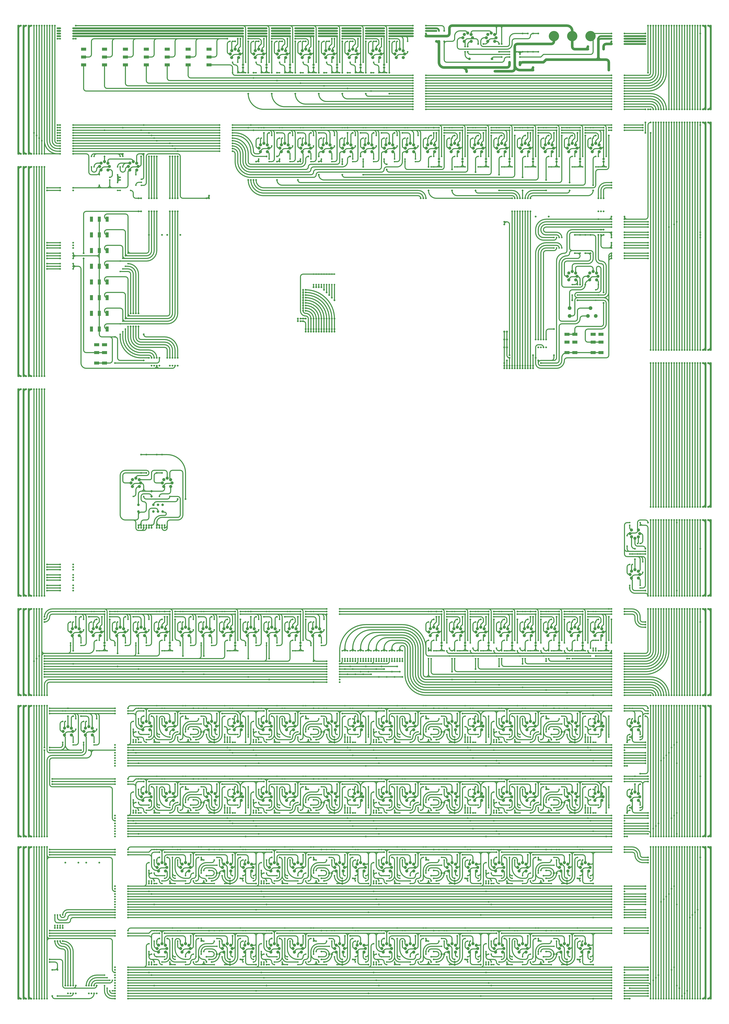
<source format=gbr>
G04 DesignSpark PCB Gerber Version 12.0 Build 5941*
G04 #@! TF.Part,Single*
G04 #@! TF.FileFunction,Copper,L2,Bot*
G04 #@! TF.FilePolarity,Positive*
%FSLAX35Y35*%
%MOIN*%
G04 #@! TA.AperFunction,WasherPad*
%ADD23R,0.11811X0.19685*%
G04 #@! TD.AperFunction*
%ADD18C,0.03937*%
G04 #@! TA.AperFunction,WasherPad*
%ADD22C,0.06000*%
G04 #@! TD.AperFunction*
%ADD16C,0.06890*%
%ADD17C,0.07087*%
%ADD12C,0.07874*%
G04 #@! TA.AperFunction,ComponentPad*
%ADD26C,0.08661*%
G04 #@! TA.AperFunction,WasherPad*
%ADD25C,0.09449*%
%ADD20C,0.09843*%
G04 #@! TD.AperFunction*
%ADD19C,0.10000*%
G04 #@! TA.AperFunction,WasherPad*
%ADD70C,0.11811*%
%ADD24C,0.14173*%
%ADD71C,0.39370*%
%ADD21R,0.19685X0.11811*%
G04 #@! TD.AperFunction*
X0Y0D02*
D02*
D12*
X1880250Y2510250D03*
Y2540250D03*
Y2570250D03*
X1890250Y2510250D03*
Y2540250D03*
Y2570250D03*
D02*
D16*
X20250Y20015D03*
Y110015D01*
Y280250D01*
Y110015D02*
Y30015D01*
G75*
G03*
X30250Y20015I10000J0D01*
G01*
X20250Y280250D03*
Y590250D01*
D03*
Y590015D01*
Y600015D03*
Y590015D01*
Y640015D03*
Y650015D01*
Y860250D01*
Y650015D02*
G75*
G03*
X30250Y640015I10000J0D01*
G01*
X20250Y860250D03*
Y1130250D01*
D03*
Y1130015D01*
Y1140015D03*
Y1130015D01*
Y1180250D03*
Y1240250D01*
Y1480250D01*
Y1240250D02*
Y1190250D01*
G75*
G03*
X30250Y1180250I10000J0D01*
G01*
X20250Y1480250D03*
Y1510250D03*
Y1560250D03*
Y1660250D03*
Y1670250D03*
Y1680250D03*
Y2350250D03*
Y2400250D03*
Y2890250D03*
Y2900250D03*
Y2910250D03*
Y3200250D03*
Y3250250D03*
Y3360250D03*
Y3690250D03*
Y3740250D03*
X30250Y20015D03*
Y600015D03*
G75*
G03*
X20250Y590015I0J-10000D01*
G01*
X30250Y640015D03*
Y1140015D03*
G75*
G03*
X20250Y1130015I0J-10000D01*
G01*
X30250Y1180250D03*
Y1510250D03*
Y1560250D03*
Y2350250D03*
Y2400250D03*
Y3200250D03*
Y3250250D03*
Y3740250D03*
X40250Y20015D03*
Y110015D02*
Y20015D01*
Y160250D03*
Y270250D03*
Y580250D03*
Y270250D01*
Y590015D02*
Y580250D01*
Y590015D02*
Y600015D01*
D03*
Y640015D03*
Y650015D02*
Y640015D01*
Y850250D03*
Y650015D01*
Y1120250D03*
Y850250D01*
Y1130015D02*
Y1120250D01*
Y1130015D02*
Y1140015D01*
D03*
Y1180250D03*
Y1240250D02*
Y1180250D01*
Y1470250D03*
Y1510250D03*
Y1560250D03*
Y1620250D03*
Y1630250D03*
Y1640250D03*
Y2350250D03*
Y2400250D03*
Y2850250D03*
Y2860250D03*
Y2870250D03*
Y3110250D03*
Y3200250D03*
Y3250250D03*
Y3350250D03*
Y3700250D03*
Y3710250D03*
Y3740250D03*
X50250Y20015D03*
G75*
G02*
X40250Y30015I0J10000D01*
G01*
Y110015D01*
X50250Y600015D03*
G75*
G03*
X40250Y590015I0J-10000D01*
G01*
X50250Y640015D03*
G75*
G02*
X40250Y650015I0J10000D01*
G01*
X50250Y1140015D03*
G75*
G03*
X40250Y1130015I0J-10000D01*
G01*
X50250Y1180250D03*
G75*
G02*
X40250Y1190250I0J10000D01*
G01*
Y1240250D01*
X50250Y1510250D03*
Y1560250D03*
Y2350250D03*
Y2400250D03*
Y3200250D03*
Y3250250D03*
Y3740250D03*
X60250Y20015D03*
Y110015D02*
Y30015D01*
G75*
G03*
X70250Y20015I10000J0D01*
G01*
X60250Y110015D02*
Y20015D01*
Y170250D03*
Y260250D03*
Y570250D01*
D03*
Y590015D01*
Y600015D03*
Y590015D01*
Y640015D03*
Y650015D02*
Y840250D01*
Y650015D02*
G75*
G03*
X70250Y640015I10000J0D01*
G01*
X60250Y650015D02*
Y640015D01*
Y840250D03*
Y1110250D01*
D03*
Y1130015D01*
Y1140015D03*
Y1130015D01*
Y1180250D03*
Y1240250D01*
Y1460250D03*
Y1510250D03*
Y1560250D03*
Y1580250D03*
Y1590250D03*
Y1600250D03*
Y2350250D03*
Y2400250D03*
Y2810250D03*
Y2820250D03*
Y2830250D03*
Y3120250D03*
Y3200250D03*
Y3250250D03*
Y3340250D03*
Y3720250D03*
Y3730250D03*
Y3740250D03*
X70250Y20015D03*
Y600015D03*
G75*
G03*
X60250Y590015I0J-10000D01*
G01*
X70250Y640015D03*
Y1140015D03*
G75*
G03*
X60250Y1130015I0J-10000D01*
G01*
X70250Y1180250D03*
Y1510250D03*
Y1560250D03*
Y2350250D03*
Y2400250D03*
Y3200250D03*
Y3250250D03*
Y3740250D03*
X80250Y20015D03*
Y600015D03*
Y640015D03*
Y1140015D03*
Y1180485D03*
Y1310250D03*
Y1510250D03*
Y1560485D03*
Y2350250D03*
Y2400485D03*
Y3200250D03*
Y3250250D03*
Y3330250D03*
Y3740485D03*
X90250Y20015D03*
Y600015D03*
Y640015D03*
Y1140015D03*
Y1180485D03*
Y1320250D03*
Y1510250D03*
Y1560485D03*
Y2350250D03*
Y2400485D03*
Y3200250D03*
Y3250250D03*
Y3320250D03*
Y3740485D03*
X100250Y20015D03*
Y600015D03*
Y640015D03*
Y1140015D03*
Y1180485D03*
Y1330250D03*
Y1510250D03*
Y1560485D03*
Y2350250D03*
Y2400485D03*
Y3200250D03*
Y3250250D03*
Y3310250D03*
Y3740485D03*
X110250Y20015D03*
Y600015D03*
Y640015D03*
Y1140015D03*
Y1180485D03*
Y1510250D03*
Y1560485D03*
Y2350250D03*
Y2400485D03*
Y3200250D03*
Y3250250D03*
Y3300250D03*
Y3740485D03*
X120250Y20250D03*
Y600250D03*
Y640250D03*
Y970250D03*
Y980250D03*
Y1140250D03*
Y1180485D03*
Y1250250D03*
Y1260250D03*
Y1270250D03*
Y1280250D03*
Y1290250D03*
Y1300250D03*
Y1310250D03*
Y1320250D03*
Y1330250D03*
Y1460250D03*
Y1470250D03*
Y1480250D03*
Y1560250D03*
Y2350250D03*
Y2400250D03*
Y3200250D03*
Y3250250D03*
Y3740250D03*
X130250Y20250D03*
Y600250D03*
Y640250D03*
Y1140250D03*
Y1180485D03*
Y1580250D03*
Y1590250D03*
Y1600250D03*
Y1620250D03*
Y1630250D03*
Y1640250D03*
Y1660250D03*
Y1670250D03*
Y1680250D03*
Y2810250D03*
Y2820250D03*
Y2830250D03*
Y2850250D03*
Y2860250D03*
Y2870250D03*
Y2890250D03*
Y2900250D03*
Y2910250D03*
Y3110250D03*
Y3120250D03*
Y3740250D03*
X140250Y160250D03*
Y170250D03*
Y260250D03*
Y270250D03*
Y280250D03*
Y570250D03*
Y580250D03*
Y590250D03*
Y970250D03*
Y980250D03*
Y1110250D03*
Y1120250D03*
Y1130250D03*
Y3740250D03*
X150250Y30250D03*
Y130250D03*
Y840250D03*
Y850250D03*
Y860250D03*
Y3740250D03*
X160250Y240250D03*
Y290250D03*
Y3740250D03*
X170250Y30250D03*
Y130250D03*
Y240250D03*
Y290250D03*
Y3300250D03*
Y3310250D03*
Y3320250D03*
Y3330250D03*
Y3340250D03*
Y3350250D03*
Y3360250D03*
Y3690250D03*
Y3700250D03*
Y3710250D03*
Y3720250D03*
Y3730250D03*
X180250Y240250D03*
Y290250D03*
Y1580250D03*
Y1590250D03*
Y1600250D03*
Y1620250D03*
Y1630250D03*
Y1640250D03*
Y1660250D03*
Y1670250D03*
Y1680250D03*
Y2810250D03*
Y2820250D03*
Y2830250D03*
Y2850250D03*
Y2860250D03*
Y2870250D03*
Y2890250D03*
Y2900250D03*
Y2910250D03*
Y3110250D03*
Y3120250D03*
Y3250250D03*
Y3260250D03*
Y3270250D03*
Y3280250D03*
Y3290250D03*
Y3300250D03*
Y3310250D03*
Y3320250D03*
Y3330250D03*
Y3340250D03*
Y3350250D03*
Y3360250D03*
Y3690250D03*
Y3700250D03*
Y3710250D03*
Y3720250D03*
Y3730250D03*
X190250Y240250D03*
Y290250D03*
X200250Y70250D03*
Y540250D03*
X210250Y40250D03*
Y70250D03*
Y1100250D03*
Y1130250D03*
X220250Y40250D03*
Y70250D03*
X230250Y40250D03*
Y70250D03*
Y1100250D03*
Y1300250D03*
Y1350250D03*
Y1580250D03*
Y1590250D03*
Y1600250D03*
Y1620250D03*
Y1630250D03*
Y1640250D03*
Y1660250D03*
Y1670250D03*
Y1680250D03*
Y2810250D03*
Y2820250D03*
Y2830250D03*
Y2850250D03*
Y2860250D03*
Y2870250D03*
Y2890250D03*
Y2900250D03*
Y2910250D03*
Y3110250D03*
D03*
Y3120250D03*
D03*
Y3260250D03*
Y3270250D03*
Y3280250D03*
Y3290250D03*
Y3300250D03*
Y3310250D03*
Y3320250D03*
Y3330250D03*
Y3340250D03*
Y3350250D03*
Y3360250D03*
Y3690250D03*
Y3700250D03*
Y3710250D03*
Y3720250D03*
Y3730250D03*
X240250Y40250D03*
Y70250D03*
Y1480250D03*
Y1500250D03*
Y3690250D03*
Y3740250D03*
X250250Y540250D03*
X260250Y970250D03*
Y1100250D03*
Y1480250D03*
X280250Y70250D03*
Y540250D03*
X290250Y40250D03*
Y70250D03*
Y970250D03*
Y1480250D03*
X300250Y40250D03*
Y70250D03*
X310250Y40250D03*
Y70250D03*
X320250Y40250D03*
Y70250D03*
Y1470250D03*
X330250Y540250D03*
X340250Y1480250D03*
X350250Y1490250D03*
Y1500250D03*
Y3240250D03*
Y3340250D03*
X370250Y1470250D03*
Y1480250D03*
Y1490250D03*
Y1500250D03*
X390250Y20250D03*
Y30250D03*
Y40250D03*
Y50250D03*
Y60250D03*
Y70250D03*
Y80250D03*
Y90250D03*
Y100250D03*
Y110250D03*
Y120250D03*
Y130250D03*
Y140250D03*
Y260250D03*
Y270250D03*
Y280250D03*
Y330250D03*
Y340250D03*
Y350250D03*
Y360250D03*
Y370250D03*
Y380250D03*
Y390250D03*
Y400250D03*
Y410250D03*
Y420250D03*
Y430250D03*
Y440250D03*
Y450250D03*
Y570250D03*
Y580250D03*
Y590250D03*
Y640250D03*
Y650250D03*
Y660250D03*
Y670250D03*
Y680250D03*
Y690250D03*
Y700250D03*
Y710250D03*
Y720250D03*
Y840250D03*
Y850250D03*
Y860250D03*
Y910250D03*
Y920250D03*
Y930250D03*
Y940250D03*
Y950250D03*
Y960250D03*
Y970250D03*
Y980250D03*
Y990250D03*
Y1110250D03*
Y1120250D03*
Y1130250D03*
Y2450250D03*
Y2550250D03*
X400250Y1290250D03*
Y1340250D03*
X420250Y3250250D03*
Y3350250D03*
X430250Y1480250D03*
X440250Y20250D03*
Y30250D03*
Y40250D03*
Y50250D03*
Y60250D03*
Y70250D03*
Y80250D03*
Y90250D03*
Y100250D03*
Y110250D03*
Y120250D03*
Y130250D03*
Y140250D03*
Y260250D03*
Y270250D03*
Y280250D03*
Y330250D03*
Y340250D03*
Y350250D03*
Y360250D03*
Y370250D03*
Y380250D03*
Y390250D03*
Y400250D03*
Y410250D03*
Y420250D03*
Y430250D03*
Y440250D03*
Y450250D03*
Y570250D03*
Y580250D03*
Y590250D03*
Y640250D03*
Y650250D03*
Y660250D03*
Y670250D03*
Y680250D03*
Y690250D03*
Y700250D03*
Y710250D03*
Y720250D03*
Y840250D03*
Y850250D03*
Y860250D03*
Y910250D03*
Y920250D03*
Y930250D03*
Y940250D03*
Y950250D03*
Y960250D03*
Y970250D03*
Y980250D03*
Y990250D03*
Y1110250D03*
Y1120250D03*
Y1130250D03*
X460250Y700250D03*
Y730250D03*
Y970250D03*
Y1000250D03*
Y1480250D03*
X470250Y690250D03*
Y730250D03*
Y960250D03*
Y1000250D03*
X480250Y650250D03*
Y730250D03*
Y920250D03*
Y1000250D03*
Y1280250D03*
Y1340250D03*
X490250Y2030250D03*
Y2100250D03*
Y3240250D03*
Y3340250D03*
X500250Y830250D03*
Y850250D03*
Y1100250D03*
Y1120250D03*
Y2460250D03*
Y2560250D03*
Y3250250D03*
Y3360250D03*
X510250Y2030250D03*
Y2100250D03*
X520250Y120250D03*
Y150250D03*
Y430250D03*
Y460250D03*
Y850250D03*
Y1120250D03*
Y2470250D03*
Y3240250D03*
Y3330250D03*
X530250Y110250D03*
Y150250D03*
Y420250D03*
Y460250D03*
Y830250D03*
Y1100250D03*
Y2440250D03*
Y2470250D03*
Y3240250D03*
Y3320250D03*
X540250Y70250D03*
Y150250D03*
Y380250D03*
Y460250D03*
Y2440250D03*
Y2470250D03*
Y3240250D03*
Y3310250D03*
X550250Y2030250D03*
Y2100250D03*
Y2440250D03*
Y2470250D03*
Y3240250D03*
Y3300250D03*
X560250Y250250D03*
Y270250D03*
Y560250D03*
Y580250D03*
Y2440250D03*
Y2470250D03*
X570250Y1470250D03*
Y2030250D03*
Y2100250D03*
X580250Y270250D03*
Y580250D03*
Y1480250D03*
Y1500250D03*
X590250Y250250D03*
Y560250D03*
Y1480250D03*
Y2470250D03*
X600250Y1490250D03*
Y1500250D03*
Y2440250D03*
Y2470250D03*
Y3240250D03*
Y3290250D03*
X610250Y2440250D03*
Y2470250D03*
Y3240250D03*
Y3280250D03*
X620250Y840250D03*
Y1110250D03*
Y1470250D03*
Y1480250D03*
Y1490250D03*
Y1500250D03*
Y2440250D03*
Y2470250D03*
Y3240250D03*
Y3270250D03*
X630250Y2440250D03*
Y2470250D03*
X640250Y840250D03*
Y1110250D03*
X650250Y1270250D03*
Y1330250D03*
X680250Y260250D03*
Y570250D03*
Y740250D03*
Y760250D03*
Y1010250D03*
Y1030250D03*
Y1480250D03*
X690250Y750250D03*
Y780250D03*
Y860250D03*
Y1020250D03*
Y1050250D03*
Y1130250D03*
X700250Y260250D03*
Y570250D03*
Y740250D03*
Y1010250D03*
X710250Y1480250D03*
X730250Y1260250D03*
Y1330250D03*
X740250Y160250D03*
Y180250D03*
Y470250D03*
Y490250D03*
X750250Y170250D03*
Y200250D03*
Y280250D03*
Y480250D03*
Y510250D03*
Y590250D03*
X760250Y160250D03*
Y470250D03*
Y1480250D03*
X770250Y750250D03*
Y1020250D03*
X780250Y840250D03*
Y1110250D03*
X790250Y1480250D03*
Y3260250D03*
Y3270250D03*
Y3280250D03*
Y3290250D03*
Y3300250D03*
Y3310250D03*
Y3320250D03*
Y3330250D03*
Y3340250D03*
Y3350250D03*
Y3360250D03*
X800250Y840250D03*
Y1110250D03*
X810250Y730250D03*
Y750250D03*
Y1000250D03*
Y1020250D03*
X820250Y710250D03*
Y730250D03*
Y980250D03*
Y1000250D03*
Y1470250D03*
Y3690250D03*
Y3720250D03*
X830250Y170250D03*
Y480250D03*
Y700250D03*
Y730250D03*
Y970250D03*
Y1000250D03*
X840250Y260250D03*
Y570250D03*
Y690250D03*
Y730250D03*
Y960250D03*
Y1000250D03*
Y3260250D03*
Y3270250D03*
Y3280250D03*
Y3290250D03*
Y3300250D03*
Y3310250D03*
Y3320250D03*
Y3330250D03*
Y3340250D03*
Y3350250D03*
Y3360250D03*
X850250Y830250D03*
Y1100250D03*
Y1490250D03*
Y1500250D03*
Y3680250D03*
X860250Y260250D03*
Y570250D03*
Y3690250D03*
Y3720250D03*
X870250Y170250D03*
Y480250D03*
Y1470250D03*
Y1490250D03*
Y1500250D03*
Y3690250D03*
X880250Y3700250D03*
Y3710250D03*
Y3720250D03*
Y3730250D03*
X890250Y640250D03*
Y730250D03*
Y910250D03*
Y1000250D03*
X900250Y1250250D03*
Y1320250D03*
Y3150250D03*
Y3350250D03*
Y3480250D03*
Y3560250D03*
Y3680250D03*
Y3690250D03*
Y3700250D03*
Y3710250D03*
Y3720250D03*
Y3730250D03*
X910250Y1480250D03*
Y1500250D03*
Y3150250D03*
Y3360250D03*
X920250Y700250D03*
Y730250D03*
Y970250D03*
Y1000250D03*
Y3150250D03*
Y3340250D03*
Y3540250D03*
Y3560250D03*
X930250Y50250D03*
Y150250D03*
Y360250D03*
Y460250D03*
Y680250D03*
Y730250D03*
Y950250D03*
Y1000250D03*
Y1480250D03*
Y3150250D03*
Y3220250D03*
X940250Y650250D03*
Y730250D03*
Y920250D03*
Y1000250D03*
Y3680250D03*
X950250Y120250D03*
Y150250D03*
Y430250D03*
Y460250D03*
X960250Y100250D03*
Y150250D03*
Y410250D03*
Y460250D03*
Y830250D03*
Y850250D03*
Y1100250D03*
Y1120250D03*
Y1480250D03*
Y3330250D03*
Y3350250D03*
Y3690250D03*
X970250Y70250D03*
Y150250D03*
Y380250D03*
Y460250D03*
Y3240250D03*
Y3700250D03*
Y3710250D03*
Y3720250D03*
Y3730250D03*
X980250Y850250D03*
Y1120250D03*
Y1240250D03*
Y1320250D03*
Y3330250D03*
X990250Y250250D03*
Y270250D03*
Y560250D03*
Y580250D03*
Y830250D03*
Y1100250D03*
Y3480250D03*
Y3560250D03*
Y3680250D03*
Y3690250D03*
Y3700250D03*
Y3710250D03*
Y3720250D03*
Y3730250D03*
X1010250Y270250D03*
Y580250D03*
Y1480250D03*
Y3150250D03*
Y3220250D03*
Y3240250D03*
Y3330250D03*
Y3530250D03*
Y3560250D03*
X1020250Y250250D03*
Y560250D03*
X1030250Y3680250D03*
X1040250Y1480250D03*
X1050250Y3690250D03*
X1060250Y3330250D03*
Y3700250D03*
Y3710250D03*
Y3720250D03*
Y3730250D03*
X1070250Y1470250D03*
X1080250Y840250D03*
Y1110250D03*
Y3480250D03*
Y3560250D03*
Y3680250D03*
Y3690250D03*
Y3700250D03*
Y3710250D03*
Y3720250D03*
Y3730250D03*
X1090250Y1480250D03*
Y3150250D03*
Y3220250D03*
Y3330250D03*
X1100250Y840250D03*
Y1110250D03*
Y1490250D03*
Y1500250D03*
Y2610250D03*
Y2620250D03*
Y3520250D03*
Y3560250D03*
X1110250Y260250D03*
Y570250D03*
X1120250Y1470250D03*
Y1480250D03*
Y1490250D03*
Y1500250D03*
Y3680250D03*
X1130250Y260250D03*
Y570250D03*
Y3240250D03*
X1140250Y740250D03*
Y760250D03*
Y1010250D03*
Y1030250D03*
Y3330250D03*
X1150250Y750250D03*
Y780250D03*
Y860250D03*
Y1020250D03*
Y1050250D03*
Y1130250D03*
Y1230250D03*
Y1310250D03*
Y3700250D03*
Y3710250D03*
Y3720250D03*
Y3730250D03*
X1160250Y740250D03*
Y1010250D03*
X1170250Y160250D03*
Y180250D03*
Y470250D03*
Y490250D03*
Y3170250D03*
Y3220250D03*
Y3240250D03*
Y3330250D03*
Y3480250D03*
Y3560250D03*
Y3680250D03*
Y3700250D03*
Y3710250D03*
Y3720250D03*
Y3730250D03*
X1180250Y170250D03*
Y200250D03*
Y280250D03*
Y480250D03*
Y510250D03*
Y590250D03*
X1190250Y160250D03*
Y470250D03*
Y3510250D03*
Y3560250D03*
X1200250Y1230250D03*
Y1240250D03*
Y1250250D03*
Y1260250D03*
Y1270250D03*
Y1280250D03*
Y1290250D03*
Y1300250D03*
Y1310250D03*
Y1490250D03*
Y1500250D03*
Y1510250D03*
X1210250Y3680250D03*
X1220250Y3690250D03*
Y3710250D03*
X1230250Y750250D03*
Y1020250D03*
Y3690250D03*
X1240250Y840250D03*
Y1110250D03*
Y3700250D03*
Y3710250D03*
Y3720250D03*
Y3730250D03*
X1250250Y1230250D03*
Y1240250D03*
Y1250250D03*
Y1260250D03*
Y1270250D03*
Y1280250D03*
Y1290250D03*
Y1300250D03*
Y1310250D03*
Y1490250D03*
Y1500250D03*
Y1510250D03*
X1260250Y170250D03*
Y480250D03*
Y840250D03*
Y1110250D03*
Y3170250D03*
Y3210250D03*
Y3480250D03*
Y3560250D03*
Y3680250D03*
Y3690250D03*
Y3700250D03*
Y3710250D03*
Y3720250D03*
Y3730250D03*
X1270250Y260250D03*
Y570250D03*
Y730250D03*
Y750250D03*
Y1000250D03*
Y1020250D03*
Y1280250D03*
Y1310250D03*
X1280250Y710250D03*
Y730250D03*
Y980250D03*
Y1000250D03*
Y1260250D03*
Y1310250D03*
Y3330250D03*
Y3350250D03*
Y3500250D03*
Y3560250D03*
X1290250Y260250D03*
Y570250D03*
Y700250D03*
Y730250D03*
Y970250D03*
Y1000250D03*
Y1290250D03*
Y1310250D03*
Y3240250D03*
X1300250Y170250D03*
Y480250D03*
Y680250D03*
Y730250D03*
Y950250D03*
Y1000250D03*
Y1280250D03*
Y1310250D03*
Y3330250D03*
Y3680250D03*
X1310250Y830250D03*
Y1100250D03*
Y1260250D03*
Y1310250D03*
X1320250Y3690250D03*
X1330250Y1270250D03*
Y1310250D03*
Y3240250D03*
Y3330250D03*
Y3700250D03*
Y3710250D03*
Y3720250D03*
Y3730250D03*
X1340250Y1260250D03*
Y1310250D03*
Y3170250D03*
Y3200250D03*
X1350250Y640250D03*
Y730250D03*
Y910250D03*
Y1000250D03*
Y1290250D03*
Y1310250D03*
Y3480250D03*
Y3560250D03*
Y3680250D03*
Y3690250D03*
Y3700250D03*
Y3710250D03*
Y3720250D03*
Y3730250D03*
X1360250Y40250D03*
Y150250D03*
Y350250D03*
Y460250D03*
Y1270250D03*
Y1310250D03*
X1370250Y1260250D03*
Y1310250D03*
Y3490250D03*
Y3560250D03*
X1380250Y120250D03*
Y150250D03*
Y430250D03*
Y460250D03*
Y700250D03*
Y730250D03*
Y970250D03*
Y1000250D03*
Y3330250D03*
X1390250Y90250D03*
Y150250D03*
Y400250D03*
Y460250D03*
Y670250D03*
Y730250D03*
Y940250D03*
Y1000250D03*
Y1280250D03*
Y1310250D03*
Y3680250D03*
X1400250Y70250D03*
Y150250D03*
Y380250D03*
Y460250D03*
Y650250D03*
Y730250D03*
Y920250D03*
Y1000250D03*
Y1250250D03*
Y1310250D03*
X1410250Y1290250D03*
Y1310250D03*
Y3330250D03*
Y3690250D03*
X1420250Y250250D03*
Y270250D03*
Y560250D03*
Y580250D03*
Y830250D03*
Y850250D03*
Y1100250D03*
Y1120250D03*
Y1280250D03*
Y1310250D03*
Y3700250D03*
Y3710250D03*
Y3720250D03*
Y3730250D03*
X1430250Y1250250D03*
Y1310250D03*
Y3190250D03*
Y3210250D03*
X1440250Y270250D03*
Y580250D03*
Y850250D03*
Y1120250D03*
Y3480250D03*
Y3560250D03*
Y3680250D03*
Y3690250D03*
Y3700250D03*
Y3710250D03*
Y3720250D03*
Y3730250D03*
X1450250Y250250D03*
Y560250D03*
Y830250D03*
Y1100250D03*
Y1270250D03*
Y1310250D03*
X1460250Y1250250D03*
Y1310250D03*
Y3330250D03*
X1470250Y1290250D03*
Y1310250D03*
X1480250Y1270250D03*
Y1310250D03*
X1490250Y1250250D03*
Y1310250D03*
Y3330250D03*
X1530250Y3420250D03*
Y3430250D03*
Y3440250D03*
Y3450250D03*
Y3460250D03*
Y3470250D03*
Y3480250D03*
Y3490250D03*
Y3500250D03*
Y3510250D03*
Y3520250D03*
Y3530250D03*
Y3540250D03*
Y3550250D03*
Y3700250D03*
Y3710250D03*
Y3720250D03*
Y3730250D03*
Y3740250D03*
X1540250Y260250D03*
Y570250D03*
Y840250D03*
Y1110250D03*
X1560250Y260250D03*
Y570250D03*
Y840250D03*
Y1110250D03*
Y3080250D03*
X1570250D03*
X1580250D03*
Y3420250D03*
Y3430250D03*
Y3440250D03*
Y3450250D03*
Y3460250D03*
Y3470250D03*
Y3480250D03*
Y3490250D03*
Y3500250D03*
Y3510250D03*
Y3520250D03*
Y3530250D03*
Y3540250D03*
Y3550250D03*
Y3700250D03*
Y3710250D03*
Y3720250D03*
Y3730250D03*
Y3740250D03*
X1590250Y3110250D03*
Y3200250D03*
X1600250Y160250D03*
Y180250D03*
Y470250D03*
Y490250D03*
Y740250D03*
Y760250D03*
Y1010250D03*
Y1030250D03*
Y3320250D03*
X1610250Y170250D03*
Y200250D03*
Y280250D03*
Y480250D03*
Y510250D03*
Y590250D03*
Y750250D03*
Y780250D03*
Y860250D03*
Y1020250D03*
Y1050250D03*
Y1130250D03*
Y1470250D03*
Y3330250D03*
Y3350250D03*
X1620250Y160250D03*
Y470250D03*
Y740250D03*
Y1010250D03*
Y1480250D03*
Y1500250D03*
Y3330250D03*
Y3680250D03*
Y3720250D03*
X1630250Y1480250D03*
Y3340250D03*
Y3350250D03*
Y3680250D03*
Y3720250D03*
X1640250Y1490250D03*
Y1500250D03*
X1650250Y3320250D03*
Y3330250D03*
Y3340250D03*
Y3350250D03*
Y3680250D03*
Y3720250D03*
X1660250Y1470250D03*
Y1480250D03*
Y1490250D03*
Y1500250D03*
X1680250Y1240250D03*
Y1270250D03*
Y3110250D03*
Y3190250D03*
X1690250Y170250D03*
Y480250D03*
Y750250D03*
Y1020250D03*
Y3320250D03*
X1700250Y260250D03*
Y570250D03*
Y840250D03*
Y1110250D03*
Y1470250D03*
X1710250Y3330250D03*
X1720250Y260250D03*
Y570250D03*
Y840250D03*
Y1110250D03*
Y1480250D03*
Y3340250D03*
Y3350250D03*
X1730250Y170250D03*
Y480250D03*
Y730250D03*
Y750250D03*
Y1000250D03*
Y1020250D03*
Y1490250D03*
Y1500250D03*
Y3640250D03*
Y3660250D03*
X1740250Y710250D03*
Y730250D03*
Y980250D03*
Y1000250D03*
Y3320250D03*
Y3330250D03*
Y3340250D03*
Y3350250D03*
Y3640250D03*
Y3660250D03*
X1750250Y700250D03*
Y730250D03*
Y970250D03*
Y1000250D03*
Y1470250D03*
Y1480250D03*
Y1490250D03*
Y1500250D03*
X1760250Y670250D03*
Y730250D03*
Y940250D03*
Y1000250D03*
X1770250Y830250D03*
Y1100250D03*
Y1230250D03*
Y1280250D03*
Y3110250D03*
Y3180250D03*
X1780250Y3320250D03*
Y3670250D03*
X1790250Y30250D03*
Y150250D03*
Y340250D03*
Y460250D03*
Y1470250D03*
X1800250Y3330250D03*
Y3670250D03*
X1810250Y120250D03*
Y150250D03*
Y430250D03*
Y460250D03*
Y640250D03*
Y730250D03*
Y910250D03*
Y1000250D03*
Y1480250D03*
Y3340250D03*
Y3350250D03*
X1820250Y80250D03*
Y150250D03*
Y390250D03*
Y460250D03*
Y1490250D03*
Y1500250D03*
X1830250Y70250D03*
Y150250D03*
Y380250D03*
Y460250D03*
Y3320250D03*
Y3330250D03*
Y3340250D03*
Y3350250D03*
X1840250Y700250D03*
Y730250D03*
Y970250D03*
Y1000250D03*
Y1470250D03*
Y1480250D03*
Y1490250D03*
Y1500250D03*
X1850250Y250250D03*
Y270250D03*
Y560250D03*
Y580250D03*
Y660250D03*
Y730250D03*
Y930250D03*
Y1000250D03*
X1860250Y650250D03*
Y730250D03*
Y920250D03*
Y1000250D03*
Y1220250D03*
Y1290250D03*
Y3110250D03*
Y3170250D03*
Y3640250D03*
Y3670250D03*
X1870250Y270250D03*
Y580250D03*
Y3320250D03*
Y3620250D03*
Y3670250D03*
X1880250Y250250D03*
Y560250D03*
Y830250D03*
Y850250D03*
Y1100250D03*
Y1120250D03*
Y1470250D03*
X1900250Y850250D03*
Y1120250D03*
Y3340250D03*
Y3350250D03*
Y3590250D03*
Y3600250D03*
Y3620250D03*
X1910250Y830250D03*
Y1100250D03*
Y1490250D03*
Y1500250D03*
Y3030250D03*
Y3080250D03*
X1920250Y3030250D03*
Y3080250D03*
Y3320250D03*
Y3340250D03*
Y3350250D03*
X1930250Y1470250D03*
Y1490250D03*
Y1500250D03*
Y3030250D03*
Y3080250D03*
X1940250Y3030250D03*
Y3080250D03*
Y3590250D03*
Y3600250D03*
Y3620250D03*
X1950250Y1210250D03*
Y1300250D03*
Y3030250D03*
Y3080250D03*
Y3110250D03*
Y3160250D03*
Y3640250D03*
Y3710250D03*
X1960250Y3030250D03*
Y3080250D03*
Y3320250D03*
X1970250Y260250D03*
Y570250D03*
Y1470250D03*
Y3030250D03*
Y3080250D03*
Y3330250D03*
Y3350250D03*
Y3640250D03*
Y3710250D03*
X1980250Y1480250D03*
Y1500250D03*
Y3030250D03*
Y3080250D03*
Y3330250D03*
X1990250Y260250D03*
Y570250D03*
Y1480250D03*
Y3340250D03*
Y3350250D03*
Y3570250D03*
Y3580250D03*
Y3640250D03*
Y3710250D03*
X2000250Y840250D03*
Y1110250D03*
Y1490250D03*
Y1500250D03*
Y2540250D03*
X2010250Y2510250D03*
Y2540250D03*
Y3320250D03*
Y3330250D03*
Y3340250D03*
Y3350250D03*
Y3640250D03*
Y3710250D03*
X2020250Y840250D03*
Y1110250D03*
Y1470250D03*
Y1480250D03*
Y1490250D03*
Y1500250D03*
Y2510250D03*
Y2540250D03*
X2030250Y160250D03*
Y180250D03*
Y470250D03*
Y490250D03*
Y2510250D03*
Y2540250D03*
X2040250Y170250D03*
Y200250D03*
Y280250D03*
Y480250D03*
Y510250D03*
Y590250D03*
Y1200250D03*
Y1310250D03*
Y2510250D03*
Y2540250D03*
Y3110250D03*
Y3150250D03*
X2050250Y160250D03*
Y470250D03*
Y3320250D03*
X2060250Y740250D03*
Y760250D03*
Y1010250D03*
Y1030250D03*
Y1470250D03*
X2070250Y750250D03*
Y780250D03*
Y860250D03*
Y1020250D03*
Y1050250D03*
Y1130250D03*
Y2480250D03*
Y2580250D03*
Y3330250D03*
X2080250Y740250D03*
Y1010250D03*
Y1480250D03*
Y3340250D03*
Y3350250D03*
X2090250Y1490250D03*
Y1500250D03*
X2100250Y3320250D03*
Y3330250D03*
Y3340250D03*
Y3350250D03*
X2110250Y1470250D03*
Y1480250D03*
Y1490250D03*
Y1500250D03*
X2120250Y170250D03*
Y480250D03*
Y1190250D03*
Y1320250D03*
X2130250Y260250D03*
Y570250D03*
Y3110250D03*
Y3140250D03*
X2140250Y3320250D03*
X2150250Y260250D03*
Y570250D03*
Y750250D03*
Y1020250D03*
Y1470250D03*
Y2870250D03*
Y2940250D03*
X2160250Y170250D03*
Y480250D03*
Y840250D03*
Y1110250D03*
Y3330250D03*
X2170250Y1480250D03*
Y2870250D03*
Y2940250D03*
Y3340250D03*
Y3350250D03*
X2180250Y840250D03*
Y1110250D03*
Y1490250D03*
Y1500250D03*
X2190250Y730250D03*
Y750250D03*
Y1000250D03*
Y1020250D03*
Y2870250D03*
Y2940250D03*
Y3320250D03*
Y3330250D03*
Y3340250D03*
Y3350250D03*
X2200250Y710250D03*
Y730250D03*
Y980250D03*
Y1000250D03*
Y1470250D03*
Y1480250D03*
Y1490250D03*
Y1500250D03*
Y3650250D03*
Y3660250D03*
X2210250Y700250D03*
Y730250D03*
Y970250D03*
Y1000250D03*
Y2870250D03*
Y2940250D03*
X2220250Y20250D03*
Y150250D03*
Y330250D03*
Y460250D03*
Y660250D03*
Y730250D03*
Y930250D03*
Y1000250D03*
Y1180250D03*
Y1350250D03*
Y3110250D03*
Y3130250D03*
X2230250Y830250D03*
Y1100250D03*
Y1330250D03*
Y1350250D03*
Y3320250D03*
X2240250Y1470250D03*
Y3030250D03*
Y3080250D03*
X2250250Y3030250D03*
Y3080250D03*
X2260250Y3030250D03*
Y3080250D03*
Y3340250D03*
Y3350250D03*
Y3650250D03*
Y3660250D03*
X2270250Y640250D03*
Y730250D03*
Y910250D03*
Y1000250D03*
X2280250Y1480250D03*
Y1510250D03*
Y3320250D03*
Y3340250D03*
Y3350250D03*
Y3570250D03*
Y3580250D03*
X2290250Y20250D03*
Y30250D03*
Y40250D03*
Y50250D03*
Y60250D03*
Y70250D03*
Y80250D03*
Y90250D03*
Y100250D03*
Y110250D03*
Y120250D03*
Y130250D03*
Y140250D03*
Y270250D03*
Y280250D03*
Y290250D03*
Y330250D03*
Y340250D03*
Y350250D03*
Y360250D03*
Y370250D03*
Y380250D03*
Y390250D03*
Y400250D03*
Y410250D03*
Y420250D03*
Y430250D03*
Y440250D03*
Y450250D03*
Y580250D03*
Y590250D03*
Y600250D03*
Y640250D03*
Y650250D03*
Y660250D03*
Y670250D03*
Y680250D03*
Y690250D03*
Y700250D03*
Y710250D03*
Y720250D03*
Y850250D03*
Y860250D03*
Y870250D03*
Y910250D03*
Y920250D03*
Y930250D03*
Y940250D03*
Y950250D03*
Y960250D03*
Y970250D03*
Y980250D03*
Y990250D03*
Y1120250D03*
Y1130250D03*
Y1140250D03*
Y1180250D03*
Y1190250D03*
Y1200250D03*
Y1210250D03*
Y1220250D03*
Y1230250D03*
Y1240250D03*
Y1250250D03*
Y1260250D03*
Y1270250D03*
Y1280250D03*
Y1290250D03*
Y1300250D03*
Y1310250D03*
Y1320250D03*
Y1330250D03*
Y1340250D03*
Y1470250D03*
Y1490250D03*
Y1500250D03*
Y1510250D03*
Y2850250D03*
Y2860250D03*
Y2870250D03*
Y2890250D03*
Y2900250D03*
Y2910250D03*
Y2930250D03*
Y2940250D03*
Y2950250D03*
Y2970250D03*
Y2980250D03*
Y2990250D03*
Y3000250D03*
Y3010250D03*
Y3120250D03*
Y3130250D03*
Y3140250D03*
Y3340250D03*
Y3350250D03*
Y3360250D03*
Y3420250D03*
Y3430250D03*
Y3440250D03*
Y3450250D03*
Y3460250D03*
Y3470250D03*
Y3480250D03*
Y3490250D03*
Y3500250D03*
Y3510250D03*
Y3520250D03*
Y3530250D03*
Y3540250D03*
Y3550250D03*
Y3670250D03*
Y3680250D03*
Y3690250D03*
Y3700250D03*
Y3710250D03*
X2340250Y20250D03*
Y30250D03*
Y40250D03*
Y50250D03*
Y60250D03*
Y70250D03*
Y80250D03*
Y90250D03*
Y100250D03*
Y110250D03*
Y120250D03*
Y130250D03*
Y140250D03*
Y270250D03*
Y280250D03*
Y290250D03*
Y330250D03*
Y340250D03*
Y350250D03*
Y360250D03*
Y370250D03*
Y380250D03*
Y390250D03*
Y400250D03*
Y410250D03*
Y420250D03*
Y430250D03*
Y440250D03*
Y450250D03*
Y580250D03*
Y590250D03*
Y600250D03*
Y640250D03*
Y650250D03*
Y660250D03*
Y670250D03*
Y680250D03*
Y690250D03*
Y700250D03*
Y710250D03*
Y720250D03*
Y850250D03*
Y860250D03*
Y870250D03*
Y910250D03*
Y920250D03*
Y930250D03*
Y940250D03*
Y950250D03*
Y960250D03*
Y970250D03*
Y980250D03*
Y990250D03*
Y1120250D03*
Y1130250D03*
Y1140250D03*
Y1180250D03*
Y1190250D03*
Y1200250D03*
Y1210250D03*
Y1220250D03*
Y1230250D03*
Y1240250D03*
Y1250250D03*
Y1260250D03*
Y1270250D03*
Y1280250D03*
Y1290250D03*
Y1300250D03*
Y1310250D03*
Y1320250D03*
Y1330250D03*
Y1340250D03*
Y1490250D03*
Y1500250D03*
Y1510250D03*
Y2850250D03*
Y2860250D03*
Y2870250D03*
Y2890250D03*
Y2900250D03*
Y2910250D03*
Y2930250D03*
Y2940250D03*
Y2950250D03*
Y2970250D03*
Y2980250D03*
Y2990250D03*
Y3000250D03*
Y3010250D03*
Y3340250D03*
Y3350250D03*
Y3360250D03*
Y3420250D03*
Y3430250D03*
Y3440250D03*
Y3450250D03*
Y3460250D03*
Y3470250D03*
Y3480250D03*
Y3490250D03*
Y3500250D03*
Y3510250D03*
Y3520250D03*
Y3530250D03*
Y3540250D03*
Y3550250D03*
Y3670250D03*
Y3680250D03*
Y3690250D03*
Y3700250D03*
Y3710250D03*
X2350250Y640250D03*
Y730250D03*
Y910250D03*
Y1000250D03*
X2360250Y20250D03*
Y60250D03*
X2380250Y840250D03*
Y870250D03*
Y1700250D03*
Y1740250D03*
X2400250Y840250D03*
Y880250D03*
Y1100250D03*
X2410250Y3340250D03*
Y3350250D03*
Y3360250D03*
X2420250Y330250D03*
Y340250D03*
Y350250D03*
Y360250D03*
Y380250D03*
Y390250D03*
Y400250D03*
Y410250D03*
Y420250D03*
Y440250D03*
Y450250D03*
Y920250D03*
Y930250D03*
Y940250D03*
Y950250D03*
Y960250D03*
Y980250D03*
Y990250D03*
Y1000250D03*
Y1100250D03*
Y1440250D03*
Y1450250D03*
Y1460250D03*
Y1580250D03*
Y1720250D03*
Y1730250D03*
Y1740250D03*
Y3330250D03*
Y3370250D03*
Y3420250D03*
Y3670250D03*
Y3680250D03*
Y3690250D03*
Y3700250D03*
Y3710250D03*
X2430250Y30250D03*
Y40250D03*
Y50250D03*
Y60250D03*
Y70250D03*
Y90250D03*
Y100250D03*
Y110250D03*
Y130250D03*
Y140250D03*
Y270250D03*
Y280250D03*
Y290250D03*
Y540250D03*
Y550250D03*
Y560250D03*
Y650250D03*
Y670250D03*
Y680250D03*
Y690250D03*
Y710250D03*
Y720250D03*
Y730250D03*
Y850250D03*
Y860250D03*
Y870250D03*
Y1110250D03*
Y1120250D03*
Y1130250D03*
Y1560250D03*
Y1840250D03*
Y2850250D03*
Y2860250D03*
Y2870250D03*
Y2890250D03*
Y2900250D03*
Y2910250D03*
Y2930250D03*
Y2940250D03*
Y2950250D03*
Y2970250D03*
Y2980250D03*
Y2990250D03*
Y3420250D03*
Y3560250D03*
Y3740250D03*
X2440250Y20250D03*
Y600250D03*
Y640250D03*
Y1140250D03*
Y1180250D03*
Y1510250D03*
Y1560250D03*
Y1850250D03*
Y1900250D03*
Y2450250D03*
Y2500250D03*
Y3330250D03*
Y3370250D03*
Y3420250D03*
Y3740250D03*
X2450250Y20250D03*
Y90250D03*
Y600250D03*
Y640250D03*
Y670250D03*
Y1140250D03*
Y1180250D03*
Y1510250D03*
Y1560250D03*
Y1850250D03*
Y1900250D03*
Y2450250D03*
Y2500250D03*
Y3370250D03*
Y3420250D03*
Y3740250D03*
X2460250Y20250D03*
Y100250D03*
Y600250D03*
Y640250D03*
Y680250D03*
Y1140250D03*
Y1180250D03*
Y1510250D03*
Y1560250D03*
Y1850250D03*
Y1900250D03*
Y2450250D03*
Y2500250D03*
Y3370250D03*
Y3420250D03*
Y3740250D03*
X2470250Y20250D03*
Y110250D03*
Y600250D03*
Y640250D03*
Y690250D03*
Y1140250D03*
Y1180250D03*
Y1510250D03*
Y1560250D03*
Y1850250D03*
Y1900250D03*
Y2450250D03*
Y2500250D03*
Y3370250D03*
Y3420250D03*
Y3740250D03*
X2480250Y20250D03*
Y390250D03*
Y600250D03*
Y640250D03*
Y930250D03*
Y1140250D03*
Y1180250D03*
Y1510250D03*
Y1560250D03*
Y1850250D03*
Y1900250D03*
Y2450250D03*
Y2500250D03*
Y3370250D03*
Y3420250D03*
Y3740250D03*
X2490250Y20250D03*
Y400250D03*
Y600250D03*
Y640250D03*
Y940250D03*
Y1140250D03*
Y1180250D03*
Y1510250D03*
Y1560250D03*
Y1850250D03*
Y1900250D03*
Y2450250D03*
Y2500250D03*
Y3370250D03*
Y3420250D03*
Y3740250D03*
X2500250Y20250D03*
Y410250D03*
Y600250D03*
Y640250D03*
Y950250D03*
Y1140250D03*
Y1180250D03*
Y1510250D03*
Y1560250D03*
Y1850250D03*
Y1900250D03*
Y2450250D03*
Y2500250D03*
Y3370250D03*
Y3420250D03*
Y3740250D03*
X2510250Y20250D03*
Y420250D03*
Y600250D03*
Y640250D03*
Y960250D03*
Y1140250D03*
Y1180250D03*
Y1510250D03*
Y1560250D03*
Y1850250D03*
Y1900250D03*
Y2450250D03*
Y2500250D03*
Y2970250D03*
Y3370250D03*
Y3420250D03*
Y3740250D03*
X2520250Y20250D03*
Y130250D03*
Y440250D03*
Y600250D03*
Y640250D03*
Y710250D03*
Y980250D03*
Y1140250D03*
Y1180250D03*
Y1510250D03*
Y1560250D03*
Y1850250D03*
Y1900250D03*
Y2450250D03*
Y2500250D03*
Y3370250D03*
Y3420250D03*
Y3740250D03*
X2530250Y20250D03*
Y140250D03*
Y450250D03*
Y600250D03*
Y640250D03*
Y720250D03*
Y990250D03*
Y1140250D03*
Y1180250D03*
Y1510250D03*
Y1560250D03*
Y1850250D03*
Y1900250D03*
Y2450250D03*
Y2500250D03*
Y2980250D03*
Y3370250D03*
Y3420250D03*
Y3740250D03*
X2540250Y20250D03*
Y70250D03*
Y380250D03*
Y600250D03*
Y640250D03*
Y650250D03*
Y730250D03*
Y920250D03*
Y1000250D03*
Y1140250D03*
Y1180250D03*
Y1510250D03*
Y1560250D03*
Y1580250D03*
Y1840250D03*
Y1850250D03*
Y1900250D03*
Y2450250D03*
Y2500250D03*
Y2990250D03*
Y3370250D03*
Y3420250D03*
Y3740250D03*
X2550250Y20250D03*
Y60250D03*
Y600250D03*
Y640250D03*
Y1140250D03*
Y1180250D03*
Y1510250D03*
Y1560250D03*
Y1850250D03*
Y1900250D03*
Y2450250D03*
Y2500250D03*
Y3370250D03*
Y3420250D03*
Y3740250D03*
X2560250Y20250D03*
Y30250D03*
Y600250D03*
Y640250D03*
Y1140250D03*
Y1180250D03*
Y1510250D03*
Y1560250D03*
Y1850250D03*
Y1900250D03*
Y2450250D03*
Y2500250D03*
Y3370250D03*
Y3420250D03*
Y3740250D03*
X2570250Y20250D03*
Y40250D03*
Y600250D03*
Y640250D03*
Y1140250D03*
Y1180250D03*
Y1510250D03*
Y1560250D03*
Y1850250D03*
Y1900250D03*
Y2450250D03*
Y2500250D03*
Y3370250D03*
Y3420250D03*
Y3740250D03*
X2580250Y20250D03*
Y50250D03*
Y600250D03*
Y640250D03*
Y1140250D03*
Y1180250D03*
Y1510250D03*
Y1560250D03*
Y1850250D03*
Y1900250D03*
Y2450250D03*
Y2500250D03*
Y3370250D03*
Y3420250D03*
Y3740250D03*
X2590250Y20250D03*
Y330250D03*
Y600250D03*
Y640250D03*
Y1140250D03*
Y1180250D03*
Y1510250D03*
Y1560250D03*
Y1850250D03*
Y1900250D03*
Y2450250D03*
Y2500250D03*
Y3370250D03*
Y3420250D03*
Y3740250D03*
X2600250Y20250D03*
Y340250D03*
Y600250D03*
Y640250D03*
Y1140250D03*
Y1180250D03*
Y1510250D03*
Y1560250D03*
Y1850250D03*
Y1900250D03*
Y2450250D03*
Y2500250D03*
Y3370250D03*
Y3420250D03*
Y3740250D03*
X2610250Y20250D03*
Y350250D03*
Y600250D03*
Y640250D03*
Y1140250D03*
Y1180250D03*
Y1510250D03*
Y1560250D03*
Y1850250D03*
Y1900250D03*
Y2450250D03*
Y2500250D03*
Y3370250D03*
Y3420250D03*
Y3740250D03*
X2620250Y20250D03*
Y360250D03*
Y600250D03*
Y640250D03*
Y1140250D03*
Y1180250D03*
Y1510250D03*
Y1560250D03*
Y1850250D03*
Y1900250D03*
Y2450250D03*
Y2500250D03*
Y3370250D03*
Y3420250D03*
Y3740250D03*
X2630250Y20485D03*
Y290250D03*
Y560250D03*
Y600485D03*
Y640485D03*
Y870250D03*
Y1130250D03*
Y1140485D03*
Y1180250D03*
Y1460250D03*
Y1510250D03*
Y1560250D03*
Y1740250D03*
Y1850250D03*
Y1900485D03*
Y2450250D03*
Y2500485D03*
Y2930250D03*
Y2940250D03*
Y2950250D03*
Y3360250D03*
Y3370250D03*
Y3420250D03*
Y3710250D03*
Y3740250D03*
X2640250Y20485D03*
Y600485D03*
Y640485D03*
Y1140485D03*
Y1180250D03*
Y1510250D03*
Y1560485D03*
Y1850250D03*
Y1900485D03*
Y2450250D03*
Y2500485D03*
Y3370250D03*
Y3420250D03*
Y3740250D03*
X2650250Y20485D03*
Y280250D03*
Y550250D03*
Y600485D03*
Y640485D03*
Y860250D03*
Y1120250D03*
Y1140485D03*
Y1180250D03*
Y1450250D03*
Y1510250D03*
Y1560485D03*
Y1720250D03*
Y1850250D03*
Y1900485D03*
Y2450250D03*
Y2500485D03*
Y2890250D03*
Y2900250D03*
Y2910250D03*
Y3350250D03*
Y3370250D03*
Y3420250D03*
Y3690250D03*
Y3700250D03*
Y3740250D03*
X2660250Y20485D03*
Y600485D03*
Y640485D03*
Y1140485D03*
Y1180250D03*
Y1510250D03*
Y1560485D03*
Y1850250D03*
Y1900485D03*
Y2450250D03*
Y2500485D03*
Y3370250D03*
Y3420250D03*
Y3740250D03*
X2670250Y20485D03*
Y270250D03*
Y540250D03*
Y600485D03*
Y640485D03*
Y850250D03*
Y1110250D03*
Y1140485D03*
Y1180250D03*
Y1440250D03*
Y1510250D03*
Y1560485D03*
Y1730250D03*
Y1850250D03*
Y1900485D03*
Y2450250D03*
Y2500485D03*
Y2850250D03*
Y2860250D03*
Y2870250D03*
Y3340250D03*
Y3370250D03*
Y3420250D03*
Y3670250D03*
Y3680250D03*
Y3740250D03*
D02*
D17*
X20250Y1480250D02*
Y1500250D01*
Y1510250D01*
Y1560250D02*
Y1570250D01*
Y1660250D02*
Y1570250D01*
Y1660250D02*
Y1670250D01*
Y1680250D01*
Y2340250D01*
G75*
G02*
X30250Y2350250I10000J0D01*
G01*
X20250D02*
Y2340250D01*
Y2400250D02*
Y2410250D01*
Y2890250D02*
Y2410250D01*
Y2890250D02*
Y2900250D01*
Y2910250D01*
Y3190250D01*
Y3200250D02*
Y3190250D01*
Y3250250D02*
Y3260250D01*
Y3360250D01*
Y3690250D01*
Y3730250D02*
Y3690250D01*
Y3730250D02*
Y3740250D01*
X30250Y1510250D02*
G75*
G03*
X20250Y1500250I0J-10000D01*
G01*
X30250Y1560250D02*
G75*
G02*
X20250Y1570250I0J10000D01*
G01*
X30250Y2400250D02*
G75*
G02*
X20250Y2410250I0J10000D01*
G01*
X30250Y3200250D02*
G75*
G03*
X20250Y3190250I0J-10000D01*
G01*
X30250Y3250250D02*
G75*
G02*
X20250Y3260250I0J10000D01*
G01*
X30250Y3740250D02*
G75*
G03*
X20250Y3730250I0J-10000D01*
G01*
X40250Y110015D02*
Y160250D01*
Y270250D01*
Y1240250D02*
Y1470250D01*
Y1500250D01*
Y1510250D01*
Y1560250D02*
Y1570250D01*
Y1620250D01*
Y1630250D01*
Y1640250D01*
Y2340250D02*
Y1640250D01*
Y2340250D02*
Y2350250D01*
Y2400250D02*
Y2410250D01*
Y2850250D02*
Y2410250D01*
Y2850250D02*
Y2860250D01*
Y2870250D01*
Y3110250D02*
Y2870250D01*
Y3110250D02*
Y3190250D01*
Y3200250D01*
Y3260250D02*
Y3350250D01*
Y3260250D02*
Y3250250D01*
Y3700250D02*
Y3350250D01*
Y3710250D02*
Y3700250D01*
Y3730250D02*
Y3710250D01*
Y3740250D02*
Y3730250D01*
X50250Y1510250D02*
G75*
G03*
X40250Y1500250I0J-10000D01*
G01*
X50250Y1560250D02*
G75*
G02*
X40250Y1570250I0J10000D01*
G01*
X50250Y2350250D02*
G75*
G03*
X40250Y2340250I0J-10000D01*
G01*
X50250Y2400250D02*
G75*
G02*
X40250Y2410250I0J10000D01*
G01*
X50250Y3200250D02*
G75*
G03*
X40250Y3190250I0J-10000D01*
G01*
X50250Y3250250D02*
G75*
G02*
X40250Y3260250I0J10000D01*
G01*
X50250Y3740250D02*
G75*
G03*
X40250Y3730250I0J-10000D01*
G01*
X60250Y170250D02*
Y110015D01*
Y260250D02*
Y170250D01*
Y1460250D02*
Y1240250D01*
Y1460250D02*
Y1500250D01*
Y1510250D01*
Y1560250D02*
Y1570250D01*
Y1580250D01*
Y1590250D01*
Y1600250D01*
Y2340250D02*
Y1600250D01*
Y2340250D02*
Y2350250D01*
Y2410250D02*
Y2810250D01*
Y2410250D02*
Y2400250D01*
Y2810250D02*
Y2820250D01*
Y2830250D01*
Y3120250D01*
Y3190250D01*
Y3200250D02*
Y3190250D01*
Y3250250D02*
Y3260250D01*
Y3340250D01*
Y3720250D01*
Y3730250D02*
G75*
G02*
X70250Y3740250I10000J0D01*
G01*
X60250Y3730250D02*
Y3720250D01*
Y3740250D02*
Y3730250D01*
X70250Y1180250D02*
G75*
G02*
X60250Y1190250I0J10000D01*
G01*
Y1240250D01*
X70250Y1510250D02*
G75*
G03*
X60250Y1500250I0J-10000D01*
G01*
X70250Y1560250D02*
G75*
G02*
X60250Y1570250I0J10000D01*
G01*
X70250Y2350250D02*
G75*
G03*
X60250Y2340250I0J-10000D01*
G01*
X70250Y2400250D02*
G75*
G02*
X60250Y2410250I0J10000D01*
G01*
X70250Y3200250D02*
G75*
G03*
X60250Y3190250I0J-10000D01*
G01*
X70250Y3250250D02*
G75*
G02*
X60250Y3260250I0J10000D01*
G01*
X170250Y3700250D02*
X180250D01*
X170250Y3720250D02*
X180250D01*
Y3710250D02*
X170250D01*
X180250Y3730250D02*
X170250D01*
X230250Y3250250D03*
Y3730250D02*
X880250D01*
X270250Y2850250D03*
Y2870250D03*
X450250Y2590250D03*
Y2640250D03*
X460250Y2590250D03*
Y2640250D03*
X470250Y2590250D03*
Y2640250D03*
X480250Y1820250D03*
Y1830250D03*
Y2590250D03*
Y2640250D03*
Y3030250D03*
Y3080250D03*
X490250Y1820250D03*
Y1830250D03*
Y3030250D03*
Y3080250D03*
X500250Y1820250D03*
Y1830250D03*
X510250Y1820250D03*
Y1830250D03*
X520250Y1820250D03*
Y1830250D03*
Y2940250D03*
Y3030250D03*
Y3080250D03*
X530250Y1820250D03*
Y1830250D03*
Y3030250D03*
Y3080250D03*
X540250Y3030250D03*
Y3080250D03*
X550250Y1820250D03*
Y1830250D03*
Y3030250D03*
Y3080250D03*
X560250Y1820250D03*
Y1830250D03*
X570250Y1820250D03*
Y1830250D03*
Y2940250D03*
X580250Y1820250D03*
Y1830250D03*
X590250Y2940250D03*
X600250Y3030250D03*
Y3080250D03*
X610250Y3030250D03*
Y3080250D03*
X620250Y3030250D03*
Y3080250D03*
X630250Y1930250D03*
Y3030250D03*
Y3080250D03*
Y3240250D03*
Y3260250D03*
X640250Y2940250D03*
X660250Y1930250D03*
X740250Y3080250D03*
X750250D03*
Y3090250D03*
X820250Y3720250D02*
X230250D01*
X820250D02*
X830250D01*
X840250D01*
X860250D01*
X880250D01*
Y3700250D02*
X230250D01*
X880250Y3710250D02*
X230250D01*
X900250Y3720250D02*
X920250D01*
X900250Y3730250D02*
X970250D01*
X920250Y3720250D02*
X930250D01*
X970250D01*
Y3700250D02*
X900250D01*
X970250Y3710250D02*
X900250D01*
X990250Y3720250D02*
X1010250D01*
X990250Y3730250D02*
X1060250D01*
X1010250Y3720250D02*
X1020250D01*
X1060250D01*
Y3700250D02*
X990250D01*
X1060250Y3710250D02*
X990250D01*
X1080250Y3720250D02*
X1100250D01*
X1080250Y3730250D02*
X1150250D01*
X1090250Y2610250D03*
Y2620250D03*
X1100250Y3720250D02*
X1110250D01*
Y2610250D03*
Y2620250D03*
Y2650250D03*
Y2660250D03*
Y2670250D03*
Y2680250D03*
Y2690250D03*
Y2700250D03*
Y2710250D03*
Y2720250D03*
Y2730250D03*
Y3720250D02*
X1150250D01*
X1120250Y2570250D03*
Y2580250D03*
Y2620250D03*
Y2650250D03*
Y2660250D03*
Y2670250D03*
Y2680250D03*
Y2690250D03*
Y2700250D03*
Y2710250D03*
Y2720250D03*
Y2730250D03*
X1130250Y2570250D03*
Y2580250D03*
Y3700250D02*
X1080250D01*
X1140250Y2570250D03*
Y2580250D03*
Y2620250D03*
X1150250Y2570250D03*
Y2580250D03*
Y2620250D03*
Y2740250D03*
Y3700250D02*
X1130250D01*
X1150250Y3710250D02*
X1080250D01*
X1160250Y2570250D03*
Y2580250D03*
Y2620250D03*
Y2740250D03*
X1170250Y2570250D03*
Y2580250D03*
Y2620250D03*
Y2740250D03*
Y3720250D02*
X1190250D01*
X1170250Y3730250D02*
X1240250D01*
X1180250Y2570250D03*
Y2580250D03*
Y2620250D03*
Y2740250D03*
X1190250Y2570250D03*
Y2580250D03*
Y2620250D03*
Y2730250D03*
Y3720250D02*
X1200250D01*
Y2570250D03*
Y2580250D03*
Y2620250D03*
Y2720250D03*
Y3720250D02*
X1240250D01*
X1210250Y2570250D03*
Y2580250D03*
Y2620250D03*
Y2710250D03*
X1220250Y2570250D03*
Y2580250D03*
Y2620250D03*
Y2700250D03*
Y3710250D02*
X1170250D01*
X1230250Y2570250D03*
Y2580250D03*
Y2620250D03*
Y2690250D03*
X1240250Y3700250D02*
X1170250D01*
X1240250Y3710250D02*
X1220250D01*
X1260250D02*
X1330250D01*
X1260250Y3720250D02*
X1280250D01*
X1290250D01*
X1330250D01*
Y3700250D02*
X1260250D01*
X1330250Y3730250D02*
X1260250D01*
X1350250Y3720250D02*
X1370250D01*
X1380250D01*
X1420250D01*
Y3700250D02*
X1350250D01*
X1420250Y3710250D02*
X1350250D01*
X1420250Y3730250D02*
X1350250D01*
X1440250Y3710250D02*
X1530250D01*
X1440250Y3730250D02*
X1530250D01*
X1460250Y3720250D02*
X1440250D01*
X1460250D02*
X1470250D01*
X1480250Y3700250D02*
X1440250D01*
X1500250D02*
X1480250D01*
X1530250D02*
X1500250D01*
X1530250Y3720250D02*
X1470250D01*
X1580250Y3710250D02*
G75*
G03*
X1590250Y3700250I10000J0D01*
G01*
X1580250Y3720250D02*
X1620250D01*
X1580250Y3730250D02*
X1620250D01*
G75*
G02*
X1630250Y3720250I0J-10000D01*
G01*
X1880250Y2430250D03*
Y2440250D03*
Y2450250D03*
Y2980250D03*
Y2990250D03*
X1890250Y2430250D03*
Y2440250D03*
Y2460250D03*
X1900250Y2430250D03*
Y2440250D03*
Y2470250D03*
Y2480250D03*
X1910250Y2430250D03*
Y2440250D03*
X1920250Y2430250D03*
Y2440250D03*
X1930250Y2430250D03*
Y2440250D03*
X1940250Y2430250D03*
Y2440250D03*
X1950250Y2430250D03*
Y2440250D03*
X1960250Y2430250D03*
Y2440250D03*
X1970250Y2430250D03*
Y2440250D03*
X1980250Y2430250D03*
Y2440250D03*
X1990250Y2430250D03*
Y2440250D03*
Y2480250D03*
X2000250Y2470250D03*
Y3010250D03*
X2010250Y2460250D03*
X2020250Y2450250D03*
X2050250Y3010250D03*
X2140250Y2690250D03*
X2160250D03*
X2170250Y2750250D03*
X2190250D03*
X2240250Y2940250D03*
Y3000250D03*
X2250250Y2940250D03*
Y2960250D03*
X2260250Y2680250D03*
Y2720250D03*
Y2940250D03*
Y2960250D03*
X2290250Y3680250D02*
G75*
G02*
X2280250Y3670250I-10000J0D01*
G01*
X2290250Y3690250D02*
X2250250D01*
G75*
G03*
X2240250Y3680250I0J-10000D01*
G01*
X2290250Y3700250D02*
X2250250D01*
G75*
G03*
X2240250Y3690250I0J-10000D01*
G01*
X2340250Y3670250D02*
X2420250D01*
X2340250Y3690250D02*
X2420250D01*
Y3680250D02*
X2340250D01*
X2420250Y3700250D02*
X2340250D01*
X2430250Y1510250D03*
X2640250Y20250D02*
G75*
G03*
X2650250Y30250I0J10000D01*
G01*
X2640250Y600250D02*
G75*
G02*
X2650250Y590250I0J-10000D01*
G01*
X2640250Y1140250D02*
G75*
G02*
X2650250Y1130250I0J-10000D01*
G01*
X2640250Y1180250D02*
G75*
G03*
X2650250Y1190250I0J10000D01*
G01*
X2640250Y3370250D02*
G75*
G02*
X2650250Y3360250I0J-10000D01*
G01*
X2640250Y3420250D02*
G75*
G03*
X2650250Y3430250I0J10000D01*
G01*
X2640250Y3740250D02*
G75*
G02*
X2650250Y3730250I0J-10000D01*
G01*
X2640485Y640485D02*
G75*
G03*
X2650250Y650250I0J9765D01*
G01*
X2640485Y1560485D02*
G75*
G03*
X2650250Y1570250I0J9765D01*
G01*
X2640485Y1900485D02*
G75*
G03*
X2650250Y1910250I0J9765D01*
G01*
X2640485Y2500485D02*
G75*
G03*
X2650250Y2510250I0J9765D01*
G01*
Y20485D02*
Y30250D01*
Y280250D01*
Y550250D01*
Y590250D02*
Y550250D01*
Y600485D02*
Y590250D01*
Y640485D02*
Y650250D01*
Y860250D01*
Y1120250D01*
Y1130250D02*
Y1120250D01*
Y1140485D02*
Y1130250D01*
Y1190250D02*
Y1180250D01*
Y1450250D02*
Y1190250D01*
Y1500250D02*
G75*
G03*
X2640250Y1510250I-10000J0D01*
G01*
X2650250Y1500250D02*
Y1450250D01*
Y1510250D02*
Y1500250D01*
Y1570250D02*
Y1720250D01*
Y1570250D02*
Y1560485D01*
Y1720250D02*
Y1840250D01*
G75*
G03*
X2640250Y1850250I-10000J0D01*
G01*
X2650250D02*
Y1840250D01*
Y1910250D02*
Y1900485D01*
Y2440250D02*
Y1910250D01*
Y2440250D02*
G75*
G03*
X2640250Y2450250I-10000J0D01*
G01*
X2650250D02*
Y2440250D01*
Y2510250D02*
Y2890250D01*
Y2510250D02*
Y2500485D01*
Y2890250D02*
Y2900250D01*
Y2910250D01*
Y3350250D01*
Y3360250D02*
Y3350250D01*
Y3370250D02*
Y3360250D01*
Y3420250D02*
Y3430250D01*
Y3690250D01*
Y3700250D01*
Y3730250D01*
Y3740250D01*
X2660250Y20250D02*
G75*
G03*
X2670250Y30250I0J10000D01*
G01*
X2660250Y600250D02*
G75*
G02*
X2670250Y590250I0J-10000D01*
G01*
X2660250Y1140250D02*
G75*
G02*
X2670250Y1130250I0J-10000D01*
G01*
X2660250Y1180250D02*
G75*
G03*
X2670250Y1190250I0J10000D01*
G01*
X2660250Y1510250D02*
G75*
G02*
X2670250Y1500250I0J-10000D01*
G01*
X2660250Y3370250D02*
G75*
G02*
X2670250Y3360250I0J-10000D01*
G01*
X2660250Y3420250D02*
G75*
G03*
X2670250Y3430250I0J10000D01*
G01*
X2660250Y3740250D02*
G75*
G02*
X2670250Y3730250I0J-10000D01*
G01*
X2660485Y640485D02*
G75*
G03*
X2670250Y650250I0J9765D01*
G01*
X2660485Y1560485D02*
G75*
G03*
X2670250Y1570250I0J9765D01*
G01*
Y20485D02*
Y30250D01*
Y270250D01*
Y540250D02*
Y270250D01*
Y590250D02*
Y540250D01*
Y600485D02*
Y590250D01*
Y640485D02*
Y650250D01*
Y850250D01*
Y1110250D02*
Y850250D01*
Y1130250D02*
Y1110250D01*
Y1140485D02*
Y1130250D01*
Y1180250D02*
Y1190250D01*
Y1440250D01*
Y1500250D02*
Y1440250D01*
Y1510250D02*
Y1500250D01*
Y1560485D02*
Y1570250D01*
Y1730250D01*
Y1840250D02*
Y1730250D01*
Y1840250D02*
G75*
G03*
X2660250Y1850250I-10000J0D01*
G01*
X2670250D02*
Y1840250D01*
Y1900485D02*
Y1910250D01*
Y2440250D01*
Y1910250D02*
G75*
G02*
X2660485Y1900485I-9765J0D01*
G01*
X2670250Y2440250D02*
G75*
G03*
X2660250Y2450250I-10000J0D01*
G01*
X2670250D02*
Y2440250D01*
Y2500485D02*
Y2510250D01*
G75*
G02*
X2660485Y2500485I-9765J0D01*
G01*
X2670250Y2850250D02*
Y2510250D01*
Y2860250D02*
Y2850250D01*
Y2870250D02*
Y2860250D01*
Y3340250D02*
Y2870250D01*
Y3360250D02*
Y3340250D01*
Y3370250D02*
Y3360250D01*
Y3420250D02*
Y3430250D01*
Y3670250D01*
Y3680250D02*
Y3730250D01*
Y3680250D02*
Y3670250D01*
Y3730250D02*
Y3740250D01*
D02*
D18*
X80250Y600015D02*
Y20015D01*
Y1140015D02*
Y640015D01*
Y1310250D02*
Y1180485D01*
Y1510250D02*
Y1310250D01*
Y1560485D02*
Y2350250D01*
Y2400485D02*
Y3200250D01*
Y3330250D02*
Y3250250D01*
Y3330250D02*
Y3740485D01*
X90250Y20015D02*
Y600015D01*
Y640015D02*
Y1140015D01*
Y1180485D02*
Y1320250D01*
Y1510250D01*
Y2350250D02*
Y1560485D01*
Y3200250D02*
Y2400485D01*
Y3250250D02*
Y3320250D01*
Y3740485D02*
Y3320250D01*
X100250Y600015D02*
Y20015D01*
Y1140015D02*
Y640015D01*
Y1330250D02*
Y1180485D01*
Y1510250D02*
Y1330250D01*
Y1560485D02*
Y2350250D01*
Y2400485D02*
Y3200250D01*
Y3310250D02*
Y3250250D01*
Y3310250D02*
Y3740485D01*
X110250Y20015D02*
Y600015D01*
Y640015D02*
Y1140015D01*
Y1180485D02*
Y1330250D01*
Y1350250D01*
Y1510250D01*
Y2350250D02*
Y1560485D01*
Y3200250D02*
Y2400485D01*
Y3250250D02*
Y3300250D01*
Y3740485D02*
Y3300250D01*
X120250Y600250D02*
Y20250D01*
Y970250D02*
Y640250D01*
Y1140250D02*
Y980250D01*
Y1310250D02*
X960250D01*
X120250Y1320250D02*
X710250D01*
X120250Y1330250D02*
X460250D01*
X120250Y1340250D02*
G75*
G02*
X110250Y1350250I0J10000D01*
G01*
X120250Y1340250D02*
G75*
G03*
X110250Y1330250I0J-10000D01*
G01*
X120250Y1460250D02*
G75*
G03*
X140250Y1480250I0J20000D01*
G01*
G75*
G02*
X150250Y1490250I10000J0D01*
G01*
X260250D01*
X120250Y1470250D02*
G75*
G03*
X130250Y1480250I0J10000D01*
G01*
G75*
G02*
X150250Y1500250I20000J0D01*
G01*
X220250D01*
X120250Y1560250D02*
Y2350250D01*
Y2400250D02*
Y3200250D01*
Y3250250D02*
Y3300250D01*
Y3250250D02*
X170250D01*
X120250Y3300250D02*
Y3740250D01*
X130250Y20250D02*
Y240250D01*
G75*
G02*
X140250Y250250I10000J0D01*
G01*
X130250Y240250D02*
Y260250D01*
Y550250D01*
G75*
G02*
X140250Y560250I10000J0D01*
G01*
X130250Y550250D02*
Y570250D01*
Y600250D01*
Y1590250D02*
X180250D01*
X130250Y1620250D02*
X180250D01*
X130250Y1640250D02*
X180250D01*
X130250Y1660250D02*
X180250D01*
X130250Y1680250D02*
X180250D01*
X130250Y2820250D02*
X180250D01*
X130250Y2850250D02*
X180250D01*
X130250Y2870250D02*
X180250D01*
X130250Y2890250D02*
X180250D01*
X130250Y2910250D02*
X180250D01*
X130250Y3110250D02*
X180250D01*
X130250Y3740250D02*
Y3300250D01*
G75*
G03*
X170250Y3260250I40000J0D01*
G01*
X180250D01*
X140250Y160250D02*
X160250D01*
G75*
G02*
X170250Y150250I0J-10000D01*
G01*
Y140250D01*
X140250Y250250D02*
G75*
G02*
X130250Y260250I0J10000D01*
G01*
X140250D02*
X390250D01*
X140250Y280250D02*
X390250D01*
X140250Y560250D02*
G75*
G02*
X130250Y570250I0J10000D01*
G01*
X140250D02*
X390250D01*
X140250Y590250D02*
X390250D01*
X140250Y970250D02*
X180250D01*
X140250Y980250D02*
X180250D01*
G75*
G03*
X190250Y990250I0J10000D01*
G01*
X140250Y1110250D02*
X230250D01*
X140250Y1120250D02*
X190250D01*
X140250Y1130250D02*
X210250D01*
X150250Y130250D02*
X160250D01*
G75*
G03*
X170250Y140250I0J10000D01*
G01*
X150250Y840250D02*
X390250D01*
X150250Y850250D02*
X390250D01*
X150250Y3740250D02*
Y3300250D01*
G75*
G03*
X170250Y3280250I20000J0D01*
G01*
X180250D01*
X160250Y240250D02*
G75*
G03*
X190250Y210250I30000J0D01*
G01*
G75*
G02*
X200250Y200250I0J-10000D01*
G01*
Y70250D01*
X160250Y290250D02*
Y300250D01*
X170250Y140250D02*
Y130250D01*
Y290250D02*
Y300250D01*
Y340250D02*
Y330250D01*
G75*
G03*
X180250Y320250I10000J0D01*
G01*
X200250D01*
G75*
G03*
X210250Y330250I0J10000D01*
G01*
G75*
G02*
X220250Y340250I10000J0D01*
G01*
X390250D01*
X170250Y3250250D02*
G75*
G02*
X120250Y3300250I0J50000D01*
G01*
X170250Y3250250D02*
X180250D01*
X170250Y3310250D02*
X180250D01*
X170250Y3330250D02*
X180250D01*
X170250Y3350250D02*
X180250D01*
Y240250D02*
G75*
G03*
X190250Y230250I10000J0D01*
G01*
G75*
G02*
X220250Y200250I0J-30000D01*
G01*
Y70250D01*
X180250Y290250D02*
Y300250D01*
Y970250D02*
X220250D01*
X180250Y1580250D02*
X130250D01*
X180250Y1600250D02*
X130250D01*
X180250Y1630250D02*
X130250D01*
X180250Y1670250D02*
X130250D01*
X180250Y2810250D02*
X130250D01*
X180250Y2830250D02*
X130250D01*
X180250Y2860250D02*
X130250D01*
X180250Y2900250D02*
X130250D01*
X180250Y3120250D02*
X130250D01*
X180250Y3270250D02*
X170250D01*
G75*
G02*
X140250Y3300250I0J30000D01*
G01*
Y3740250D01*
X180250Y3290250D02*
X170250D01*
G75*
G02*
X160250Y3300250I0J10000D01*
G01*
Y3740250D01*
X180250Y3300250D02*
X170250D01*
X180250Y3320250D02*
X170250D01*
X180250Y3340250D02*
X170250D01*
X180250Y3360250D02*
X170250D01*
X180250Y3690250D02*
X170250D01*
X190250Y290250D02*
Y300250D01*
Y1000250D02*
Y990250D01*
Y1120250D02*
X200250D01*
X191746Y1042140D02*
X188360D01*
G75*
G02*
X180250Y1050250I0J8110D01*
G01*
Y1070250D01*
G75*
G02*
X190250Y1080250I10000J0D01*
G01*
X196864Y1028360D02*
Y1023636D01*
X200250Y1020250D01*
Y990250D01*
X196864Y1028360D02*
X198360D01*
G75*
G02*
X210250Y1040250I11890J0D01*
G01*
X226864D01*
X228754Y1042140D01*
X197258Y1054738D02*
Y1077258D01*
G75*
G02*
X200250Y1080250I2992J0D01*
G01*
Y990250D02*
G75*
G03*
X220250Y970250I20000J0D01*
G01*
X200250Y990250D02*
G75*
G02*
X180250Y970250I-20000J0D01*
G01*
X200250Y1120250D02*
X270250D01*
X210250Y70250D02*
Y200250D01*
G75*
G03*
X190250Y220250I-20000J0D01*
G01*
G75*
G02*
X170250Y240250I0J20000D01*
G01*
X210250Y1060250D02*
Y1100250D01*
Y1340250D02*
X120250D01*
X210250D02*
X290250D01*
G75*
G03*
X310250Y1360250I0J20000D01*
G01*
Y1380250D01*
G75*
G02*
X320250Y1390250I10000J0D01*
G01*
X220250Y970250D02*
X260250D01*
X220250Y1370250D02*
Y1350250D01*
G75*
G02*
X210250Y1340250I-10000J0D01*
G01*
X220250Y1380250D02*
Y1370250D01*
Y1500250D02*
X230250D01*
X221746Y1422140D02*
X218360D01*
G75*
G02*
X210250Y1430250I0J8110D01*
G01*
Y1450250D01*
G75*
G02*
X220250Y1460250I10000J0D01*
G01*
X223242Y1054344D02*
Y1093242D01*
G75*
G02*
X230250Y1100250I7008J0D01*
G01*
X223636Y1028360D02*
Y1026864D01*
G75*
G02*
X230250Y1020250I0J-6614D01*
G01*
Y1000250D01*
X226864Y1408360D02*
Y1403636D01*
X230250Y1400250D01*
Y1350250D01*
X226864Y1408360D02*
X228360D01*
G75*
G02*
X240250Y1420250I11890J0D01*
G01*
X256864D01*
X258754Y1422140D01*
X227258Y1434738D02*
Y1457258D01*
G75*
G02*
X230250Y1460250I2992J0D01*
G01*
X228754Y1042140D02*
X232140D01*
G75*
G03*
X240250Y1050250I0J8110D01*
G01*
X228754Y1042140D02*
X232140D01*
X230250Y40250D02*
G75*
G02*
X220250Y30250I-10000J0D01*
G01*
X170250D01*
X230250Y60250D02*
X200250D01*
G75*
G02*
X190250Y70250I0J10000D01*
G01*
Y160250D01*
G75*
G03*
X180250Y170250I-10000J0D01*
G01*
X140250D01*
X230250Y70250D02*
Y200250D01*
G75*
G03*
X190250Y240250I-40000J0D01*
G01*
X230250Y990250D02*
X240250D01*
G75*
G03*
X250250Y1000250I0J10000D01*
G01*
Y1100250D01*
G75*
G03*
X240250Y1110250I-10000J0D01*
G01*
X230250Y1300250D02*
X120250D01*
X230250Y2810250D02*
G75*
G02*
X240250Y2820250I10000J0D01*
G01*
X230250Y2830250D02*
G75*
G03*
X240250Y2820250I10000J0D01*
G01*
X230250Y2850250D02*
G75*
G02*
X240250Y2860250I10000J0D01*
G01*
X230250D02*
X240250D01*
X230250Y2870250D02*
G75*
G03*
X240250Y2860250I10000J0D01*
G01*
X230250Y3120250D02*
X320250D01*
X230250Y3260250D02*
X620250D01*
X230250Y3270250D02*
X620250D01*
X230250Y3280250D02*
X610250D01*
X230250Y3290250D02*
X600250D01*
X230250Y3300250D02*
X550250D01*
X230250Y3310250D02*
X540250D01*
X230250Y3320250D02*
X530250D01*
X240250Y70250D02*
G75*
G02*
X230250Y60250I-10000J0D01*
G01*
X240250Y1090250D02*
Y1100250D01*
G75*
G03*
X230250Y1110250I-10000J0D01*
G01*
X240250D02*
X230250D01*
X240250Y1440250D02*
Y1480250D01*
Y1500250D02*
X300250D01*
X240250D02*
X230250D01*
X240250Y2820250D02*
X230250D01*
X240250Y2860250D02*
X310250D01*
X240250Y3690250D02*
X230250D01*
X240250Y3740250D02*
X880250D01*
X253242Y1434344D02*
Y1473242D01*
G75*
G02*
X260250Y1480250I7008J0D01*
G01*
X253636Y1408360D02*
Y1406864D01*
G75*
G02*
X260250Y1400250I0J-6614D01*
G01*
Y1380250D01*
X258754Y1422140D02*
X262140D01*
G75*
G03*
X270250Y1430250I0J8110D01*
G01*
X258754Y1422140D02*
X262140D01*
X260250Y1370250D02*
X270250D01*
G75*
G03*
X280250Y1380250I0J10000D01*
G01*
Y1480250D01*
G75*
G03*
X270250Y1490250I-10000J0D01*
G01*
Y990250D02*
Y970250D01*
G75*
G02*
X260250Y960250I-10000J0D01*
G01*
X140250D01*
G75*
G02*
X130250Y970250I0J10000D01*
G01*
Y1140250D01*
X270250Y1000250D02*
Y990250D01*
Y1120250D02*
X280250D01*
X270250Y1470250D02*
Y1480250D01*
G75*
G03*
X260250Y1490250I-10000J0D01*
G01*
X270250D02*
X260250D01*
X270250Y2850250D02*
Y2500250D01*
G75*
G03*
X280250Y2490250I10000J0D01*
G01*
X320250D01*
X270250Y2870250D02*
Y3020250D01*
G75*
G02*
X280250Y3030250I10000J0D01*
G01*
X480250D01*
X271746Y1042140D02*
X268360D01*
G75*
G02*
X260250Y1050250I0J8110D01*
G01*
Y1070250D01*
G75*
G02*
X270250Y1080250I10000J0D01*
G01*
X276864Y1028360D02*
Y1023636D01*
X280250Y1020250D01*
Y970250D01*
G75*
G02*
X260250Y950250I-20000J0D01*
G01*
X150250D01*
G75*
G03*
X130250Y930250I0J-20000D01*
G01*
Y640250D01*
X276864Y1028360D02*
X278360D01*
G75*
G02*
X290250Y1040250I11890J0D01*
G01*
X306864D01*
X308754Y1042140D01*
X277258Y1054738D02*
Y1077258D01*
G75*
G02*
X280250Y1080250I2992J0D01*
G01*
X290250Y70250D02*
G75*
G02*
X320250Y100250I30000J0D01*
G01*
X360250D01*
X290250Y970250D02*
G75*
G02*
X300250Y960250I0J-10000D01*
G01*
X290250Y970250D02*
X310250D01*
X290250Y1060250D02*
Y1090250D01*
G75*
G03*
X280250Y1100250I-10000J0D01*
G01*
X260250D01*
X290250Y1110250D02*
X240250D01*
X300250Y70250D02*
G75*
G02*
X320250Y90250I20000J0D01*
G01*
X370250D01*
X300250Y960250D02*
G75*
G02*
X310250Y970250I10000J0D01*
G01*
X300250Y1500250D02*
X310250D01*
X300250Y3240250D02*
G75*
G02*
X310250Y3250250I10000J0D01*
G01*
X320250D01*
X301746Y1422140D02*
X298360D01*
G75*
G02*
X290250Y1430250I0J8110D01*
G01*
Y1450250D01*
G75*
G02*
X300250Y1460250I10000J0D01*
G01*
X303242Y1054344D02*
Y1097258D01*
G75*
G03*
X290250Y1110250I-12992J0D01*
G01*
X303636Y1028360D02*
Y1026864D01*
G75*
G02*
X310250Y1020250I0J-6614D01*
G01*
Y1000250D01*
X306864Y1408360D02*
X308360D01*
G75*
G02*
X320250Y1420250I11890J0D01*
G01*
X336864D01*
X338754Y1422140D01*
X307258Y1434738D02*
Y1457258D01*
G75*
G02*
X310250Y1460250I2992J0D01*
G01*
X308754Y1042140D02*
X312140D01*
G75*
G03*
X320250Y1050250I0J8110D01*
G01*
X308754Y1042140D02*
X312140D01*
X310250Y40250D02*
G75*
G02*
X290250Y20250I-20000J0D01*
G01*
X160250D01*
G75*
G02*
X150250Y30250I0J10000D01*
G01*
X310250Y70250D02*
G75*
G02*
X320250Y80250I10000J0D01*
G01*
X370250D01*
G75*
G03*
X380250Y90250I0J10000D01*
G01*
X310250Y970250D02*
X390250D01*
X310250Y990250D02*
X320250D01*
G75*
G03*
X330250Y1000250I0J10000D01*
G01*
Y1100250D01*
G75*
G03*
X320250Y1110250I-10000J0D01*
G01*
X310250D02*
X290250D01*
X310250D02*
X320250D01*
X310250Y1460250D02*
G75*
G02*
X320250Y1470250I10000J0D01*
G01*
X310250Y1500250D02*
X350250D01*
X310250Y2860250D02*
X320250D01*
G75*
G02*
X330250Y2850250I0J-10000D01*
G01*
Y2840250D01*
X310250Y2860250D02*
X320250D01*
G75*
G03*
X330250Y2870250I0J10000D01*
G01*
Y2880250D01*
X310250Y3240250D02*
G75*
G02*
X320250Y3250250I10000J0D01*
G01*
Y70250D02*
G75*
G02*
X310250Y60250I-10000J0D01*
G01*
X230250D01*
X320250Y1090250D02*
Y1100250D01*
G75*
G03*
X310250Y1110250I-10000J0D01*
G01*
X320250Y1440250D02*
Y1450250D01*
X330250Y1460250D01*
Y1470250D01*
G75*
G03*
X320250Y1480250I-10000J0D01*
G01*
X290250D01*
X320250Y3120250D02*
X340250D01*
X320250Y3250250D02*
X400250D01*
X330250Y1350250D02*
X340250D01*
X330250D02*
X320250D01*
X330250Y2580250D02*
Y2640250D01*
Y2700250D01*
Y2760250D01*
Y2820250D01*
Y2840250D01*
Y2880250D01*
Y2940250D01*
Y3000250D01*
Y3130250D02*
G75*
G03*
X340250Y3120250I10000J0D01*
G01*
X330250Y3130250D02*
G75*
G02*
X320250Y3120250I-10000J0D01*
G01*
X330250Y3180250D02*
G75*
G02*
X320250Y3170250I-10000J0D01*
G01*
X300250D01*
G75*
G02*
X290250Y3180250I0J10000D01*
G01*
Y3240250D01*
G75*
G03*
X280250Y3250250I-10000J0D01*
G01*
X230250D01*
X330250Y3180250D02*
Y3170250D01*
X331746Y3202140D02*
Y3201746D01*
G75*
G03*
X320250Y3190250I0J-11496D01*
G01*
G75*
G02*
X310250Y3180250I-10000J0D01*
G01*
G75*
G02*
X300250Y3190250I0J10000D01*
G01*
Y3200250D01*
X331746Y3202140D02*
Y3200250D01*
X333242Y1434344D02*
Y1443242D01*
X340250Y1450250D01*
Y1480250D01*
X333636Y1408360D02*
Y1406864D01*
X330250Y1403478D01*
Y1390250D01*
X336864Y3188360D02*
Y3186864D01*
G75*
G03*
X330250Y3180250I0J-6614D01*
G01*
X336864Y3188360D02*
X338360D01*
G75*
G02*
X350250Y3200250I11890J0D01*
G01*
X366864D01*
X368754Y3202140D01*
X337258Y3214738D02*
X324738D01*
G75*
G03*
X310250Y3200250I0J-14488D01*
G01*
X338754Y1422140D02*
X342140D01*
G75*
G03*
X350250Y1430250I0J8110D01*
G01*
X340250Y1350250D02*
X360250D01*
X340250Y3120250D02*
X360250D01*
X350250Y70250D02*
Y50250D01*
G75*
G03*
X380250Y20250I30000J0D01*
G01*
X390250D01*
X350250Y110250D02*
X320250D01*
G75*
G03*
X280250Y70250I0J-40000D01*
G01*
X350250Y1360250D02*
G75*
G02*
X340250Y1350250I-10000J0D01*
G01*
X350250Y1370250D02*
Y1360250D01*
Y1380250D02*
Y1430250D01*
Y1490250D01*
X270250D01*
X350250Y1510250D02*
X150250D01*
G75*
G03*
X120250Y1480250I0J-30000D01*
G01*
X350250Y2450250D02*
X370250D01*
G75*
G03*
X380250Y2460250I0J10000D01*
G01*
Y2540250D01*
G75*
G03*
X370250Y2550250I-10000J0D01*
G01*
X360250D01*
X350250Y2450250D02*
X320250D01*
X350250Y2490250D02*
X320250D01*
X350250Y3220250D02*
Y3240250D01*
Y3340250D02*
X230250D01*
X350250Y3620250D02*
X370250D01*
G75*
G03*
X380250Y3630250I0J10000D01*
G01*
Y3680250D01*
G75*
G02*
X390250Y3690250I10000J0D01*
G01*
X360250Y1350250D02*
G75*
G02*
X350250Y1360250I0J10000D01*
G01*
X360250Y1390250D02*
Y1500250D01*
G75*
G03*
X350250Y1510250I-10000J0D01*
G01*
X360250Y2550250D02*
X340250D01*
G75*
G02*
X330250Y2560250I0J10000D01*
G01*
Y2580250D01*
X360250D02*
G75*
G02*
X350250Y2590250I0J10000D01*
G01*
G75*
G02*
X360250Y2600250I10000J0D01*
G01*
X410250D01*
X360250Y2640250D02*
G75*
G02*
X350250Y2650250I0J10000D01*
G01*
G75*
G02*
X360250Y2660250I10000J0D01*
G01*
X410250D01*
G75*
G02*
X420250Y2650250I0J-10000D01*
G01*
Y2620250D01*
X360250Y2700250D02*
G75*
G02*
X350250Y2710250I0J10000D01*
G01*
G75*
G02*
X360250Y2720250I10000J0D01*
G01*
X420250D01*
G75*
G02*
X430250Y2710250I0J-10000D01*
G01*
Y2630250D01*
X360250Y2760250D02*
G75*
G02*
X350250Y2770250I0J10000D01*
G01*
G75*
G02*
X360250Y2780250I10000J0D01*
G01*
X430250D01*
G75*
G02*
X440250Y2770250I0J-10000D01*
G01*
Y2640250D01*
X360250Y2820250D02*
G75*
G02*
X350250Y2830250I0J10000D01*
G01*
G75*
G02*
X360250Y2840250I10000J0D01*
G01*
X410250D01*
X360250Y2880250D02*
G75*
G02*
X350250Y2890250I0J10000D01*
G01*
G75*
G02*
X360250Y2900250I10000J0D01*
G01*
X410250D01*
G75*
G02*
X420250Y2890250I0J-10000D01*
G01*
Y2860250D01*
X360250Y2940250D02*
G75*
G02*
X350250Y2950250I0J10000D01*
G01*
G75*
G02*
X360250Y2960250I10000J0D01*
G01*
X420250D01*
G75*
G02*
X430250Y2950250I0J-10000D01*
G01*
Y2870250D01*
X360250Y3120250D02*
X380250D01*
X368754Y3202140D02*
X372140D01*
X370250Y50250D02*
G75*
G03*
X380250Y40250I10000J0D01*
G01*
X390250D01*
X370250Y1470250D02*
Y1400250D01*
G75*
G03*
X380250Y1390250I10000J0D01*
G01*
G75*
G02*
X390250Y1380250I0J-10000D01*
G01*
X370250Y1490250D02*
X430250D01*
X370250Y3130250D02*
G75*
G03*
X380250Y3120250I10000J0D01*
G01*
X370250Y3130250D02*
G75*
G02*
X360250Y3120250I-10000J0D01*
G01*
X370250Y3150250D02*
Y3130250D01*
Y3160250D02*
G75*
G03*
X380250Y3170250I0J10000D01*
G01*
Y3180250D01*
G75*
G03*
X370250Y3190250I-10000J0D01*
G01*
X365526D01*
X363636Y3188360D01*
X390250Y30250D02*
X380250D01*
G75*
G02*
X360250Y50250I0J20000D01*
G01*
Y60250D01*
X390250Y50250D02*
X380250D01*
X390250Y120250D02*
G75*
G02*
X380250Y130250I0J10000D01*
G01*
Y240250D01*
G75*
G03*
X370250Y250250I-10000J0D01*
G01*
X140250D01*
X390250Y270250D02*
X140250D01*
X390250Y330250D02*
X230250D01*
G75*
G03*
X220250Y320250I0J-10000D01*
G01*
G75*
G02*
X210250Y310250I-10000J0D01*
G01*
X170250D01*
G75*
G02*
X160250Y320250I0J10000D01*
G01*
Y340250D01*
X390250Y350250D02*
X210250D01*
G75*
G03*
X200250Y340250I0J-10000D01*
G01*
G75*
G02*
X190250Y330250I-10000J0D01*
G01*
G75*
G02*
X180250Y340250I0J10000D01*
G01*
X390250Y360250D02*
X210250D01*
G75*
G03*
X190250Y340250I0J-20000D01*
G01*
X390250Y430250D02*
G75*
G02*
X380250Y440250I0J10000D01*
G01*
Y550250D01*
G75*
G03*
X370250Y560250I-10000J0D01*
G01*
X140250D01*
X390250Y580250D02*
X140250D01*
X390250Y700250D02*
G75*
G02*
X380250Y710250I0J10000D01*
G01*
Y820250D01*
G75*
G03*
X370250Y830250I-10000J0D01*
G01*
X150250D01*
G75*
G02*
X140250Y840250I0J10000D01*
G01*
Y930250D01*
G75*
G02*
X150250Y940250I10000J0D01*
G01*
X280250D01*
G75*
G03*
X300250Y960250I0J20000D01*
G01*
X390250Y860250D02*
X150250D01*
X390250Y1110250D02*
X320250D01*
X390250Y1120250D02*
X280250D01*
X390250Y1130250D02*
X210250D01*
X390250Y1380250D02*
Y1370250D01*
Y1500250D02*
X370250D01*
X390250D02*
X400250D01*
X390250Y2450250D02*
X550250D01*
G75*
G03*
X560250Y2460250I0J10000D01*
G01*
Y2470250D01*
X390250Y2550250D02*
X360250D01*
X390250Y3690250D02*
X310250D01*
G75*
G03*
X300250Y3680250I0J-10000D01*
G01*
Y3630250D01*
G75*
G02*
X290250Y3620250I-10000J0D01*
G01*
X270250D01*
X391746Y1422140D02*
X388360D01*
G75*
G02*
X380250Y1430250I0J8110D01*
G01*
Y1450250D01*
G75*
G02*
X390250Y1460250I10000J0D01*
G01*
X396864Y1408360D02*
Y1403636D01*
X400250Y1400250D01*
Y1340250D01*
X396864Y1408360D02*
X398360D01*
G75*
G02*
X410250Y1420250I11890J0D01*
G01*
X426864D01*
X428754Y1422140D01*
X397258Y1434738D02*
Y1457258D01*
G75*
G02*
X400250Y1460250I2992J0D01*
G01*
Y1290250D02*
X120250D01*
X400250D02*
X1200250D01*
X400250Y1500250D02*
X470250D01*
X400250Y3140250D02*
Y3150250D01*
Y3160250D01*
Y3170250D01*
Y3250250D02*
X410250D01*
Y1440250D02*
Y1470250D01*
G75*
G03*
X400250Y1480250I-10000J0D01*
G01*
X370250D01*
X410250Y2560250D02*
Y2550250D01*
G75*
G03*
X490250Y2470250I80000J0D01*
G01*
X520250D01*
X410250Y2840250D02*
X510250D01*
G75*
G03*
X550250Y2880250I0J40000D01*
G01*
Y3030250D01*
X410250Y3110250D02*
X400250D01*
X410250Y3150250D02*
G75*
G03*
X400250Y3140250I0J-10000D01*
G01*
X410250Y3150250D02*
G75*
G02*
X400250Y3160250I0J10000D01*
G01*
X410250D02*
G75*
G03*
X400250Y3150250I0J-10000D01*
G01*
X410250Y3160250D02*
G75*
G02*
X400250Y3170250I0J10000D01*
G01*
X410250Y3240250D02*
G75*
G03*
X400250Y3250250I-10000J0D01*
G01*
X410250D02*
G75*
G02*
X420250Y3240250I0J-10000D01*
G01*
Y2610250D02*
X430250D01*
X420250Y2620250D02*
G75*
G03*
X430250Y2610250I10000J0D01*
G01*
X420250Y2620250D02*
Y2610250D01*
Y2810250D02*
X440250D01*
G75*
G02*
X460250Y2790250I0J-20000D01*
G01*
Y2640250D01*
X420250Y2860250D02*
G75*
G03*
X430250Y2850250I10000J0D01*
G01*
X420250Y2860250D02*
Y2850250D01*
Y3240250D02*
Y3250250D01*
X410250D01*
X420250Y3350250D02*
X230250D01*
X423242Y1434344D02*
Y1473242D01*
G75*
G02*
X430250Y1480250I7008J0D01*
G01*
X423636Y1408360D02*
Y1406864D01*
G75*
G02*
X430250Y1400250I0J-6614D01*
G01*
Y1380250D01*
X428754Y1422140D02*
X432140D01*
G75*
G03*
X440250Y1430250I0J8110D01*
G01*
X428754Y1422140D02*
X432140D01*
X430250Y1370250D02*
X440250D01*
G75*
G03*
X450250Y1380250I0J10000D01*
G01*
Y1480250D01*
G75*
G03*
X440250Y1490250I-10000J0D01*
G01*
X430250Y2580250D02*
Y2550250D01*
G75*
G03*
X490250Y2490250I60000J0D01*
G01*
X520250D01*
G75*
G02*
X540250Y2470250I0J-20000D01*
G01*
X430250Y2610250D02*
X420250D01*
X430250Y2620250D02*
X440250D01*
X430250D02*
X440250D01*
X430250Y2630250D02*
G75*
G03*
X440250Y2620250I10000J0D01*
G01*
X430250Y2630250D02*
Y2620250D01*
Y2850250D02*
X420250D01*
X430250Y2870250D02*
G75*
G03*
X440250Y2860250I10000J0D01*
G01*
X430250Y2870250D02*
Y2860250D01*
Y3620250D02*
X450250D01*
G75*
G03*
X460250Y3630250I0J10000D01*
G01*
Y3680250D01*
G75*
G02*
X470250Y3690250I10000J0D01*
G01*
X440250Y20250D02*
X2220250D01*
X440250Y30250D02*
X1790250D01*
X440250Y40250D02*
X1360250D01*
X440250Y50250D02*
X930250D01*
X440250Y70250D02*
X540250D01*
X440250Y90250D02*
X1390250D01*
X440250Y110250D02*
X530250D01*
X440250Y120250D02*
X520250D01*
X440250Y130250D02*
X2290250D01*
X440250Y260250D02*
X520250D01*
G75*
G02*
X530250Y250250I0J-10000D01*
G01*
X440250Y280250D02*
G75*
G02*
X450250Y290250I10000J0D01*
G01*
X610250D01*
X440250Y330250D02*
X2220250D01*
X440250Y340250D02*
X1790250D01*
X440250Y350250D02*
X1360250D01*
X440250Y360250D02*
X930250D01*
X440250Y380250D02*
X540250D01*
X440250Y400250D02*
X1390250D01*
X440250Y420250D02*
X530250D01*
X440250Y430250D02*
X520250D01*
X440250Y440250D02*
X2290250D01*
X440250Y570250D02*
X520250D01*
G75*
G02*
X530250Y560250I0J-10000D01*
G01*
X440250Y590250D02*
G75*
G02*
X450250Y600250I10000J0D01*
G01*
X610250D01*
X440250Y640250D02*
X890250D01*
X440250Y650250D02*
X480250D01*
X440250Y670250D02*
X1390250D01*
X440250Y690250D02*
X470250D01*
X440250Y700250D02*
X460250D01*
X440250Y720250D02*
X900250D01*
X440250D02*
G75*
G03*
X450250Y730250I0J10000D01*
G01*
Y800250D01*
G75*
G02*
X460250Y810250I10000J0D01*
G01*
X440250Y840250D02*
X460250D01*
G75*
G02*
X470250Y830250I0J-10000D01*
G01*
X440250Y860250D02*
G75*
G02*
X450250Y870250I10000J0D01*
G01*
X550250D01*
X440250Y910250D02*
X890250D01*
X440250Y920250D02*
X480250D01*
X440250Y940250D02*
X1390250D01*
X440250Y960250D02*
X470250D01*
X440250Y970250D02*
X460250D01*
X440250Y990250D02*
X900250D01*
X440250D02*
G75*
G03*
X450250Y1000250I0J10000D01*
G01*
Y1070250D01*
G75*
G02*
X460250Y1080250I10000J0D01*
G01*
X440250Y1110250D02*
X460250D01*
G75*
G02*
X470250Y1100250I0J-10000D01*
G01*
X440250Y1130250D02*
G75*
G02*
X450250Y1140250I10000J0D01*
G01*
X550250D01*
X440250Y1470250D02*
Y1480250D01*
G75*
G03*
X430250Y1490250I-10000J0D01*
G01*
X440250D02*
X430250D01*
X440250Y2620250D02*
X590250D01*
G75*
G03*
X610250Y2640250I0J20000D01*
G01*
Y3030250D01*
X440250Y2630250D02*
X450250D01*
X440250Y2640250D02*
G75*
G03*
X450250Y2630250I10000J0D01*
G01*
X440250Y2640250D02*
Y2630250D01*
Y2830250D02*
G75*
G02*
X480250Y2790250I0J-40000D01*
G01*
Y2640250D01*
X440250Y2860250D02*
X430250D01*
X440250Y2870250D02*
Y2880250D01*
G75*
G03*
X450250Y2870250I10000J0D01*
G01*
X440250Y2880250D02*
Y3010250D01*
G75*
G03*
X430250Y3020250I-10000J0D01*
G01*
X360250D01*
G75*
G03*
X350250Y3010250I0J-10000D01*
G01*
G75*
G03*
X360250Y3000250I10000J0D01*
G01*
X441746Y3202140D02*
Y3201746D01*
G75*
G03*
X430250Y3190250I0J-11496D01*
G01*
G75*
G02*
X420250Y3180250I-10000J0D01*
G01*
G75*
G02*
X410250Y3190250I0J10000D01*
G01*
Y3200250D01*
X441746Y3202140D02*
Y3200250D01*
X446864Y3188360D02*
Y3186864D01*
G75*
G03*
X440250Y3180250I0J-6614D01*
G01*
Y3130250D01*
G75*
G02*
X430250Y3120250I-10000J0D01*
G01*
X380250D01*
X446864Y3188360D02*
X448360D01*
G75*
G02*
X460250Y3200250I11890J0D01*
G01*
X476864D01*
X478754Y3202140D01*
X447258Y3214738D02*
X414738D01*
G75*
G03*
X400250Y3200250I0J-14488D01*
G01*
X447258Y3214738D02*
X434738D01*
G75*
G03*
X420250Y3200250I0J-14488D01*
G01*
X450250Y2590250D02*
Y2550250D01*
G75*
G03*
X490250Y2510250I40000J0D01*
G01*
X580250D01*
G75*
G02*
X590250Y2500250I0J-10000D01*
G01*
Y2470250D01*
X450250Y2630250D02*
X440250D01*
X450250Y2640250D02*
Y2790250D01*
G75*
G03*
X440250Y2800250I-10000J0D01*
G01*
X410250D01*
X450250Y2870250D02*
X440250D01*
X450250D02*
X510250D01*
G75*
G03*
X520250Y2880250I0J10000D01*
G01*
Y2940250D01*
X450250Y3110250D02*
G75*
G02*
X460250Y3100250I0J-10000D01*
G01*
Y3090250D01*
G75*
G03*
X470250Y3080250I10000J0D01*
G01*
X480250D01*
X451746Y1992140D02*
X428360D01*
G75*
G02*
X420250Y2000250I0J8110D01*
G01*
Y2020250D01*
G75*
G02*
X430250Y2030250I10000J0D01*
G01*
X490250D01*
X460250Y700250D02*
X830250D01*
X460250Y740250D02*
Y730250D01*
Y760250D02*
Y770250D01*
Y760250D02*
G75*
G03*
X470250Y750250I10000J0D01*
G01*
X460250Y780250D02*
Y770250D01*
Y970250D02*
X830250D01*
X460250Y1010250D02*
Y1000250D01*
Y1030250D02*
Y1040250D01*
Y1030250D02*
G75*
G03*
X470250Y1020250I10000J0D01*
G01*
X460250Y1050250D02*
Y1040250D01*
Y1330250D02*
X550250D01*
G75*
G03*
X560250Y1340250I0J10000D01*
G01*
Y1380250D01*
G75*
G02*
X570250Y1390250I10000J0D01*
G01*
X460250Y1850250D02*
X470250D01*
G75*
G03*
X480250Y1860250I0J10000D01*
G01*
X480093Y1860407D01*
Y1870250D01*
X460250Y1850250D02*
G75*
G02*
X470250Y1840250I0J-10000D01*
G01*
Y1820250D01*
G75*
G03*
X480250Y1810250I10000J0D01*
G01*
X490250D01*
X460250Y3220250D02*
G75*
G03*
X450250Y3230250I-10000J0D01*
G01*
X370250D01*
G75*
G03*
X363242Y3223242I0J-7008D01*
G01*
Y3214344D01*
X470250Y690250D02*
X840250D01*
X470250Y740250D02*
Y730250D01*
Y770250D02*
G75*
G03*
X460250Y760250I0J-10000D01*
G01*
X470250Y830250D02*
Y800250D01*
G75*
G03*
X490250Y780250I20000J0D01*
G01*
X494974D01*
G75*
G02*
X496864Y778360I0J-1890D01*
G01*
X470250Y830250D02*
Y840250D01*
G75*
G02*
X480250Y850250I10000J0D01*
G01*
X500250D01*
X470250Y960250D02*
X840250D01*
X470250Y1010250D02*
Y1000250D01*
Y1040250D02*
G75*
G03*
X460250Y1030250I0J-10000D01*
G01*
X470250Y1100250D02*
Y1070250D01*
G75*
G03*
X490250Y1050250I20000J0D01*
G01*
X494974D01*
G75*
G02*
X496864Y1048360I0J-1890D01*
G01*
X470250Y1100250D02*
Y1110250D01*
G75*
G02*
X480250Y1120250I10000J0D01*
G01*
X500250D01*
X470250Y1370250D02*
Y1340250D01*
G75*
G02*
X460250Y1330250I-10000J0D01*
G01*
X470250Y1380250D02*
Y1370250D01*
Y1500250D02*
X480250D01*
X470250Y2010250D02*
G75*
G02*
X480250Y2020250I10000J0D01*
G01*
X510250D01*
G75*
G03*
X520250Y2030250I0J10000D01*
G01*
G75*
G03*
X510250Y2040250I-10000J0D01*
G01*
X430250D01*
G75*
G03*
X410250Y2020250I0J-20000D01*
G01*
Y1870250D01*
G75*
G03*
X430250Y1850250I20000J0D01*
G01*
X460250D01*
X470250Y2590250D02*
Y2550250D01*
G75*
G03*
X490250Y2530250I20000J0D01*
G01*
X580250D01*
G75*
G02*
X610250Y2500250I0J-30000D01*
G01*
Y2470250D01*
X470250Y2640250D02*
Y2790250D01*
G75*
G03*
X440250Y2820250I-30000J0D01*
G01*
X430250D01*
X470250Y3690250D02*
X390250D01*
X471746Y1422140D02*
X468360D01*
G75*
G02*
X460250Y1430250I0J8110D01*
G01*
Y1450250D01*
G75*
G02*
X470250Y1460250I10000J0D01*
G01*
X473242Y3214344D02*
Y3240250D01*
G75*
G02*
X483242Y3250250I10000J0D01*
G01*
X490250D01*
X473636Y3188360D02*
Y3186864D01*
X470250Y3183478D01*
Y3170250D01*
X476864Y1408360D02*
Y1403636D01*
X480250Y1400250D01*
Y1340250D01*
X476864Y1408360D02*
X478360D01*
G75*
G02*
X490250Y1420250I11890J0D01*
G01*
X506864D01*
X508754Y1422140D01*
X477258Y1434738D02*
Y1457258D01*
G75*
G02*
X480250Y1460250I2992J0D01*
G01*
X478754Y3202140D02*
X482140D01*
G75*
G03*
X490250Y3210250I0J8110D01*
G01*
Y3240250D01*
X480093Y1870250D02*
Y1882848D01*
X480250Y730250D02*
X490250D01*
X480250Y740250D02*
G75*
G03*
X470250Y750250I-10000J0D01*
G01*
X480250Y770250D02*
G75*
G03*
X490250Y760250I10000J0D01*
G01*
X480250Y820250D02*
Y803636D01*
G75*
G03*
X491746Y792140I11496J0D01*
G01*
X480250Y860250D02*
X470250D01*
X460250Y850250D01*
X440250D01*
X480250Y860250D02*
X490250D01*
X480250Y1000250D02*
X490250D01*
X480250Y1010250D02*
G75*
G03*
X470250Y1020250I-10000J0D01*
G01*
X480250Y1040250D02*
G75*
G03*
X490250Y1030250I10000J0D01*
G01*
X480250Y1090250D02*
Y1073636D01*
G75*
G03*
X491746Y1062140I11496J0D01*
G01*
X480250Y1130250D02*
X470250D01*
X460250Y1120250D01*
X440250D01*
X480250Y1130250D02*
X490250D01*
X480250Y1280250D02*
X120250D01*
X480250Y1830250D02*
Y1820250D01*
Y1830250D02*
G75*
G03*
X490250Y1840250I0J10000D01*
G01*
X483636Y1978360D02*
G75*
G03*
X470250Y1964974I0J-13386D01*
G01*
Y1950250D01*
G75*
G02*
X460250Y1940250I-10000J0D01*
G01*
X488754Y1992140D02*
Y1991746D01*
G75*
G02*
X500250Y1980250I0J-11496D01*
G01*
Y1970250D01*
X488754Y1992140D02*
X490250D01*
X488754D02*
Y1990250D01*
X468754D01*
G75*
G03*
X456864Y1978360I0J-11890D01*
G01*
X490250Y760250D02*
X520250D01*
X490250Y820250D02*
G75*
G02*
X500250Y830250I10000J0D01*
G01*
X490250Y860250D02*
X500250D01*
X490250Y1030250D02*
X520250D01*
X490250Y1090250D02*
G75*
G02*
X500250Y1100250I10000J0D01*
G01*
X490250Y1130250D02*
X500250D01*
X490250Y1440250D02*
Y1470250D01*
G75*
G03*
X480250Y1480250I-10000J0D01*
G01*
X460250D01*
X490250Y1490250D02*
X440250D01*
X490250Y1810250D02*
G75*
G03*
X500250Y1820250I0J10000D01*
G01*
X490250Y1830250D02*
Y1820250D01*
Y1830250D02*
Y1840250D01*
G75*
G02*
X500250Y1850250I10000J0D01*
G01*
X510250D01*
G75*
G03*
X520250Y1860250I0J10000D01*
G01*
Y1885250D01*
G75*
G02*
X530250Y1895250I10000J0D01*
G01*
X544896D01*
G75*
G02*
X554896Y1885250I0J-10000D01*
G01*
Y1882848D01*
X490250Y1960250D02*
X510250D01*
X490250D02*
G75*
G03*
X480250Y1950250I0J-10000D01*
G01*
X480093Y1950093D01*
Y1908439D01*
X490250Y2030250D02*
X510250D01*
X490250Y2100250D02*
X510250D01*
X490250Y3030250D02*
X480250D01*
X490250Y3080250D02*
X480250D01*
X490250Y3250250D02*
G75*
G02*
X500250Y3240250I0J-10000D01*
G01*
X490250Y3250250D02*
X500250D01*
X490250Y3340250D02*
X790250D01*
X490250D02*
X350250D01*
X491195Y3129541D02*
X499541D01*
G75*
G03*
X510250Y3140250I0J10709D01*
G01*
Y3190250D01*
X491195Y3141352D02*
X481352D01*
G75*
G03*
X470250Y3130250I0J-11102D01*
G01*
X491195Y3153163D02*
X493163D01*
G75*
G03*
X500250Y3160250I0J7087D01*
G01*
Y3240250D01*
X496864Y778360D02*
G75*
G02*
X510250Y790250I12638J-748D01*
G01*
X526864D01*
X528754Y792140D01*
X496864Y1048360D02*
G75*
G02*
X510250Y1060250I12638J-748D01*
G01*
X526864D01*
X528754Y1062140D01*
X497258Y804738D02*
X495762D01*
G75*
G02*
X490250Y810250I0J5512D01*
G01*
Y820250D01*
X497258Y1074738D02*
X495762D01*
G75*
G02*
X490250Y1080250I0J5512D01*
G01*
Y1090250D01*
X500250Y140250D02*
X440250D01*
X500250Y450250D02*
X440250D01*
X500250Y860250D02*
X520250D01*
X500250D02*
G75*
G02*
X510250Y850250I0J-10000D01*
G01*
X500250Y1130250D02*
X520250D01*
X500250D02*
G75*
G02*
X510250Y1120250I0J-10000D01*
G01*
X500250Y1820250D02*
Y1830250D01*
Y1970250D02*
G75*
G03*
X510250Y1960250I10000J0D01*
G01*
X500250Y1970250D02*
G75*
G02*
X490250Y1960250I-10000J0D01*
G01*
X500250Y2460250D02*
X410250D01*
G75*
G02*
X400250Y2470250I0J10000D01*
G01*
Y2540250D01*
G75*
G03*
X390250Y2550250I-10000J0D01*
G01*
X500250Y2560250D02*
G75*
G03*
X510250Y2550250I10000J0D01*
G01*
X580250D01*
G75*
G02*
X630250Y2500250I0J-50000D01*
G01*
Y2470250D01*
X500250Y3240250D02*
Y3250250D01*
Y3360250D02*
X790250D01*
X500250D02*
X230250D01*
X503242Y1434344D02*
Y1477258D01*
G75*
G03*
X490250Y1490250I-12992J0D01*
G01*
X503636Y1408360D02*
Y1406864D01*
G75*
G02*
X510250Y1400250I0J-6614D01*
G01*
Y1380250D01*
X508754Y1422140D02*
X512140D01*
G75*
G03*
X520250Y1430250I0J8110D01*
G01*
X508754Y1422140D02*
X512140D01*
X510250Y730250D02*
G75*
G02*
X500250Y740250I0J10000D01*
G01*
G75*
G03*
X490250Y750250I-10000J0D01*
G01*
X470250D01*
X510250Y850250D02*
Y810250D01*
Y1000250D02*
G75*
G02*
X500250Y1010250I0J10000D01*
G01*
G75*
G03*
X490250Y1020250I-10000J0D01*
G01*
X470250D01*
X510250Y1120250D02*
Y1080250D01*
Y1370250D02*
X520250D01*
G75*
G03*
X530250Y1380250I0J10000D01*
G01*
Y1480250D01*
G75*
G03*
X520250Y1490250I-10000J0D01*
G01*
X510250D02*
X490250D01*
X510250Y1820250D02*
G75*
G02*
X500250Y1810250I-10000J0D01*
G01*
X490250D01*
X510250Y1830250D02*
Y1820250D01*
Y2100250D02*
X550250D01*
X510250Y3620250D02*
X530250D01*
G75*
G03*
X540250Y3630250I0J10000D01*
G01*
Y3680250D01*
G75*
G02*
X550250Y3690250I10000J0D01*
G01*
X520250Y120250D02*
X950250D01*
X520250Y160250D02*
Y150250D01*
Y180250D02*
Y190250D01*
Y180250D02*
G75*
G03*
X530250Y170250I10000J0D01*
G01*
X520250Y200250D02*
Y190250D01*
Y230250D02*
G75*
G03*
X510250Y220250I0J-10000D01*
G01*
Y150250D01*
G75*
G02*
X500250Y140250I-10000J0D01*
G01*
X520250Y430250D02*
X950250D01*
X520250Y470250D02*
Y460250D01*
Y490250D02*
Y500250D01*
Y490250D02*
G75*
G03*
X530250Y480250I10000J0D01*
G01*
X520250Y510250D02*
Y500250D01*
Y540250D02*
G75*
G03*
X510250Y530250I0J-10000D01*
G01*
Y460250D01*
G75*
G02*
X500250Y450250I-10000J0D01*
G01*
X520250Y750250D02*
G75*
G03*
X530250Y760250I0J10000D01*
G01*
Y774974D01*
G75*
G03*
X526864Y778360I-3386J0D01*
G01*
X523636D01*
X520250Y850250D02*
X620250D01*
X520250Y860250D02*
G75*
G03*
X510250Y850250I0J-10000D01*
G01*
X520250Y860250D02*
X570250D01*
X520250Y1020250D02*
G75*
G03*
X530250Y1030250I0J10000D01*
G01*
Y1044974D01*
G75*
G03*
X526864Y1048360I-3386J0D01*
G01*
X523636D01*
X520250Y1120250D02*
X620250D01*
X520250Y1130250D02*
G75*
G03*
X510250Y1120250I0J-10000D01*
G01*
X520250Y1130250D02*
X570250D01*
X520250Y1470250D02*
Y1480250D01*
G75*
G03*
X510250Y1490250I-10000J0D01*
G01*
X520250D02*
X510250D01*
X520250Y1820250D02*
Y1830250D01*
Y3030250D02*
Y2940250D01*
Y3240250D02*
Y3080250D01*
Y3330250D02*
X790250D01*
X520250D02*
X230250D01*
X523242Y804344D02*
X520250Y807337D01*
Y830250D01*
G75*
G02*
X530250Y840250I10000J0D01*
G01*
X590250D01*
G75*
G02*
X600250Y830250I0J-10000D01*
G01*
Y810250D01*
X523242Y804344D02*
X520250D01*
X523242Y807258D02*
Y804344D01*
Y1074344D02*
X520250Y1077337D01*
Y1100250D01*
G75*
G02*
X530250Y1110250I10000J0D01*
G01*
X590250D01*
G75*
G02*
X600250Y1100250I0J-10000D01*
G01*
Y1080250D01*
X523242Y1074344D02*
X520250D01*
X523242Y1077258D02*
Y1074344D01*
X530250Y160250D02*
Y150250D01*
Y190250D02*
G75*
G03*
X520250Y180250I0J-10000D01*
G01*
X530250Y250250D02*
Y220250D01*
G75*
G03*
X550250Y200250I20000J0D01*
G01*
X554974D01*
G75*
G02*
X556864Y198360I0J-1890D01*
G01*
X530250Y250250D02*
Y260250D01*
G75*
G02*
X540250Y270250I10000J0D01*
G01*
X560250D01*
X530250Y470250D02*
Y460250D01*
Y500250D02*
G75*
G03*
X520250Y490250I0J-10000D01*
G01*
X530250Y560250D02*
Y530250D01*
G75*
G03*
X550250Y510250I20000J0D01*
G01*
X554974D01*
G75*
G02*
X556864Y508360I0J-1890D01*
G01*
X530250Y560250D02*
Y570250D01*
G75*
G02*
X540250Y580250I10000J0D01*
G01*
X560250D01*
X530250Y830250D02*
G75*
G02*
X540250Y820250I0J-10000D01*
G01*
Y760250D01*
X530250Y1100250D02*
G75*
G02*
X540250Y1090250I0J-10000D01*
G01*
Y1030250D01*
X530250Y1830250D02*
Y1820250D01*
Y1940250D02*
G75*
G03*
X520250Y1950250I-10000J0D01*
G01*
X500250D01*
G75*
G03*
X490250Y1940250I0J-10000D01*
G01*
Y1930250D01*
G75*
G03*
X500250Y1920250I10000J0D01*
G01*
G75*
G02*
X510250Y1910250I0J-10000D01*
G01*
Y1890250D01*
G75*
G02*
X500250Y1880250I-10000J0D01*
G01*
X490093D01*
G75*
G03*
X480093Y1870250I0J-10000D01*
G01*
X530250Y1960250D02*
X510250D01*
X530250Y2470250D02*
G75*
G03*
X520250Y2480250I-10000J0D01*
G01*
X490250D01*
G75*
G02*
X420250Y2550250I0J70000D01*
G01*
Y2570250D01*
X530250Y3030250D02*
Y2880250D01*
G75*
G02*
X510250Y2860250I-20000J0D01*
G01*
X440250D01*
X530250Y3080250D02*
Y3240250D01*
X537179Y1908439D02*
X538439D01*
G75*
G02*
X550250Y1920250I11811J0D01*
G01*
X620250D01*
G75*
G03*
X630250Y1930250I0J10000D01*
G01*
X540250Y150250D02*
X550250D01*
X540250Y160250D02*
G75*
G03*
X530250Y170250I-10000J0D01*
G01*
X540250Y190250D02*
G75*
G03*
X550250Y180250I10000J0D01*
G01*
X540250Y240250D02*
Y223636D01*
G75*
G03*
X551746Y212140I11496J0D01*
G01*
X540250Y280250D02*
X530250D01*
X520250Y270250D01*
X440250D01*
X540250Y280250D02*
X550250D01*
X540250Y460250D02*
X550250D01*
X540250Y470250D02*
G75*
G03*
X530250Y480250I-10000J0D01*
G01*
X540250Y500250D02*
G75*
G03*
X550250Y490250I10000J0D01*
G01*
X540250Y550250D02*
Y533636D01*
G75*
G03*
X551746Y522140I11496J0D01*
G01*
X540250Y590250D02*
X530250D01*
X520250Y580250D01*
X440250D01*
X540250Y590250D02*
X550250D01*
X540250Y730250D02*
X550250D01*
X540250Y740250D02*
G75*
G03*
X550250Y730250I10000J0D01*
G01*
X540250Y740250D02*
Y730250D01*
Y760250D02*
G75*
G03*
X560250Y740250I20000J0D01*
G01*
X600250D01*
G75*
G03*
X610250Y750250I0J10000D01*
G01*
G75*
G02*
X630250Y770250I20000J0D01*
G01*
X540250Y760250D02*
G75*
G02*
X520250Y740250I-20000J0D01*
G01*
X510250D01*
X540250Y1000250D02*
X550250D01*
X540250Y1010250D02*
G75*
G03*
X550250Y1000250I10000J0D01*
G01*
X540250Y1010250D02*
Y1000250D01*
Y1030250D02*
G75*
G03*
X560250Y1010250I20000J0D01*
G01*
X600250D01*
G75*
G03*
X610250Y1020250I0J10000D01*
G01*
G75*
G02*
X630250Y1040250I20000J0D01*
G01*
X540250Y1030250D02*
G75*
G02*
X520250Y1010250I-20000J0D01*
G01*
X510250D01*
X540250Y2430250D02*
X280250D01*
G75*
G02*
X260250Y2450250I0J20000D01*
G01*
Y2810250D01*
G75*
G03*
X250250Y2820250I-10000J0D01*
G01*
X240250D01*
X540250Y3030250D02*
Y2880250D01*
G75*
G02*
X510250Y2850250I-30000J0D01*
G01*
X430250D01*
X540250Y3240250D02*
Y3080250D01*
Y3310250D02*
X790250D01*
X550250Y180250D02*
X580250D01*
X550250Y240250D02*
G75*
G02*
X560250Y250250I10000J0D01*
G01*
X550250Y280250D02*
X560250D01*
X550250Y490250D02*
X580250D01*
X550250Y550250D02*
G75*
G02*
X560250Y560250I10000J0D01*
G01*
X550250Y590250D02*
X560250D01*
X550250Y730250D02*
X560250D01*
X550250Y770250D02*
Y760250D01*
G75*
G03*
X560250Y750250I10000J0D01*
G01*
X550250Y830250D02*
Y770250D01*
Y1000250D02*
X560250D01*
X550250Y1040250D02*
Y1030250D01*
G75*
G03*
X560250Y1020250I10000J0D01*
G01*
X550250Y1100250D02*
Y1040250D01*
Y1500250D02*
X480250D01*
X550250D02*
X560250D01*
X550250Y1820250D02*
Y1830250D01*
Y1840250D01*
G75*
G02*
X570250Y1860250I20000J0D01*
G01*
X630250D01*
G75*
G03*
X640250Y1870250I0J10000D01*
G01*
Y1930250D01*
G75*
G03*
X630250Y1940250I-10000J0D01*
G01*
X600250D01*
X550250Y2030250D02*
X570250D01*
X550250Y2100250D02*
X570250D01*
X550250Y2440250D02*
G75*
G02*
X540250Y2430250I-10000J0D01*
G01*
X550250Y2440250D02*
G75*
G03*
X560250Y2430250I10000J0D01*
G01*
X550250Y2470250D02*
G75*
G03*
X520250Y2500250I-30000J0D01*
G01*
X490250D01*
G75*
G02*
X440250Y2550250I0J50000D01*
G01*
Y2590250D01*
X550250Y3080250D02*
Y3240250D01*
Y3690250D02*
X470250D01*
X551746Y1422140D02*
X548360D01*
G75*
G02*
X540250Y1430250I0J8110D01*
G01*
Y1450250D01*
G75*
G02*
X550250Y1460250I10000J0D01*
G01*
X554896Y1885604D02*
Y1882848D01*
X556864Y198360D02*
G75*
G02*
X570250Y210250I12638J-748D01*
G01*
X586864D01*
X588754Y212140D01*
X556864Y508360D02*
G75*
G02*
X570250Y520250I12638J-748D01*
G01*
X586864D01*
X588754Y522140D01*
X556864Y1408360D02*
X558360D01*
G75*
G02*
X570250Y1420250I11890J0D01*
G01*
X586864D01*
X588754Y1422140D01*
X557258Y224738D02*
X555762D01*
G75*
G02*
X550250Y230250I0J5512D01*
G01*
Y240250D01*
X557258Y534738D02*
X555762D01*
G75*
G02*
X550250Y540250I0J5512D01*
G01*
Y550250D01*
X557258Y1434738D02*
Y1457258D01*
G75*
G02*
X560250Y1460250I2992J0D01*
G01*
Y280250D02*
X580250D01*
X560250D02*
G75*
G02*
X570250Y270250I0J-10000D01*
G01*
X560250Y590250D02*
X580250D01*
X560250D02*
G75*
G02*
X570250Y580250I0J-10000D01*
G01*
X560250Y760250D02*
G75*
G02*
X550250Y770250I0J10000D01*
G01*
X560250Y790250D02*
G75*
G03*
X600250Y750250I40000J0D01*
G01*
X560250Y1030250D02*
G75*
G02*
X550250Y1040250I0J10000D01*
G01*
X560250Y1060250D02*
G75*
G03*
X600250Y1020250I40000J0D01*
G01*
X560250Y1460250D02*
G75*
G02*
X570250Y1470250I10000J0D01*
G01*
X560250Y1500250D02*
X580250D01*
X560250Y1830250D02*
Y1820250D01*
Y1830250D02*
G75*
G02*
X550250Y1840250I0J10000D01*
G01*
X560250Y1940250D02*
G75*
G02*
X570250Y1950250I10000J0D01*
G01*
X593636D01*
G75*
G03*
X603636Y1960250I0J10000D01*
G01*
Y1978360D01*
X560250Y2430250D02*
X540250D01*
X560250D02*
X610250D01*
G75*
G03*
X620250Y2440250I0J10000D01*
G01*
X570250Y150250D02*
G75*
G02*
X560250Y160250I0J10000D01*
G01*
G75*
G03*
X550250Y170250I-10000J0D01*
G01*
X530250D01*
X570250Y270250D02*
Y230250D01*
Y460250D02*
G75*
G02*
X560250Y470250I0J10000D01*
G01*
G75*
G03*
X550250Y480250I-10000J0D01*
G01*
X530250D01*
X570250Y580250D02*
Y540250D01*
Y860250D02*
X580250D01*
X570250Y1130250D02*
X580250D01*
X570250Y1440250D02*
Y1450250D01*
X580250Y1460250D01*
Y1480250D01*
X570250Y1820250D02*
Y1830250D01*
Y1820250D02*
G75*
G03*
X580250Y1810250I10000J0D01*
G01*
G75*
G03*
X590250Y1820250I0J10000D01*
G01*
Y1830250D01*
X571746Y1992140D02*
X548360D01*
G75*
G02*
X540250Y2000250I0J8110D01*
G01*
Y2020250D01*
G75*
G02*
X550250Y2030250I10000J0D01*
G01*
X572612Y1882848D02*
Y1880250D01*
X580250D01*
G75*
G02*
Y1867652I0J-6299D01*
G01*
X567652D01*
G75*
G03*
X540250Y1840250I0J-27402D01*
G01*
G75*
G02*
X530250Y1830250I-10000J0D01*
G01*
X520250D01*
X576864Y1978360D02*
X578754Y1980250D01*
X580250D01*
Y1970250D01*
G75*
G02*
X570250Y1960250I-10000J0D01*
G01*
X530250D01*
X577258Y2008754D02*
Y2004738D01*
X580250Y170250D02*
G75*
G03*
X590250Y180250I0J10000D01*
G01*
Y194974D01*
G75*
G03*
X586864Y198360I-3386J0D01*
G01*
X583636D01*
X580250Y270250D02*
X680250D01*
X580250Y280250D02*
G75*
G03*
X570250Y270250I0J-10000D01*
G01*
X580250Y280250D02*
X630250D01*
X580250Y480250D02*
G75*
G03*
X590250Y490250I0J10000D01*
G01*
Y504974D01*
G75*
G03*
X586864Y508360I-3386J0D01*
G01*
X583636D01*
X580250Y580250D02*
X680250D01*
X580250Y590250D02*
G75*
G03*
X570250Y580250I0J-10000D01*
G01*
X580250Y590250D02*
X630250D01*
X580250Y820250D02*
G75*
G03*
X570250Y830250I-10000J0D01*
G01*
G75*
G03*
X560250Y820250I0J-10000D01*
G01*
Y790250D01*
X580250Y860250D02*
X710250D01*
X580250Y1090250D02*
G75*
G03*
X570250Y1100250I-10000J0D01*
G01*
G75*
G03*
X560250Y1090250I0J-10000D01*
G01*
Y1060250D01*
X580250Y1130250D02*
X710250D01*
X580250Y1350250D02*
X590250D01*
X580250D02*
X570250D01*
X580250Y1500250D02*
X600250D01*
X580250Y1820250D02*
G75*
G03*
X590250Y1830250I0J10000D01*
G01*
X580250D02*
Y1820250D01*
X581746Y792140D02*
X578360D01*
G75*
G02*
X570250Y800250I0J8110D01*
G01*
Y820250D01*
X581746Y1062140D02*
X578360D01*
G75*
G02*
X570250Y1070250I0J8110D01*
G01*
Y1090250D01*
X583242Y224344D02*
X580250Y227337D01*
Y250250D01*
G75*
G02*
X590250Y260250I10000J0D01*
G01*
X650250D01*
G75*
G02*
X660250Y250250I0J-10000D01*
G01*
Y230250D01*
X583242Y224344D02*
X580250D01*
X583242Y227258D02*
Y224344D01*
Y534344D02*
X580250Y537337D01*
Y560250D01*
G75*
G02*
X590250Y570250I10000J0D01*
G01*
X650250D01*
G75*
G02*
X660250Y560250I0J-10000D01*
G01*
Y540250D01*
X583242Y534344D02*
X580250D01*
X583242Y537258D02*
Y534344D01*
Y1434344D02*
Y1443242D01*
X590250Y1450250D01*
Y1480250D01*
X583636Y1408360D02*
Y1406864D01*
X580250Y1403478D01*
Y1390250D01*
X586864Y778360D02*
Y780250D01*
X585368D01*
X586864Y1048360D02*
Y1050250D01*
X585368D01*
X587258Y804738D02*
G75*
G02*
X580250Y810250I-748J6260D01*
G01*
Y820250D01*
X587258Y1074738D02*
G75*
G02*
X580250Y1080250I-748J6260D01*
G01*
Y1090250D01*
X588754Y1422140D02*
X592140D01*
G75*
G03*
X600250Y1430250I0J8110D01*
G01*
X590250Y250250D02*
G75*
G02*
X600250Y240250I0J-10000D01*
G01*
Y180250D01*
X590250Y560250D02*
G75*
G02*
X600250Y550250I0J-10000D01*
G01*
Y490250D01*
X590250Y1350250D02*
X610250D01*
X590250Y1830250D02*
Y1840250D01*
G75*
G02*
X600250Y1850250I10000J0D01*
G01*
X630250D01*
G75*
G03*
X650250Y1870250I0J20000D01*
G01*
Y2030250D01*
G75*
G03*
X640250Y2040250I-10000J0D01*
G01*
X610250D01*
G75*
G03*
X600250Y2030250I0J-10000D01*
G01*
Y2007337D01*
X603242Y2004344D01*
X590250Y2010250D02*
Y2030250D01*
G75*
G03*
X580250Y2040250I-10000J0D01*
G01*
X540250D01*
G75*
G03*
X530250Y2030250I0J-10000D01*
G01*
Y2010250D01*
G75*
G02*
X524344Y2004344I-5906J0D01*
G01*
X483242D01*
X590250Y3620250D02*
X610250D01*
G75*
G03*
X620250Y3630250I0J10000D01*
G01*
Y3680250D01*
G75*
G02*
X630250Y3690250I10000J0D01*
G01*
X600250Y150250D02*
X610250D01*
X600250Y160250D02*
G75*
G03*
X610250Y150250I10000J0D01*
G01*
X600250Y160250D02*
Y150250D01*
Y180250D02*
G75*
G03*
X620250Y160250I20000J0D01*
G01*
X660250D01*
X600250Y180250D02*
G75*
G02*
X580250Y160250I-20000J0D01*
G01*
X570250D01*
X600250Y460250D02*
X610250D01*
X600250Y470250D02*
G75*
G03*
X610250Y460250I10000J0D01*
G01*
X600250Y470250D02*
Y460250D01*
Y490250D02*
G75*
G03*
X620250Y470250I20000J0D01*
G01*
X660250D01*
X600250Y490250D02*
G75*
G02*
X580250Y470250I-20000J0D01*
G01*
X570250D01*
X600250Y730250D02*
G75*
G03*
X620250Y750250I0J20000D01*
G01*
G75*
G02*
X630250Y760250I10000J0D01*
G01*
G75*
G03*
X640250Y770250I0J10000D01*
G01*
X600250Y760250D02*
Y764974D01*
G75*
G02*
X613636Y778360I13386J0D01*
G01*
X600250Y1000250D02*
G75*
G03*
X620250Y1020250I0J20000D01*
G01*
G75*
G02*
X630250Y1030250I10000J0D01*
G01*
G75*
G03*
X640250Y1040250I0J10000D01*
G01*
X600250Y1030250D02*
Y1034974D01*
G75*
G02*
X613636Y1048360I13386J0D01*
G01*
X600250Y1360250D02*
G75*
G02*
X590250Y1350250I-10000J0D01*
G01*
X600250Y1370250D02*
Y1360250D01*
Y1380250D02*
Y1430250D01*
Y1490250D01*
X520250D01*
X600250Y1510250D02*
X350250D01*
X600250Y1940250D02*
G75*
G02*
X590250Y1930250I-10000J0D01*
G01*
X510250D01*
G75*
G02*
X500250Y1940250I0J10000D01*
G01*
X600250Y2470250D02*
Y2500250D01*
G75*
G03*
X580250Y2520250I-20000J0D01*
G01*
X490250D01*
G75*
G02*
X460250Y2550250I0J30000D01*
G01*
Y2590250D01*
X600250Y3030250D02*
Y2640250D01*
G75*
G02*
X590250Y2630250I-10000J0D01*
G01*
X450250D01*
X600250Y3080250D02*
Y3240250D01*
Y3290250D02*
X790250D01*
X608754Y1992140D02*
Y1990250D01*
X588754D01*
G75*
G03*
X576864Y1978360I0J-11890D01*
G01*
X610250Y150250D02*
X620250D01*
X610250Y190250D02*
Y180250D01*
G75*
G03*
X620250Y170250I10000J0D01*
G01*
X610250Y250250D02*
Y190250D01*
Y460250D02*
X620250D01*
X610250Y500250D02*
Y490250D01*
G75*
G03*
X620250Y480250I10000J0D01*
G01*
X610250Y560250D02*
Y500250D01*
Y1350250D02*
G75*
G02*
X600250Y1360250I0J10000D01*
G01*
X610250Y1390250D02*
Y1500250D01*
G75*
G03*
X600250Y1510250I-10000J0D01*
G01*
X610250Y3240250D02*
Y3080250D01*
X611746Y806234D02*
Y804344D01*
X613242D01*
X611746Y1076234D02*
Y1074344D01*
X613242D01*
X613636Y778360D02*
Y780250D01*
X610250D01*
X613636Y1048360D02*
Y1050250D01*
X610250D01*
X618754Y792140D02*
Y790250D01*
X600250D01*
G75*
G03*
X588360Y778360I0J-11890D01*
G01*
X586864D01*
X618754Y792140D02*
X622140D01*
G75*
G03*
X630250Y800250I0J8110D01*
G01*
Y840250D01*
X618754Y1062140D02*
Y1060250D01*
X600250D01*
G75*
G03*
X588360Y1048360I0J-11890D01*
G01*
X586864D01*
X618754Y1062140D02*
X622140D01*
G75*
G03*
X630250Y1070250I0J8110D01*
G01*
Y1110250D01*
X620250Y180250D02*
G75*
G02*
X610250Y190250I0J10000D01*
G01*
X620250Y490250D02*
G75*
G02*
X610250Y500250I0J10000D01*
G01*
X620250Y840250D02*
Y811352D01*
G75*
G02*
X613242Y804344I-7008J0D01*
G01*
X620250Y850250D02*
G75*
G02*
X630250Y840250I0J-10000D01*
G01*
X620250Y850250D02*
X640250D01*
X620250Y1110250D02*
Y1081352D01*
G75*
G02*
X613242Y1074344I-7008J0D01*
G01*
X620250Y1120250D02*
G75*
G02*
X630250Y1110250I0J-10000D01*
G01*
X620250Y1120250D02*
X640250D01*
X620250Y1470250D02*
Y1400250D01*
G75*
G03*
X630250Y1390250I10000J0D01*
G01*
G75*
G02*
X640250Y1380250I0J-10000D01*
G01*
X620250Y1490250D02*
X680250D01*
X620250Y2470250D02*
Y2500250D01*
G75*
G03*
X580250Y2540250I-40000J0D01*
G01*
X490250D01*
G75*
G02*
X480250Y2550250I0J10000D01*
G01*
Y2590250D01*
X620250Y3030250D02*
Y2640250D01*
G75*
G02*
X590250Y2610250I-30000J0D01*
G01*
X430250D01*
X620250Y3080250D02*
Y3240250D01*
Y3270250D02*
X790250D01*
X630250Y280250D02*
X640250D01*
X630250Y590250D02*
X640250D01*
X630250Y750250D02*
Y740250D01*
G75*
G03*
X640250Y730250I10000J0D01*
G01*
X660250D01*
X630250Y1020250D02*
Y1010250D01*
G75*
G03*
X640250Y1000250I10000J0D01*
G01*
X660250D01*
X630250Y3030250D02*
Y2640250D01*
G75*
G02*
X590250Y2600250I-40000J0D01*
G01*
X410250D01*
X630250Y3240250D02*
Y3080250D01*
Y3260250D02*
X790250D01*
X630250D02*
X620250D01*
X630250Y3690250D02*
X550250D01*
X640250Y240250D02*
G75*
G03*
X630250Y250250I-10000J0D01*
G01*
G75*
G03*
X620250Y240250I0J-10000D01*
G01*
Y210250D01*
G75*
G03*
X660250Y170250I40000J0D01*
G01*
X670250D01*
G75*
G03*
X680250Y180250I0J10000D01*
G01*
G75*
G02*
X690250Y190250I10000J0D01*
G01*
X640250Y280250D02*
X770250D01*
X640250Y550250D02*
G75*
G03*
X630250Y560250I-10000J0D01*
G01*
G75*
G03*
X620250Y550250I0J-10000D01*
G01*
Y520250D01*
G75*
G03*
X660250Y480250I40000J0D01*
G01*
X670250D01*
G75*
G03*
X680250Y490250I0J10000D01*
G01*
G75*
G02*
X690250Y500250I10000J0D01*
G01*
X640250Y590250D02*
X770250D01*
X640250Y740250D02*
G75*
G03*
X650250Y750250I0J10000D01*
G01*
Y770250D01*
X640250Y760250D02*
Y770250D01*
Y820250D01*
G75*
G02*
X650250Y830250I10000J0D01*
G01*
X640250Y840250D02*
X750250D01*
G75*
G02*
X760250Y830250I0J-10000D01*
G01*
Y810250D01*
X640250Y850250D02*
X780250D01*
X640250D02*
G75*
G03*
X630250Y840250I0J-10000D01*
G01*
X640250Y1010250D02*
G75*
G03*
X650250Y1020250I0J10000D01*
G01*
Y1040250D01*
X640250Y1030250D02*
Y1040250D01*
Y1090250D01*
G75*
G02*
X650250Y1100250I10000J0D01*
G01*
X640250Y1110250D02*
X750250D01*
G75*
G02*
X760250Y1100250I0J-10000D01*
G01*
Y1080250D01*
X640250Y1120250D02*
X780250D01*
X640250D02*
G75*
G03*
X630250Y1110250I0J-10000D01*
G01*
X640250Y1380250D02*
Y1370250D01*
Y1500250D02*
X620250D01*
X640250D02*
X650250D01*
X641746Y212140D02*
X638360D01*
G75*
G02*
X630250Y220250I0J8110D01*
G01*
Y240250D01*
X641746Y522140D02*
X638360D01*
G75*
G02*
X630250Y530250I0J8110D01*
G01*
Y550250D01*
X641746Y1422140D02*
X638360D01*
G75*
G02*
X630250Y1430250I0J8110D01*
G01*
Y1450250D01*
G75*
G02*
X640250Y1460250I10000J0D01*
G01*
X646864Y198360D02*
Y200250D01*
X645368D01*
X646864Y508360D02*
Y510250D01*
X645368D01*
X646864Y1408360D02*
Y1403636D01*
X650250Y1400250D01*
Y1330250D01*
X646864Y1408360D02*
X648360D01*
G75*
G02*
X660250Y1420250I11890J0D01*
G01*
X676864D01*
X678754Y1422140D01*
X647258Y224738D02*
G75*
G02*
X640250Y230250I-748J6260D01*
G01*
Y240250D01*
X647258Y534738D02*
G75*
G02*
X640250Y540250I-748J6260D01*
G01*
Y550250D01*
X647258Y1434738D02*
Y1457258D01*
G75*
G02*
X650250Y1460250I2992J0D01*
G01*
Y870250D02*
X550250D01*
X650250D02*
X790250D01*
X650250Y1140250D02*
X550250D01*
X650250D02*
X790250D01*
X650250Y1270250D02*
X120250D01*
X650250D02*
X1200250D01*
X650250Y1500250D02*
X720250D01*
X660250Y150250D02*
X670250D01*
G75*
G03*
X680250Y160250I0J10000D01*
G01*
G75*
G02*
X690250Y170250I10000J0D01*
G01*
G75*
G03*
X700250Y180250I0J10000D01*
G01*
X660250D02*
Y184974D01*
G75*
G02*
X673636Y198360I13386J0D01*
G01*
X660250Y460250D02*
X670250D01*
G75*
G03*
X680250Y470250I0J10000D01*
G01*
G75*
G02*
X690250Y480250I10000J0D01*
G01*
G75*
G03*
X700250Y490250I0J10000D01*
G01*
X660250D02*
Y494974D01*
G75*
G02*
X673636Y508360I13386J0D01*
G01*
X660250Y730250D02*
X680250D01*
X660250Y770250D02*
Y780250D01*
G75*
G02*
X680250Y800250I20000J0D01*
G01*
X720250D01*
X660250Y820250D02*
X670250D01*
X660250D02*
Y830250D01*
G75*
G03*
X670250Y820250I10000J0D01*
G01*
X660250Y870250D02*
X650250D01*
X660250Y1000250D02*
X680250D01*
X660250Y1040250D02*
Y1050250D01*
G75*
G02*
X680250Y1070250I20000J0D01*
G01*
X720250D01*
X660250Y1090250D02*
X670250D01*
X660250D02*
Y1100250D01*
G75*
G03*
X670250Y1090250I10000J0D01*
G01*
X660250Y1140250D02*
X650250D01*
X660250Y1440250D02*
Y1470250D01*
G75*
G03*
X650250Y1480250I-10000J0D01*
G01*
X620250D01*
X660250Y1930250D02*
Y2030250D01*
G75*
G03*
X590250Y2100250I-70000J0D01*
G01*
X570250D01*
X670250Y740250D02*
G75*
G02*
X660250Y730250I-10000J0D01*
G01*
X670250Y780250D02*
G75*
G02*
X680250Y790250I10000J0D01*
G01*
X700250D01*
G75*
G02*
X720250Y770250I0J-20000D01*
G01*
X670250Y1010250D02*
G75*
G02*
X660250Y1000250I-10000J0D01*
G01*
X670250Y1050250D02*
G75*
G02*
X680250Y1060250I10000J0D01*
G01*
X700250D01*
G75*
G02*
X720250Y1040250I0J-20000D01*
G01*
X670250Y3620250D02*
X690250D01*
G75*
G03*
X700250Y3630250I0J10000D01*
G01*
Y3680250D01*
G75*
G02*
X710250Y3690250I10000J0D01*
G01*
X671746Y226234D02*
Y224344D01*
X673242D01*
X671746Y536234D02*
Y534344D01*
X673242D01*
Y1434344D02*
Y1473242D01*
G75*
G02*
X680250Y1480250I7008J0D01*
G01*
X673636Y198360D02*
Y200250D01*
X670250D01*
X673636Y508360D02*
Y510250D01*
X670250D01*
X673636Y1408360D02*
Y1406864D01*
G75*
G02*
X680250Y1400250I0J-6614D01*
G01*
Y1380250D01*
X678754Y212140D02*
Y210250D01*
X660250D01*
G75*
G03*
X648360Y198360I0J-11890D01*
G01*
X646864D01*
X678754Y212140D02*
X682140D01*
G75*
G03*
X690250Y220250I0J8110D01*
G01*
Y260250D01*
X678754Y522140D02*
Y520250D01*
X660250D01*
G75*
G03*
X648360Y508360I0J-11890D01*
G01*
X646864D01*
X678754Y522140D02*
X682140D01*
G75*
G03*
X690250Y530250I0J8110D01*
G01*
Y570250D01*
X678754Y1422140D02*
X682140D01*
G75*
G03*
X690250Y1430250I0J8110D01*
G01*
X678754Y1422140D02*
X682140D01*
X680250Y260250D02*
Y231352D01*
G75*
G02*
X673242Y224344I-7008J0D01*
G01*
X680250Y270250D02*
G75*
G02*
X690250Y260250I0J-10000D01*
G01*
X680250Y270250D02*
X700250D01*
X680250Y570250D02*
Y541352D01*
G75*
G02*
X673242Y534344I-7008J0D01*
G01*
X680250Y580250D02*
G75*
G02*
X690250Y570250I0J-10000D01*
G01*
X680250Y580250D02*
X700250D01*
X680250Y730250D02*
G75*
G02*
X670250Y740250I0J10000D01*
G01*
X680250D02*
G75*
G03*
X670250Y750250I-10000J0D01*
G01*
G75*
G02*
X650250Y770250I0J20000D01*
G01*
X680250Y1000250D02*
G75*
G02*
X670250Y1010250I0J10000D01*
G01*
X680250D02*
G75*
G03*
X670250Y1020250I-10000J0D01*
G01*
G75*
G02*
X650250Y1040250I0J20000D01*
G01*
X680250Y1370250D02*
X690250D01*
G75*
G03*
X700250Y1380250I0J10000D01*
G01*
Y1480250D01*
G75*
G03*
X690250Y1490250I-10000J0D01*
G01*
Y160250D02*
G75*
G03*
X700250Y150250I10000J0D01*
G01*
X720250D01*
X690250Y470250D02*
G75*
G03*
X700250Y460250I10000J0D01*
G01*
X720250D01*
X690250Y750250D02*
X700250D01*
G75*
G03*
X720250Y770250I0J20000D01*
G01*
X690250Y1020250D02*
X700250D01*
G75*
G03*
X720250Y1040250I0J20000D01*
G01*
X690250Y1470250D02*
Y1480250D01*
G75*
G03*
X680250Y1490250I-10000J0D01*
G01*
X690250D02*
X680250D01*
X700250Y160250D02*
G75*
G03*
X710250Y170250I0J10000D01*
G01*
Y190250D01*
X700250Y180250D02*
Y240250D01*
G75*
G02*
X710250Y250250I10000J0D01*
G01*
X700250Y260250D02*
X810250D01*
G75*
G02*
X820250Y250250I0J-10000D01*
G01*
Y230250D01*
X700250Y270250D02*
X840250D01*
X700250D02*
G75*
G03*
X690250Y260250I0J-10000D01*
G01*
X700250Y470250D02*
G75*
G03*
X710250Y480250I0J10000D01*
G01*
Y500250D01*
X700250Y490250D02*
Y550250D01*
G75*
G02*
X710250Y560250I10000J0D01*
G01*
X700250Y570250D02*
X810250D01*
G75*
G02*
X820250Y560250I0J-10000D01*
G01*
Y540250D01*
X700250Y580250D02*
X840250D01*
X700250D02*
G75*
G03*
X690250Y570250I0J-10000D01*
G01*
X700250Y740250D02*
G75*
G03*
X730250Y770250I0J30000D01*
G01*
X700250Y1010250D02*
G75*
G03*
X730250Y1040250I0J30000D01*
G01*
X710250Y290250D02*
X610250D01*
X710250Y600250D02*
X610250D01*
X710250Y730250D02*
X680250D01*
X710250Y770250D02*
G75*
G03*
X700250Y780250I-10000J0D01*
G01*
X690250D01*
X710250Y770250D02*
G75*
G02*
X700250Y760250I-10000J0D01*
G01*
X680250D01*
X710250Y820250D02*
G75*
G02*
X700250Y810250I-10000J0D01*
G01*
X680250D01*
G75*
G03*
X650250Y780250I0J-30000D01*
G01*
Y770250D01*
X710250Y860250D02*
X690250D01*
X710250Y1000250D02*
X680250D01*
X710250Y1040250D02*
G75*
G03*
X700250Y1050250I-10000J0D01*
G01*
X690250D01*
X710250Y1040250D02*
G75*
G02*
X700250Y1030250I-10000J0D01*
G01*
X680250D01*
X710250Y1090250D02*
G75*
G02*
X700250Y1080250I-10000J0D01*
G01*
X680250D01*
G75*
G03*
X650250Y1050250I0J-30000D01*
G01*
Y1040250D01*
X710250Y1130250D02*
X690250D01*
X710250Y1320250D02*
X800250D01*
G75*
G03*
X810250Y1330250I0J10000D01*
G01*
Y1380250D01*
G75*
G02*
X820250Y1390250I10000J0D01*
G01*
X710250Y3690250D02*
X630250D01*
X720250Y150250D02*
X740250D01*
X720250Y190250D02*
Y200250D01*
G75*
G02*
X740250Y220250I20000J0D01*
G01*
X780250D01*
X720250Y240250D02*
X730250D01*
X720250D02*
Y250250D01*
G75*
G03*
X730250Y240250I10000J0D01*
G01*
X720250Y290250D02*
X710250D01*
X720250Y460250D02*
X740250D01*
X720250Y500250D02*
Y510250D01*
G75*
G02*
X740250Y530250I20000J0D01*
G01*
X780250D01*
X720250Y550250D02*
X730250D01*
X720250D02*
Y560250D01*
G75*
G03*
X730250Y550250I10000J0D01*
G01*
X720250Y600250D02*
X710250D01*
X720250Y830250D02*
X730250D01*
G75*
G02*
X740250Y820250I0J-10000D01*
G01*
X720250Y1100250D02*
X730250D01*
G75*
G02*
X740250Y1090250I0J-10000D01*
G01*
X720250Y1370250D02*
Y1330250D01*
G75*
G02*
X710250Y1320250I-10000J0D01*
G01*
X720250Y1380250D02*
Y1370250D01*
Y1500250D02*
X730250D01*
X721746Y1422140D02*
X718360D01*
G75*
G02*
X710250Y1430250I0J8110D01*
G01*
Y1450250D01*
G75*
G02*
X720250Y1460250I10000J0D01*
G01*
X726864Y1408360D02*
Y1403636D01*
X730250Y1400250D01*
Y1330250D01*
X726864Y1408360D02*
X728360D01*
G75*
G02*
X740250Y1420250I11890J0D01*
G01*
X756864D01*
X758754Y1422140D01*
X727258Y1434738D02*
Y1457258D01*
G75*
G02*
X730250Y1460250I2992J0D01*
G01*
Y160250D02*
G75*
G02*
X720250Y150250I-10000J0D01*
G01*
X730250Y200250D02*
G75*
G02*
X740250Y210250I10000J0D01*
G01*
X760250D01*
G75*
G02*
X780250Y190250I0J-20000D01*
G01*
X730250Y470250D02*
G75*
G02*
X720250Y460250I-10000J0D01*
G01*
X730250Y510250D02*
G75*
G02*
X740250Y520250I10000J0D01*
G01*
X760250D01*
G75*
G02*
X780250Y500250I0J-20000D01*
G01*
X730250Y820250D02*
Y800250D01*
G75*
G03*
X738360Y792140I8110J0D01*
G01*
X741746D01*
X730250Y860250D02*
X690250D01*
X730250D02*
X740250D01*
X730250Y1090250D02*
Y1070250D01*
G75*
G03*
X738360Y1062140I8110J0D01*
G01*
X741746D01*
X730250Y1130250D02*
X690250D01*
X730250D02*
X740250D01*
X730250Y1260250D02*
X120250D01*
X740250Y150250D02*
G75*
G02*
X730250Y160250I0J10000D01*
G01*
X740250D02*
G75*
G03*
X730250Y170250I-10000J0D01*
G01*
G75*
G02*
X710250Y190250I0J20000D01*
G01*
X740250Y460250D02*
G75*
G02*
X730250Y470250I0J10000D01*
G01*
X740250D02*
G75*
G03*
X730250Y480250I-10000J0D01*
G01*
G75*
G02*
X710250Y500250I0J20000D01*
G01*
X740250Y760250D02*
G75*
G03*
X770250Y730250I30000J0D01*
G01*
X740250Y820250D02*
Y811746D01*
G75*
G03*
X747258Y804738I7008J0D01*
G01*
X740250Y860250D02*
X830250D01*
X740250Y1030250D02*
G75*
G03*
X770250Y1000250I30000J0D01*
G01*
X740250Y1090250D02*
Y1081746D01*
G75*
G03*
X747258Y1074738I7008J0D01*
G01*
X740250Y1130250D02*
X830250D01*
X740250Y1440250D02*
Y1470250D01*
G75*
G03*
X730250Y1480250I-10000J0D01*
G01*
X710250D01*
X740250Y3080250D02*
X650250D01*
G75*
G02*
X640250Y3090250I0J10000D01*
G01*
Y3240250D01*
G75*
G03*
X630250Y3250250I-10000J0D01*
G01*
X520250D01*
G75*
G03*
X510250Y3240250I0J-10000D01*
G01*
Y3190250D01*
X740250Y3080250D02*
X750250D01*
X741746Y792140D02*
X739856Y790250D01*
X741746Y792140D02*
Y791746D01*
Y792140D02*
X740250D01*
Y790250D01*
X741746Y792140D02*
X738360D01*
X741746Y1062140D02*
X739856Y1060250D01*
X741746Y1062140D02*
Y1061746D01*
Y1062140D02*
X740250D01*
Y1060250D01*
X741746Y1062140D02*
X738360D01*
X745762Y804738D02*
X747258D01*
X745762Y1074738D02*
X747258D01*
X746864Y775132D02*
Y778360D01*
G75*
G02*
X750250Y774974I0J-3386D01*
G01*
Y760250D01*
G75*
G03*
X770250Y740250I20000J0D01*
G01*
X746864Y778360D02*
X748360D01*
X746864D02*
X738360D01*
G75*
G03*
X730250Y770250I0J-8110D01*
G01*
X746864Y778360D02*
Y776864D01*
Y1045132D02*
Y1048360D01*
G75*
G02*
X750250Y1044974I0J-3386D01*
G01*
Y1030250D01*
G75*
G03*
X770250Y1010250I20000J0D01*
G01*
X746864Y1048360D02*
X748360D01*
X746864D02*
X738360D01*
G75*
G03*
X730250Y1040250I0J-8110D01*
G01*
X746864Y1048360D02*
Y1046864D01*
X747258Y804738D02*
Y803242D01*
G75*
G02*
X760250Y790250I0J-12992D01*
G01*
Y760250D01*
G75*
G03*
X770250Y750250I10000J0D01*
G01*
X747258Y804738D02*
Y803242D01*
Y1074738D02*
Y1073242D01*
G75*
G02*
X760250Y1060250I0J-12992D01*
G01*
Y1030250D01*
G75*
G03*
X770250Y1020250I10000J0D01*
G01*
X747258Y1074738D02*
Y1073242D01*
X750250Y170250D02*
X760250D01*
G75*
G03*
X780250Y190250I0J20000D01*
G01*
X750250Y480250D02*
X760250D01*
G75*
G03*
X780250Y500250I0J20000D01*
G01*
X750250Y3090250D02*
Y3080250D01*
Y3090250D02*
G75*
G02*
X740250Y3080250I-10000J0D01*
G01*
X750250Y3590250D02*
X830250D01*
G75*
G02*
X840250Y3580250I0J-10000D01*
G01*
Y3560250D01*
X750250Y3620250D02*
X770250D01*
G75*
G03*
X780250Y3630250I0J10000D01*
G01*
Y3680250D01*
G75*
G02*
X790250Y3690250I10000J0D01*
G01*
X753242Y1434344D02*
Y1473242D01*
G75*
G02*
X760250Y1480250I7008J0D01*
G01*
X753636Y1408360D02*
Y1406864D01*
G75*
G02*
X760250Y1400250I0J-6614D01*
G01*
Y1380250D01*
X758754Y1422140D02*
X762140D01*
G75*
G03*
X770250Y1430250I0J8110D01*
G01*
X758754Y1422140D02*
X762140D01*
X760250Y160250D02*
G75*
G03*
X790250Y190250I0J30000D01*
G01*
X760250Y470250D02*
G75*
G03*
X790250Y500250I0J30000D01*
G01*
X760250Y1370250D02*
X770250D01*
G75*
G03*
X780250Y1380250I0J10000D01*
G01*
Y1480250D01*
G75*
G03*
X770250Y1490250I-10000J0D01*
G01*
X760250D02*
X690250D01*
X770250Y150250D02*
X740250D01*
X770250Y190250D02*
G75*
G03*
X760250Y200250I-10000J0D01*
G01*
X750250D01*
X770250Y190250D02*
G75*
G02*
X760250Y180250I-10000J0D01*
G01*
X740250D01*
X770250Y240250D02*
G75*
G02*
X760250Y230250I-10000J0D01*
G01*
X740250D01*
G75*
G03*
X710250Y200250I0J-30000D01*
G01*
Y190250D01*
X770250Y280250D02*
X750250D01*
X770250Y460250D02*
X740250D01*
X770250Y500250D02*
G75*
G03*
X760250Y510250I-10000J0D01*
G01*
X750250D01*
X770250Y500250D02*
G75*
G02*
X760250Y490250I-10000J0D01*
G01*
X740250D01*
X770250Y550250D02*
G75*
G02*
X760250Y540250I-10000J0D01*
G01*
X740250D01*
G75*
G03*
X710250Y510250I0J-30000D01*
G01*
Y500250D01*
X770250Y590250D02*
X750250D01*
X770250Y730250D02*
X750250D01*
X770250Y1000250D02*
X750250D01*
X770250Y1470250D02*
Y1480250D01*
G75*
G03*
X760250Y1490250I-10000J0D01*
G01*
X770250D02*
X760250D01*
X773636Y778360D02*
Y766864D01*
G75*
G03*
X780250Y760250I6614J0D01*
G01*
X773636Y778360D02*
Y776864D01*
Y1048360D02*
Y1036864D01*
G75*
G03*
X780250Y1030250I6614J0D01*
G01*
X773636Y1048360D02*
Y1046864D01*
X776864Y790250D02*
X778754Y792140D01*
X776864Y1060250D02*
X778754Y1062140D01*
Y792140D02*
X782140D01*
G75*
G03*
X790250Y800250I0J8110D01*
G01*
X778754Y1062140D02*
X782140D01*
G75*
G03*
X790250Y1070250I0J8110D01*
G01*
X780250Y250250D02*
X790250D01*
G75*
G02*
X800250Y240250I0J-10000D01*
G01*
X780250Y560250D02*
X790250D01*
G75*
G02*
X800250Y550250I0J-10000D01*
G01*
X780250Y840250D02*
Y811352D01*
G75*
G02*
X773242Y804344I-7008J0D01*
G01*
X780250Y850250D02*
X800250D01*
X780250Y1110250D02*
Y1081352D01*
G75*
G02*
X773242Y1074344I-7008J0D01*
G01*
X780250Y1120250D02*
X800250D01*
X790250Y240250D02*
Y220250D01*
G75*
G03*
X798360Y212140I8110J0D01*
G01*
X801746D01*
X790250Y280250D02*
X750250D01*
X790250D02*
X800250D01*
X790250Y550250D02*
Y530250D01*
G75*
G03*
X798360Y522140I8110J0D01*
G01*
X801746D01*
X790250Y590250D02*
X750250D01*
X790250D02*
X800250D01*
X790250Y800250D02*
Y840250D01*
Y800250D02*
Y760250D01*
G75*
G02*
X770250Y740250I-20000J0D01*
G01*
X790250Y840250D02*
G75*
G02*
X800250Y850250I10000J0D01*
G01*
X790250Y840250D02*
G75*
G03*
X780250Y850250I-10000J0D01*
G01*
X790250Y1070250D02*
Y1110250D01*
Y1070250D02*
Y1030250D01*
G75*
G02*
X770250Y1010250I-20000J0D01*
G01*
X790250Y1110250D02*
G75*
G02*
X800250Y1120250I10000J0D01*
G01*
X790250Y1110250D02*
G75*
G03*
X780250Y1120250I-10000J0D01*
G01*
X790250Y3280250D02*
X610250D01*
X790250Y3300250D02*
X550250D01*
X790250Y3320250D02*
X530250D01*
X790250Y3350250D02*
X420250D01*
X790250Y3690250D02*
X820250D01*
X790250D02*
X710250D01*
X800250Y180250D02*
G75*
G03*
X830250Y150250I30000J0D01*
G01*
X800250Y240250D02*
Y231746D01*
G75*
G03*
X807258Y224738I7008J0D01*
G01*
X800250Y280250D02*
X880250D01*
X800250Y490250D02*
G75*
G03*
X830250Y460250I30000J0D01*
G01*
X800250Y550250D02*
Y541746D01*
G75*
G03*
X807258Y534738I7008J0D01*
G01*
X800250Y590250D02*
X880250D01*
X800250Y1500250D02*
X730250D01*
X800250D02*
X810250D01*
X801746Y212140D02*
X799856Y210250D01*
X801746Y212140D02*
Y211746D01*
Y212140D02*
X800250D01*
Y210250D01*
X801746Y212140D02*
X798360D01*
X801746Y522140D02*
X799856Y520250D01*
X801746Y522140D02*
Y521746D01*
Y522140D02*
X800250D01*
Y520250D01*
X801746Y522140D02*
X798360D01*
X801746Y1422140D02*
X798360D01*
G75*
G02*
X790250Y1430250I0J8110D01*
G01*
Y1450250D01*
G75*
G02*
X800250Y1460250I10000J0D01*
G01*
X805762Y224738D02*
X807258D01*
X805762Y534738D02*
X807258D01*
X806864Y195132D02*
Y198360D01*
G75*
G02*
X810250Y194974I0J-3386D01*
G01*
Y180250D01*
G75*
G03*
X830250Y160250I20000J0D01*
G01*
X806864Y198360D02*
X808360D01*
X806864D02*
X798360D01*
G75*
G03*
X790250Y190250I0J-8110D01*
G01*
X806864Y198360D02*
Y196864D01*
Y505132D02*
Y508360D01*
G75*
G02*
X810250Y504974I0J-3386D01*
G01*
Y490250D01*
G75*
G03*
X830250Y470250I20000J0D01*
G01*
X806864Y508360D02*
X808360D01*
X806864D02*
X798360D01*
G75*
G03*
X790250Y500250I0J-8110D01*
G01*
X806864Y508360D02*
Y506864D01*
Y1408360D02*
X808360D01*
G75*
G02*
X820250Y1420250I11890J0D01*
G01*
X836864D01*
X838754Y1422140D01*
X807258Y224738D02*
Y223242D01*
G75*
G02*
X820250Y210250I0J-12992D01*
G01*
Y180250D01*
G75*
G03*
X830250Y170250I10000J0D01*
G01*
X807258Y224738D02*
Y223242D01*
Y534738D02*
Y533242D01*
G75*
G02*
X820250Y520250I0J-12992D01*
G01*
Y490250D01*
G75*
G03*
X830250Y480250I10000J0D01*
G01*
X807258Y534738D02*
Y533242D01*
Y1434738D02*
Y1457258D01*
G75*
G02*
X810250Y1460250I2992J0D01*
G01*
Y730250D02*
Y750250D01*
Y760250D02*
Y750250D01*
Y790250D02*
G75*
G02*
X820250Y780250I0J-10000D01*
G01*
X810250Y830250D02*
G75*
G03*
X800250Y820250I0J-10000D01*
G01*
Y760250D01*
G75*
G02*
X770250Y730250I-30000J0D01*
G01*
X810250Y870250D02*
X790250D01*
X810250Y1000250D02*
Y1020250D01*
Y1030250D02*
Y1020250D01*
Y1060250D02*
G75*
G02*
X820250Y1050250I0J-10000D01*
G01*
X810250Y1100250D02*
G75*
G03*
X800250Y1090250I0J-10000D01*
G01*
Y1030250D01*
G75*
G02*
X770250Y1000250I-30000J0D01*
G01*
X810250Y1140250D02*
X790250D01*
X810250Y1460250D02*
G75*
G02*
X820250Y1470250I10000J0D01*
G01*
X810250Y1500250D02*
X850250D01*
X820250Y710250D02*
X440250D01*
X820250Y730250D02*
Y750250D01*
Y770250D02*
G75*
G02*
X830250Y780250I10000J0D01*
G01*
X820250Y770250D02*
Y780250D01*
Y980250D02*
X440250D01*
X820250Y1000250D02*
Y1020250D01*
Y1040250D02*
G75*
G02*
X830250Y1050250I10000J0D01*
G01*
X820250Y1040250D02*
Y1050250D01*
Y1440250D02*
Y1450250D01*
X830250Y1460250D01*
Y1470250D01*
G75*
G03*
X820250Y1480250I-10000J0D01*
G01*
X790250D01*
X830250Y150250D02*
X810250D01*
X830250Y460250D02*
X810250D01*
X830250Y700250D02*
X920250D01*
X830250Y750250D02*
Y730250D01*
Y860250D02*
X840250D01*
X830250Y970250D02*
X920250D01*
X830250Y1020250D02*
Y1000250D01*
Y1130250D02*
X840250D01*
X830250Y1350250D02*
X840250D01*
X830250D02*
X820250D01*
X830250Y1490250D02*
X770250D01*
X831746Y3632140D02*
X828360D01*
G75*
G02*
X820250Y3640250I0J8110D01*
G01*
Y3670250D01*
G75*
G02*
X830250Y3680250I10000J0D01*
G01*
X833242Y1434344D02*
Y1443242D01*
X840250Y1450250D01*
Y1480250D01*
G75*
G03*
X830250Y1490250I-10000J0D01*
G01*
X833636Y198360D02*
Y186864D01*
G75*
G03*
X840250Y180250I6614J0D01*
G01*
X833636Y198360D02*
Y196864D01*
Y508360D02*
Y496864D01*
G75*
G03*
X840250Y490250I6614J0D01*
G01*
X833636Y508360D02*
Y506864D01*
Y1408360D02*
Y1406864D01*
X830250Y1403478D01*
Y1390250D01*
X836864Y210250D02*
X838754Y212140D01*
X836864Y520250D02*
X838754Y522140D01*
X836864Y3618360D02*
X838360D01*
G75*
G02*
X850250Y3630250I11890J0D01*
G01*
X866864D01*
X868754Y3632140D01*
X837258Y3644738D02*
Y3677258D01*
G75*
G02*
X840250Y3680250I2992J0D01*
G01*
X838754Y212140D02*
X842140D01*
G75*
G03*
X850250Y220250I0J8110D01*
G01*
X838754Y522140D02*
X842140D01*
G75*
G03*
X850250Y530250I0J8110D01*
G01*
X838754Y1422140D02*
X842140D01*
G75*
G03*
X850250Y1430250I0J8110D01*
G01*
X840250Y260250D02*
Y231352D01*
G75*
G02*
X833242Y224344I-7008J0D01*
G01*
X840250Y270250D02*
X860250D01*
X840250Y570250D02*
Y541352D01*
G75*
G02*
X833242Y534344I-7008J0D01*
G01*
X840250Y580250D02*
X860250D01*
X840250Y1350250D02*
X860250D01*
X840250Y3340250D02*
X920250D01*
X840250Y3360250D02*
X910250D01*
X840250Y3560250D02*
G75*
G03*
X850250Y3550250I10000J0D01*
G01*
X1530250D01*
X840250Y3600250D02*
G75*
G03*
X850250Y3590250I10000J0D01*
G01*
G75*
G02*
X860250Y3580250I0J-10000D01*
G01*
Y3570250D01*
X840250Y3680250D02*
X850250D01*
X841746Y792140D02*
X830250D01*
G75*
G02*
X822140Y800250I0J8110D01*
G01*
Y812140D01*
G75*
G02*
X830250Y820250I8110J0D01*
G01*
X841746Y1062140D02*
X830250D01*
G75*
G02*
X822140Y1070250I0J8110D01*
G01*
Y1082140D01*
G75*
G02*
X830250Y1090250I8110J0D01*
G01*
X846864Y778360D02*
X848360D01*
G75*
G02*
X860250Y790250I11890J0D01*
G01*
X846864Y1048360D02*
X848360D01*
G75*
G02*
X860250Y1060250I11890J0D01*
G01*
X847258Y804738D02*
Y827258D01*
G75*
G02*
X850250Y830250I2992J0D01*
G01*
X847258Y804738D02*
Y813242D01*
G75*
G03*
X840250Y820250I-7008J0D01*
G01*
X847258Y1074738D02*
Y1097258D01*
G75*
G02*
X850250Y1100250I2992J0D01*
G01*
X847258Y1074738D02*
Y1083242D01*
G75*
G03*
X840250Y1090250I-7008J0D01*
G01*
X850250Y220250D02*
Y260250D01*
Y220250D02*
Y180250D01*
G75*
G02*
X830250Y160250I-20000J0D01*
G01*
X850250Y260250D02*
G75*
G02*
X860250Y270250I10000J0D01*
G01*
X850250Y260250D02*
G75*
G03*
X840250Y270250I-10000J0D01*
G01*
X850250Y530250D02*
Y570250D01*
Y530250D02*
Y490250D01*
G75*
G02*
X830250Y470250I-20000J0D01*
G01*
X850250Y570250D02*
G75*
G02*
X860250Y580250I10000J0D01*
G01*
X850250Y570250D02*
G75*
G03*
X840250Y580250I-10000J0D01*
G01*
X850250Y730250D02*
X840250D01*
X850250Y760250D02*
X830250D01*
G75*
G02*
X820250Y770250I0J10000D01*
G01*
X850250Y850250D02*
X800250D01*
X850250Y1000250D02*
X840250D01*
X850250Y1030250D02*
X830250D01*
G75*
G02*
X820250Y1040250I0J10000D01*
G01*
X850250Y1120250D02*
X800250D01*
X850250Y1360250D02*
G75*
G02*
X840250Y1350250I-10000J0D01*
G01*
X850250Y1370250D02*
Y1360250D01*
Y1380250D02*
Y1430250D01*
Y1490250D01*
X830250D01*
X850250Y1510250D02*
X600250D01*
X850250Y3650250D02*
Y3660250D01*
X860250Y3670250D01*
Y270250D02*
X920250D01*
X860250Y580250D02*
X920250D01*
X860250Y750250D02*
G75*
G03*
X870250Y760250I0J10000D01*
G01*
Y774974D01*
G75*
G02*
X873636Y778360I3386J0D01*
G01*
X860250Y760250D02*
X850250D01*
X860250Y790250D02*
X876864D01*
X878754Y792140D01*
X860250Y810250D02*
Y830250D01*
G75*
G03*
X850250Y840250I-10000J0D01*
G01*
X800250D01*
X860250Y1020250D02*
G75*
G03*
X870250Y1030250I0J10000D01*
G01*
Y1044974D01*
G75*
G02*
X873636Y1048360I3386J0D01*
G01*
X860250Y1030250D02*
X850250D01*
X860250Y1060250D02*
X876864D01*
X878754Y1062140D01*
X860250Y1080250D02*
Y1100250D01*
G75*
G03*
X850250Y1110250I-10000J0D01*
G01*
X800250D01*
X860250Y1350250D02*
G75*
G02*
X850250Y1360250I0J10000D01*
G01*
X860250Y1390250D02*
Y1500250D01*
G75*
G03*
X850250Y1510250I-10000J0D01*
G01*
X860250Y3560250D02*
X870250D01*
X860250Y3570250D02*
G75*
G03*
X870250Y3560250I10000J0D01*
G01*
X860250Y3570250D02*
Y3560250D01*
Y3670250D02*
Y3690250D01*
X863242Y3644344D02*
Y3653242D01*
X870250Y3660250D01*
Y3690250D01*
X863636Y3618360D02*
Y3616864D01*
X860250Y3613478D01*
Y3600250D01*
X868754Y3632140D02*
X872140D01*
G75*
G03*
X880250Y3640250I0J8110D01*
G01*
X870250Y250250D02*
G75*
G03*
X860250Y240250I0J-10000D01*
G01*
Y180250D01*
G75*
G02*
X830250Y150250I-30000J0D01*
G01*
X870250Y290250D02*
X710250D01*
X870250Y560250D02*
G75*
G03*
X860250Y550250I0J-10000D01*
G01*
Y490250D01*
G75*
G02*
X830250Y460250I-30000J0D01*
G01*
X870250Y600250D02*
X710250D01*
X870250Y800250D02*
G75*
G02*
X860250Y790250I-10000J0D01*
G01*
X870250Y800250D02*
X870644D01*
G75*
G03*
X878754Y792140I8110J0D01*
G01*
X870250Y810250D02*
Y800250D01*
Y830250D02*
Y810250D01*
Y830250D02*
G75*
G02*
X890250Y850250I20000J0D01*
G01*
X870250Y830250D02*
G75*
G03*
X850250Y850250I-20000J0D01*
G01*
X870250Y1070250D02*
G75*
G02*
X860250Y1060250I-10000J0D01*
G01*
X870250Y1070250D02*
X870644D01*
G75*
G03*
X878754Y1062140I8110J0D01*
G01*
X870250Y1080250D02*
Y1070250D01*
Y1100250D02*
Y1080250D01*
Y1100250D02*
G75*
G02*
X890250Y1120250I20000J0D01*
G01*
X870250Y1100250D02*
G75*
G03*
X850250Y1120250I-20000J0D01*
G01*
X870250Y1470250D02*
Y1400250D01*
G75*
G03*
X880250Y1390250I10000J0D01*
G01*
G75*
G02*
X890250Y1380250I0J-10000D01*
G01*
X870250Y1490250D02*
X930250D01*
X870250Y3560250D02*
X890250D01*
X873242Y804344D02*
Y807258D01*
G75*
G02*
X870250Y810250I0J2992D01*
G01*
X873242Y1074344D02*
Y1077258D01*
G75*
G02*
X870250Y1080250I0J2992D01*
G01*
X873636Y778360D02*
Y776864D01*
Y1048360D02*
Y1046864D01*
X878754Y792140D02*
Y791746D01*
G75*
G02*
X880250Y790250I0J-1496D01*
G01*
X878754Y792140D02*
X882140D01*
X878754Y1062140D02*
Y1061746D01*
G75*
G02*
X880250Y1060250I0J-1496D01*
G01*
X878754Y1062140D02*
X882140D01*
X880250Y160250D02*
G75*
G03*
X870250Y170250I-10000J0D01*
G01*
X880250D02*
X870250D01*
X880250Y180250D02*
G75*
G03*
X890250Y190250I0J10000D01*
G01*
X880250Y280250D02*
X890250D01*
X880250Y470250D02*
G75*
G03*
X870250Y480250I-10000J0D01*
G01*
X880250D02*
X870250D01*
X880250Y490250D02*
G75*
G03*
X890250Y500250I0J10000D01*
G01*
X880250Y590250D02*
X890250D01*
X880250Y790250D02*
Y790644D01*
X878754Y792140D01*
X880250Y1060250D02*
Y1060644D01*
X878754Y1062140D01*
X880250Y3570250D02*
G75*
G02*
X870250Y3560250I-10000J0D01*
G01*
X880250Y3580250D02*
Y3570250D01*
Y3590250D02*
Y3640250D01*
Y3700250D01*
Y3740250D02*
G75*
G02*
X890250Y3730250I0J-10000D01*
G01*
Y3600250D01*
X880644Y790250D02*
X878754Y792140D01*
X880644Y1060250D02*
X878754Y1062140D01*
X881746Y212140D02*
X878360D01*
G75*
G02*
X870250Y220250I0J8110D01*
G01*
Y230250D01*
G75*
G02*
X880250Y240250I10000J0D01*
G01*
X881746Y212140D02*
X878360D01*
X881746Y522140D02*
X878360D01*
G75*
G02*
X870250Y530250I0J8110D01*
G01*
Y540250D01*
G75*
G02*
X880250Y550250I10000J0D01*
G01*
X881746Y522140D02*
X878360D01*
X886864Y198360D02*
X890250D01*
Y190250D01*
X886864Y198360D02*
X888360D01*
G75*
G02*
X900250Y210250I11890J0D01*
G01*
X916864D01*
X918754Y212140D01*
X886864Y508360D02*
X890250D01*
Y500250D01*
X886864Y508360D02*
X888360D01*
G75*
G02*
X900250Y520250I11890J0D01*
G01*
X916864D01*
X918754Y522140D01*
X887258Y224738D02*
Y237258D01*
G75*
G02*
X890250Y240250I2992J0D01*
G01*
X887258Y534738D02*
Y547258D01*
G75*
G02*
X890250Y550250I2992J0D01*
G01*
Y160250D02*
G75*
G03*
X900250Y150250I10000J0D01*
G01*
X930250D01*
X890250Y190250D02*
Y160250D01*
Y470250D02*
G75*
G03*
X900250Y460250I10000J0D01*
G01*
X930250D01*
X890250Y500250D02*
Y470250D01*
Y730250D02*
Y820250D01*
G75*
G03*
X880250Y830250I-10000J0D01*
G01*
X890250Y850250D02*
X920250D01*
X890250D02*
X850250D01*
X890250Y1000250D02*
Y1090250D01*
G75*
G03*
X880250Y1100250I-10000J0D01*
G01*
X890250Y1120250D02*
X920250D01*
X890250D02*
X850250D01*
X890250Y1380250D02*
Y1370250D01*
Y1500250D02*
X870250D01*
X890250D02*
X900250D01*
X890250Y3560250D02*
G75*
G02*
X880250Y3570250I0J10000D01*
G01*
X891746Y1422140D02*
X888360D01*
G75*
G02*
X880250Y1430250I0J8110D01*
G01*
Y1450250D01*
G75*
G02*
X890250Y1460250I10000J0D01*
G01*
X896864Y1408360D02*
Y1403636D01*
X900250Y1400250D01*
Y1320250D01*
X896864Y1408360D02*
X898360D01*
G75*
G02*
X910250Y1420250I11890J0D01*
G01*
X926864D01*
X928754Y1422140D01*
X897258Y1434738D02*
Y1457258D01*
G75*
G02*
X900250Y1460250I2992J0D01*
G01*
Y230250D02*
Y250250D01*
G75*
G03*
X890250Y260250I-10000J0D01*
G01*
X860250D01*
X900250Y540250D02*
Y560250D01*
G75*
G03*
X890250Y570250I-10000J0D01*
G01*
X860250D01*
X900250Y720250D02*
G75*
G03*
X910250Y730250I0J10000D01*
G01*
Y800250D01*
G75*
G02*
X920250Y810250I10000J0D01*
G01*
X900250Y720250D02*
X1360250D01*
X900250Y750250D02*
Y830250D01*
Y760250D02*
Y750250D01*
Y870250D02*
X1010250D01*
X900250D02*
X790250D01*
X900250Y990250D02*
G75*
G03*
X910250Y1000250I0J10000D01*
G01*
Y1070250D01*
G75*
G02*
X920250Y1080250I10000J0D01*
G01*
X900250Y990250D02*
X1360250D01*
X900250Y1020250D02*
Y1100250D01*
Y1030250D02*
Y1020250D01*
Y1140250D02*
X1010250D01*
X900250D02*
X790250D01*
X900250Y1250250D02*
X120250D01*
X900250D02*
X1200250D01*
X900250Y1500250D02*
X910250D01*
X900250Y3150250D02*
G75*
G03*
X960250Y3090250I60000J0D01*
G01*
X1550250D01*
G75*
G02*
X1560250Y3080250I0J-10000D01*
G01*
X900250Y3350250D02*
X840250D01*
X900250D02*
X940250D01*
X900250Y3480250D02*
G75*
G03*
X960250Y3420250I60000J0D01*
G01*
X1530250D01*
X900250Y3560250D02*
Y3680250D01*
X910250Y1440250D02*
Y1480250D01*
Y1500250D02*
X970250D01*
X910250Y3360250D02*
X1630250D01*
X913242Y224344D02*
X924344D01*
G75*
G03*
X930250Y230250I0J5906D01*
G01*
X913242Y224344D02*
Y227258D01*
Y534344D02*
X924344D01*
G75*
G03*
X930250Y540250I0J5906D01*
G01*
X913242Y534344D02*
Y537258D01*
X913636Y198360D02*
X910250D01*
Y180250D01*
G75*
G03*
X920250Y170250I10000J0D01*
G01*
X913636Y198360D02*
Y200250D01*
Y198360D02*
Y196864D01*
Y508360D02*
X910250D01*
Y490250D01*
G75*
G03*
X920250Y480250I10000J0D01*
G01*
X913636Y508360D02*
Y510250D01*
Y508360D02*
Y506864D01*
X918754Y212140D02*
Y211746D01*
G75*
G02*
X920250Y210250I0J-1496D01*
G01*
X918754Y212140D02*
X922140D01*
X918754Y522140D02*
Y521746D01*
G75*
G02*
X920250Y520250I0J-1496D01*
G01*
X918754Y522140D02*
X922140D01*
X920250Y180250D02*
G75*
G03*
X930250Y190250I0J10000D01*
G01*
X920250Y210250D02*
Y210644D01*
X918754Y212140D01*
X920250Y270250D02*
G75*
G02*
X930250Y260250I0J-10000D01*
G01*
X920250Y490250D02*
G75*
G03*
X930250Y500250I0J10000D01*
G01*
X920250Y520250D02*
Y520644D01*
X918754Y522140D01*
X920250Y580250D02*
G75*
G02*
X930250Y570250I0J-10000D01*
G01*
X920250Y700250D02*
X1290250D01*
X920250Y740250D02*
Y730250D01*
Y760250D02*
Y770250D01*
Y760250D02*
G75*
G03*
X930250Y750250I10000J0D01*
G01*
X920250Y780250D02*
Y770250D01*
Y850250D02*
X940250D01*
X920250Y970250D02*
X1290250D01*
X920250Y1010250D02*
Y1000250D01*
Y1030250D02*
Y1040250D01*
Y1030250D02*
G75*
G03*
X930250Y1020250I10000J0D01*
G01*
X920250Y1050250D02*
Y1040250D01*
Y1120250D02*
X940250D01*
X920250Y3150250D02*
G75*
G03*
X960250Y3110250I40000J0D01*
G01*
X1550250D01*
G75*
G02*
X1580250Y3080250I0J-30000D01*
G01*
X920250Y3340250D02*
X980250D01*
X920250Y3540250D02*
X680250D01*
G75*
G02*
X670250Y3550250I0J10000D01*
G01*
X670014Y3550486D01*
X670250Y3550722D01*
Y3590250D01*
X920250Y3540250D02*
X1530250D01*
X920644Y210250D02*
X918754Y212140D01*
X920644Y520250D02*
X918754Y522140D01*
X921746Y3632140D02*
X918360D01*
G75*
G02*
X910250Y3640250I0J8110D01*
G01*
Y3670250D01*
G75*
G02*
X920250Y3680250I10000J0D01*
G01*
X923242Y1434344D02*
Y1473242D01*
G75*
G02*
X930250Y1480250I7008J0D01*
G01*
X923636Y1408360D02*
Y1406864D01*
G75*
G02*
X930250Y1400250I0J-6614D01*
G01*
Y1380250D01*
X926864Y3618360D02*
X928360D01*
G75*
G02*
X940250Y3630250I11890J0D01*
G01*
X956864D01*
X958754Y3632140D01*
X927258Y3644738D02*
Y3677258D01*
G75*
G02*
X930250Y3680250I2992J0D01*
G01*
X928754Y1422140D02*
X932140D01*
G75*
G03*
X940250Y1430250I0J8110D01*
G01*
X928754Y1422140D02*
X932140D01*
X930250Y140250D02*
X500250D01*
X930250Y190250D02*
Y170250D01*
G75*
G02*
X920250Y160250I-10000J0D01*
G01*
X930250Y230250D02*
Y190250D01*
Y260250D02*
Y230250D01*
Y260250D02*
G75*
G02*
X940250Y270250I10000J0D01*
G01*
X930250Y450250D02*
X500250D01*
X930250Y500250D02*
Y480250D01*
G75*
G02*
X920250Y470250I-10000J0D01*
G01*
X930250Y540250D02*
Y500250D01*
Y570250D02*
Y540250D01*
Y570250D02*
G75*
G02*
X940250Y580250I10000J0D01*
G01*
X930250Y680250D02*
X440250D01*
X930250Y740250D02*
Y730250D01*
Y770250D02*
G75*
G03*
X920250Y760250I0J-10000D01*
G01*
X930250Y840250D02*
G75*
G03*
X920250Y850250I-10000J0D01*
G01*
X930250Y840250D02*
G75*
G02*
X940250Y850250I10000J0D01*
G01*
X930250Y950250D02*
X440250D01*
X930250Y1010250D02*
Y1000250D01*
Y1040250D02*
G75*
G03*
X920250Y1030250I0J-10000D01*
G01*
X930250Y1110250D02*
G75*
G03*
X920250Y1120250I-10000J0D01*
G01*
X930250Y1110250D02*
G75*
G02*
X940250Y1120250I10000J0D01*
G01*
X930250Y1370250D02*
X940250D01*
G75*
G03*
X950250Y1380250I0J10000D01*
G01*
Y1480250D01*
G75*
G03*
X940250Y1490250I-10000J0D01*
G01*
X930250Y3220250D02*
G75*
G03*
X940250Y3230250I0J10000D01*
G01*
X930250Y3560250D02*
X920250D01*
X930250Y3600250D02*
G75*
G03*
X940250Y3590250I10000J0D01*
G01*
G75*
G02*
X950250Y3580250I0J-10000D01*
G01*
Y3570250D01*
X930250Y3680250D02*
X940250D01*
Y270250D02*
X920250D01*
X940250Y580250D02*
X920250D01*
X940250Y650250D02*
X480250D01*
X940250Y730250D02*
X950250D01*
X940250Y740250D02*
G75*
G03*
X930250Y750250I-10000J0D01*
G01*
X940250Y770250D02*
G75*
G03*
X950250Y760250I10000J0D01*
G01*
X940250Y820250D02*
Y803636D01*
G75*
G03*
X951746Y792140I11496J0D01*
G01*
X940250Y850250D02*
X960250D01*
X940250Y860250D02*
X840250D01*
X940250D02*
X950250D01*
X940250Y920250D02*
X480250D01*
X940250Y1000250D02*
X950250D01*
X940250Y1010250D02*
G75*
G03*
X930250Y1020250I-10000J0D01*
G01*
X940250Y1040250D02*
G75*
G03*
X950250Y1030250I10000J0D01*
G01*
X940250Y1090250D02*
Y1073636D01*
G75*
G03*
X951746Y1062140I11496J0D01*
G01*
X940250Y1120250D02*
X960250D01*
X940250Y1130250D02*
X840250D01*
X940250D02*
X950250D01*
X940250Y1470250D02*
Y1480250D01*
G75*
G03*
X930250Y1490250I-10000J0D01*
G01*
X940250D02*
X930250D01*
X940250Y3230250D02*
Y3220250D01*
Y3350250D02*
X950250D01*
X940250Y3650250D02*
Y3660250D01*
X950250Y3670250D01*
Y3680250D01*
G75*
G03*
X940250Y3690250I-10000J0D01*
G01*
X900250D01*
X941746Y3272140D02*
X938360D01*
G75*
G02*
X930250Y3280250I0J8110D01*
G01*
Y3300250D01*
G75*
G02*
X940250Y3310250I10000J0D01*
G01*
X946864Y3258360D02*
G75*
G02*
X938754Y3250250I-8110J0D01*
G01*
X930250D01*
G75*
G02*
X920250Y3260250I0J10000D01*
G01*
G75*
G03*
X850250Y3330250I-70000J0D01*
G01*
X840250D01*
X946864Y3258360D02*
X948360D01*
G75*
G02*
X960250Y3270250I11890J0D01*
G01*
X976864D01*
X978754Y3272140D01*
X947258Y3284738D02*
Y3307258D01*
G75*
G02*
X950250Y3310250I2992J0D01*
G01*
Y120250D02*
X1380250D01*
X950250Y160250D02*
Y150250D01*
Y180250D02*
Y190250D01*
Y180250D02*
G75*
G03*
X960250Y170250I10000J0D01*
G01*
X950250Y200250D02*
Y190250D01*
Y230250D02*
G75*
G03*
X940250Y220250I0J-10000D01*
G01*
Y150250D01*
G75*
G02*
X930250Y140250I-10000J0D01*
G01*
X950250Y270250D02*
X940250D01*
X950250D02*
X970250D01*
X950250Y430250D02*
X1380250D01*
X950250Y470250D02*
Y460250D01*
Y490250D02*
Y500250D01*
Y490250D02*
G75*
G03*
X960250Y480250I10000J0D01*
G01*
X950250Y510250D02*
Y500250D01*
Y540250D02*
G75*
G03*
X940250Y530250I0J-10000D01*
G01*
Y460250D01*
G75*
G02*
X930250Y450250I-10000J0D01*
G01*
X950250Y580250D02*
X940250D01*
X950250D02*
X970250D01*
X950250Y760250D02*
X980250D01*
X950250Y820250D02*
G75*
G02*
X960250Y830250I10000J0D01*
G01*
X950250Y860250D02*
X960250D01*
X950250Y1030250D02*
X980250D01*
X950250Y1090250D02*
G75*
G02*
X960250Y1100250I10000J0D01*
G01*
X950250Y1130250D02*
X960250D01*
X950250Y3560250D02*
X960250D01*
X950250Y3570250D02*
G75*
G03*
X960250Y3560250I10000J0D01*
G01*
X950250Y3570250D02*
Y3560250D01*
X953242Y3644344D02*
Y3653242D01*
X960250Y3660250D01*
Y3690250D01*
X953636Y3618360D02*
Y3616864D01*
X950250Y3613478D01*
Y3600250D01*
X956864Y778360D02*
G75*
G03*
X954974Y780250I-1890J0D01*
G01*
X950250D01*
G75*
G02*
X930250Y800250I0J20000D01*
G01*
Y840250D01*
X956864Y778360D02*
G75*
G02*
X970250Y790250I12638J-748D01*
G01*
X986864D01*
X988754Y792140D01*
X956864Y1048360D02*
G75*
G03*
X954974Y1050250I-1890J0D01*
G01*
X950250D01*
G75*
G02*
X930250Y1070250I0J20000D01*
G01*
Y1110250D01*
X956864Y1048360D02*
G75*
G02*
X970250Y1060250I12638J-748D01*
G01*
X986864D01*
X988754Y1062140D01*
X957258Y804738D02*
X955762D01*
G75*
G02*
X950250Y810250I0J5512D01*
G01*
Y820250D01*
X957258Y1074738D02*
X955762D01*
G75*
G02*
X950250Y1080250I0J5512D01*
G01*
Y1090250D01*
X958754Y3632140D02*
X962140D01*
G75*
G03*
X970250Y3640250I0J8110D01*
G01*
X960250Y100250D02*
X2290250D01*
X960250D02*
X440250D01*
X960250Y160250D02*
Y150250D01*
Y190250D02*
G75*
G03*
X950250Y180250I0J-10000D01*
G01*
X960250Y260250D02*
G75*
G03*
X950250Y270250I-10000J0D01*
G01*
X960250Y260250D02*
G75*
G02*
X970250Y270250I10000J0D01*
G01*
X960250Y410250D02*
X2290250D01*
X960250D02*
X440250D01*
X960250Y470250D02*
Y460250D01*
Y500250D02*
G75*
G03*
X950250Y490250I0J-10000D01*
G01*
X960250Y570250D02*
G75*
G03*
X950250Y580250I-10000J0D01*
G01*
X960250Y570250D02*
G75*
G02*
X970250Y580250I10000J0D01*
G01*
X960250Y860250D02*
X980250D01*
X960250D02*
G75*
G02*
X970250Y850250I0J-10000D01*
G01*
X960250Y1130250D02*
X980250D01*
X960250D02*
G75*
G02*
X970250Y1120250I0J-10000D01*
G01*
X960250Y1310250D02*
X1050250D01*
G75*
G03*
X1060250Y1320250I0J10000D01*
G01*
Y1380250D01*
G75*
G02*
X1070250Y1390250I10000J0D01*
G01*
X960250Y3290250D02*
Y3330250D01*
Y3350250D02*
X1020250D01*
X960250D02*
X950250D01*
X960250Y3560250D02*
X980250D01*
X970250Y70250D02*
X540250D01*
X970250Y150250D02*
X980250D01*
X970250Y160250D02*
G75*
G03*
X960250Y170250I-10000J0D01*
G01*
X970250Y190250D02*
G75*
G03*
X980250Y180250I10000J0D01*
G01*
X970250Y240250D02*
Y223636D01*
G75*
G03*
X981746Y212140I11496J0D01*
G01*
X970250Y270250D02*
X990250D01*
X970250Y280250D02*
X890250D01*
X970250D02*
X980250D01*
X970250Y380250D02*
X540250D01*
X970250Y460250D02*
X980250D01*
X970250Y470250D02*
G75*
G03*
X960250Y480250I-10000J0D01*
G01*
X970250Y500250D02*
G75*
G03*
X980250Y490250I10000J0D01*
G01*
X970250Y550250D02*
Y533636D01*
G75*
G03*
X981746Y522140I11496J0D01*
G01*
X970250Y580250D02*
X990250D01*
X970250Y590250D02*
X890250D01*
X970250D02*
X980250D01*
X970250Y730250D02*
G75*
G02*
X960250Y740250I0J10000D01*
G01*
G75*
G03*
X950250Y750250I-10000J0D01*
G01*
X930250D01*
X970250Y850250D02*
Y810250D01*
Y1000250D02*
G75*
G02*
X960250Y1010250I0J10000D01*
G01*
G75*
G03*
X950250Y1020250I-10000J0D01*
G01*
X930250D01*
X970250Y1120250D02*
Y1080250D01*
Y1370250D02*
Y1320250D01*
G75*
G02*
X960250Y1310250I-10000J0D01*
G01*
X970250Y1380250D02*
Y1370250D01*
Y1500250D02*
X980250D01*
X970250Y3240250D02*
X930250D01*
G75*
G02*
X910250Y3260250I0J20000D01*
G01*
G75*
G03*
X850250Y3320250I-60000J0D01*
G01*
X840250D01*
X970250Y3570250D02*
G75*
G02*
X960250Y3560250I-10000J0D01*
G01*
X970250Y3580250D02*
Y3570250D01*
Y3590250D02*
Y3640250D01*
Y3700250D01*
Y3740250D02*
X880250D01*
X971746Y1422140D02*
X968360D01*
G75*
G02*
X960250Y1430250I0J8110D01*
G01*
Y1450250D01*
G75*
G02*
X970250Y1460250I10000J0D01*
G01*
X973242Y3284344D02*
Y3323242D01*
G75*
G02*
X980250Y3330250I7008J0D01*
G01*
X973636Y3258360D02*
Y3256864D01*
G75*
G02*
X980250Y3250250I0J-6614D01*
G01*
Y3230250D01*
X976864Y1408360D02*
Y1403636D01*
X980250Y1400250D01*
Y1320250D01*
X976864Y1408360D02*
X978360D01*
G75*
G02*
X990250Y1420250I11890J0D01*
G01*
X1006864D01*
X1008754Y1422140D01*
X977258Y1434738D02*
Y1457258D01*
G75*
G02*
X980250Y1460250I2992J0D01*
G01*
X978754Y3272140D02*
X982140D01*
G75*
G03*
X990250Y3280250I0J8110D01*
G01*
X978754Y3272140D02*
X982140D01*
X980250Y180250D02*
X1010250D01*
X980250Y240250D02*
G75*
G02*
X990250Y250250I10000J0D01*
G01*
X980250Y280250D02*
X990250D01*
X980250Y490250D02*
X1010250D01*
X980250Y550250D02*
G75*
G02*
X990250Y560250I10000J0D01*
G01*
X980250Y590250D02*
X990250D01*
X980250Y750250D02*
G75*
G03*
X990250Y760250I0J10000D01*
G01*
Y774974D01*
G75*
G03*
X986864Y778360I-3386J0D01*
G01*
X983636D01*
X980250Y850250D02*
X1080250D01*
X980250Y860250D02*
G75*
G03*
X970250Y850250I0J-10000D01*
G01*
X980250Y860250D02*
X1030250D01*
X980250Y1020250D02*
G75*
G03*
X990250Y1030250I0J10000D01*
G01*
Y1044974D01*
G75*
G03*
X986864Y1048360I-3386J0D01*
G01*
X983636D01*
X980250Y1120250D02*
X1080250D01*
X980250Y1130250D02*
G75*
G03*
X970250Y1120250I0J-10000D01*
G01*
X980250Y1130250D02*
X1030250D01*
X980250Y1240250D02*
X140250D01*
G75*
G03*
X120250Y1220250I0J-20000D01*
G01*
Y1180485D01*
X980250Y3220250D02*
X990250D01*
G75*
G03*
X1000250Y3230250I0J10000D01*
G01*
Y3330250D01*
G75*
G03*
X990250Y3340250I-10000J0D01*
G01*
X980250Y3560250D02*
G75*
G02*
X970250Y3570250I0J10000D01*
G01*
X980250Y3600250D02*
Y3730250D01*
G75*
G03*
X970250Y3740250I-10000J0D01*
G01*
X983242Y804344D02*
X980250Y807337D01*
Y830250D01*
G75*
G02*
X990250Y840250I10000J0D01*
G01*
X1050250D01*
G75*
G02*
X1060250Y830250I0J-10000D01*
G01*
Y810250D01*
X983242Y804344D02*
X980250D01*
X983242Y807258D02*
Y804344D01*
Y1074344D02*
X980250Y1077337D01*
Y1100250D01*
G75*
G02*
X990250Y1110250I10000J0D01*
G01*
X1050250D01*
G75*
G02*
X1060250Y1100250I0J-10000D01*
G01*
Y1080250D01*
X983242Y1074344D02*
X980250D01*
X983242Y1077258D02*
Y1074344D01*
X986864Y198360D02*
G75*
G03*
X984974Y200250I-1890J0D01*
G01*
X980250D01*
G75*
G02*
X960250Y220250I0J20000D01*
G01*
Y260250D01*
X986864Y198360D02*
G75*
G02*
X1000250Y210250I12638J-748D01*
G01*
X1016864D01*
X1018754Y212140D01*
X986864Y508360D02*
G75*
G03*
X984974Y510250I-1890J0D01*
G01*
X980250D01*
G75*
G02*
X960250Y530250I0J20000D01*
G01*
Y570250D01*
X986864Y508360D02*
G75*
G02*
X1000250Y520250I12638J-748D01*
G01*
X1016864D01*
X1018754Y522140D01*
X987258Y224738D02*
X985762D01*
G75*
G02*
X980250Y230250I0J5512D01*
G01*
Y240250D01*
X987258Y534738D02*
X985762D01*
G75*
G02*
X980250Y540250I0J5512D01*
G01*
Y550250D01*
X990250Y280250D02*
X1010250D01*
X990250D02*
G75*
G02*
X1000250Y270250I0J-10000D01*
G01*
X990250Y590250D02*
X1010250D01*
X990250D02*
G75*
G02*
X1000250Y580250I0J-10000D01*
G01*
X990250Y830250D02*
G75*
G02*
X1000250Y820250I0J-10000D01*
G01*
Y760250D01*
X990250Y1100250D02*
G75*
G02*
X1000250Y1090250I0J-10000D01*
G01*
Y1030250D01*
X990250Y1440250D02*
Y1470250D01*
G75*
G03*
X980250Y1480250I-10000J0D01*
G01*
X960250D01*
X990250Y3320250D02*
Y3330250D01*
G75*
G03*
X980250Y3340250I-10000J0D01*
G01*
X990250D02*
X1060250D01*
X990250D02*
X980250D01*
X990250Y3480250D02*
G75*
G03*
X1040250Y3430250I50000J0D01*
G01*
X1530250D01*
X990250Y3680250D02*
Y3560250D01*
X1000250Y150250D02*
G75*
G02*
X990250Y160250I0J10000D01*
G01*
G75*
G03*
X980250Y170250I-10000J0D01*
G01*
X960250D01*
X1000250Y270250D02*
Y230250D01*
Y460250D02*
G75*
G02*
X990250Y470250I0J10000D01*
G01*
G75*
G03*
X980250Y480250I-10000J0D01*
G01*
X960250D01*
X1000250Y580250D02*
Y540250D01*
Y730250D02*
X1010250D01*
X1000250Y740250D02*
G75*
G03*
X1010250Y730250I10000J0D01*
G01*
X1000250Y740250D02*
Y730250D01*
Y760250D02*
G75*
G03*
X1020250Y740250I20000J0D01*
G01*
X1060250D01*
G75*
G03*
X1070250Y750250I0J10000D01*
G01*
G75*
G02*
X1090250Y770250I20000J0D01*
G01*
X1000250Y760250D02*
G75*
G02*
X980250Y740250I-20000J0D01*
G01*
X970250D01*
X1000250Y1000250D02*
X1010250D01*
X1000250Y1010250D02*
G75*
G03*
X1010250Y1000250I10000J0D01*
G01*
X1000250Y1010250D02*
Y1000250D01*
Y1030250D02*
G75*
G03*
X1020250Y1010250I20000J0D01*
G01*
X1060250D01*
G75*
G03*
X1070250Y1020250I0J10000D01*
G01*
G75*
G02*
X1090250Y1040250I20000J0D01*
G01*
X1000250Y1030250D02*
G75*
G02*
X980250Y1010250I-20000J0D01*
G01*
X970250D01*
X1003242Y1434344D02*
Y1473242D01*
G75*
G02*
X1010250Y1480250I7008J0D01*
G01*
X1003636Y1408360D02*
Y1406864D01*
G75*
G02*
X1010250Y1400250I0J-6614D01*
G01*
Y1380250D01*
X1008754Y1422140D02*
X1012140D01*
G75*
G03*
X1020250Y1430250I0J8110D01*
G01*
X1008754Y1422140D02*
X1012140D01*
X1010250Y170250D02*
G75*
G03*
X1020250Y180250I0J10000D01*
G01*
Y194974D01*
G75*
G03*
X1016864Y198360I-3386J0D01*
G01*
X1013636D01*
X1010250Y270250D02*
X1110250D01*
X1010250Y280250D02*
G75*
G03*
X1000250Y270250I0J-10000D01*
G01*
X1010250Y280250D02*
X1060250D01*
X1010250Y480250D02*
G75*
G03*
X1020250Y490250I0J10000D01*
G01*
Y504974D01*
G75*
G03*
X1016864Y508360I-3386J0D01*
G01*
X1013636D01*
X1010250Y580250D02*
X1110250D01*
X1010250Y590250D02*
G75*
G03*
X1000250Y580250I0J-10000D01*
G01*
X1010250Y590250D02*
X1060250D01*
X1010250Y730250D02*
X1020250D01*
X1010250Y770250D02*
Y760250D01*
G75*
G03*
X1020250Y750250I10000J0D01*
G01*
X1010250Y830250D02*
Y770250D01*
Y1000250D02*
X1020250D01*
X1010250Y1040250D02*
Y1030250D01*
G75*
G03*
X1020250Y1020250I10000J0D01*
G01*
X1010250Y1100250D02*
Y1040250D01*
Y1370250D02*
X1020250D01*
G75*
G03*
X1030250Y1380250I0J10000D01*
G01*
Y1480250D01*
G75*
G03*
X1020250Y1490250I-10000J0D01*
G01*
X1010250D02*
X940250D01*
X1010250Y3220250D02*
G75*
G03*
X1020250Y3230250I0J10000D01*
G01*
X1010250Y3530250D02*
X600250D01*
G75*
G02*
X590250Y3540250I0J10000D01*
G01*
X590014Y3540486D01*
X590250Y3540722D01*
Y3590250D01*
X1011746Y3632140D02*
X1008360D01*
G75*
G02*
X1000250Y3640250I0J8110D01*
G01*
Y3670250D01*
G75*
G02*
X1010250Y3680250I10000J0D01*
G01*
X1013242Y224344D02*
X1010250Y227337D01*
Y250250D01*
G75*
G02*
X1020250Y260250I10000J0D01*
G01*
X1080250D01*
G75*
G02*
X1090250Y250250I0J-10000D01*
G01*
Y230250D01*
X1013242Y224344D02*
X1010250D01*
X1013242Y227258D02*
Y224344D01*
Y534344D02*
X1010250Y537337D01*
Y560250D01*
G75*
G02*
X1020250Y570250I10000J0D01*
G01*
X1080250D01*
G75*
G02*
X1090250Y560250I0J-10000D01*
G01*
Y540250D01*
X1013242Y534344D02*
X1010250D01*
X1013242Y537258D02*
Y534344D01*
X1016864Y3618360D02*
X1018360D01*
G75*
G02*
X1030250Y3630250I11890J0D01*
G01*
X1046864D01*
X1048754Y3632140D01*
X1017258Y3644738D02*
Y3677258D01*
G75*
G02*
X1020250Y3680250I2992J0D01*
G01*
Y250250D02*
G75*
G02*
X1030250Y240250I0J-10000D01*
G01*
Y180250D01*
X1020250Y560250D02*
G75*
G02*
X1030250Y550250I0J-10000D01*
G01*
Y490250D01*
X1020250Y760250D02*
G75*
G02*
X1010250Y770250I0J10000D01*
G01*
X1020250Y790250D02*
G75*
G03*
X1060250Y750250I40000J0D01*
G01*
X1020250Y1030250D02*
G75*
G02*
X1010250Y1040250I0J10000D01*
G01*
X1020250Y1060250D02*
G75*
G03*
X1060250Y1020250I40000J0D01*
G01*
X1020250Y1470250D02*
Y1480250D01*
G75*
G03*
X1010250Y1490250I-10000J0D01*
G01*
X1020250D02*
X1010250D01*
X1020250Y3230250D02*
Y3220250D01*
Y3350250D02*
X1030250D01*
X1020250Y3560250D02*
X1010250D01*
X1020250Y3680250D02*
X1030250D01*
X1021746Y3272140D02*
X1018360D01*
G75*
G02*
X1010250Y3280250I0J8110D01*
G01*
Y3300250D01*
G75*
G02*
X1020250Y3310250I10000J0D01*
G01*
X1026864Y3258360D02*
Y3256864D01*
G75*
G03*
X1020250Y3250250I0J-6614D01*
G01*
G75*
G02*
X1010250Y3240250I-10000J0D01*
G01*
X1026864Y3258360D02*
X1028360D01*
G75*
G02*
X1040250Y3270250I11890J0D01*
G01*
X1056864D01*
X1058754Y3272140D01*
X1027258Y3284738D02*
Y3307258D01*
G75*
G02*
X1030250Y3310250I2992J0D01*
G01*
Y150250D02*
X1040250D01*
X1030250Y160250D02*
G75*
G03*
X1040250Y150250I10000J0D01*
G01*
X1030250Y160250D02*
Y150250D01*
Y180250D02*
G75*
G03*
X1050250Y160250I20000J0D01*
G01*
X1090250D01*
X1030250Y180250D02*
G75*
G02*
X1010250Y160250I-20000J0D01*
G01*
X1000250D01*
X1030250Y460250D02*
X1040250D01*
X1030250Y470250D02*
G75*
G03*
X1040250Y460250I10000J0D01*
G01*
X1030250Y470250D02*
Y460250D01*
Y490250D02*
G75*
G03*
X1050250Y470250I20000J0D01*
G01*
X1090250D01*
X1030250Y490250D02*
G75*
G02*
X1010250Y470250I-20000J0D01*
G01*
X1000250D01*
X1030250Y860250D02*
X1040250D01*
X1030250Y1130250D02*
X1040250D01*
X1030250Y3350250D02*
X1100250D01*
X1030250Y3650250D02*
Y3660250D01*
X1040250Y3670250D01*
Y3680250D01*
G75*
G03*
X1030250Y3690250I-10000J0D01*
G01*
X990250D01*
X1040250Y150250D02*
X1050250D01*
X1040250Y190250D02*
Y180250D01*
G75*
G03*
X1050250Y170250I10000J0D01*
G01*
X1040250Y250250D02*
Y190250D01*
Y290250D02*
X870250D01*
X1040250Y460250D02*
X1050250D01*
X1040250Y500250D02*
Y490250D01*
G75*
G03*
X1050250Y480250I10000J0D01*
G01*
X1040250Y560250D02*
Y500250D01*
Y600250D02*
X870250D01*
X1040250Y820250D02*
G75*
G03*
X1030250Y830250I-10000J0D01*
G01*
G75*
G03*
X1020250Y820250I0J-10000D01*
G01*
Y790250D01*
X1040250Y860250D02*
X1170250D01*
X1040250Y1090250D02*
G75*
G03*
X1030250Y1100250I-10000J0D01*
G01*
G75*
G03*
X1020250Y1090250I0J-10000D01*
G01*
Y1060250D01*
X1040250Y1130250D02*
X1170250D01*
X1040250Y3290250D02*
Y3320250D01*
G75*
G03*
X1030250Y3330250I-10000J0D01*
G01*
X1010250D01*
X1040250Y3560250D02*
Y3570250D01*
Y3560250D02*
X1050250D01*
X1040250Y3570250D02*
G75*
G03*
X1050250Y3560250I10000J0D01*
G01*
X1040250Y3570250D02*
Y3580250D01*
G75*
G03*
X1030250Y3590250I-10000J0D01*
G01*
G75*
G02*
X1020250Y3600250I0J10000D01*
G01*
X1041746Y792140D02*
X1038360D01*
G75*
G02*
X1030250Y800250I0J8110D01*
G01*
Y820250D01*
X1041746Y1062140D02*
X1038360D01*
G75*
G02*
X1030250Y1070250I0J8110D01*
G01*
Y1090250D01*
X1043242Y3644344D02*
Y3653242D01*
X1050250Y3660250D01*
Y3690250D01*
X1043636Y3618360D02*
Y3616864D01*
X1040250Y3613478D01*
Y3600250D01*
X1046864Y778360D02*
Y780250D01*
X1045368D01*
X1046864Y1048360D02*
Y1050250D01*
X1045368D01*
X1047258Y804738D02*
G75*
G02*
X1040250Y810250I-748J6260D01*
G01*
Y820250D01*
X1047258Y1074738D02*
G75*
G02*
X1040250Y1080250I-748J6260D01*
G01*
Y1090250D01*
X1048754Y3632140D02*
X1052140D01*
G75*
G03*
X1060250Y3640250I0J8110D01*
G01*
X1050250Y180250D02*
G75*
G02*
X1040250Y190250I0J10000D01*
G01*
X1050250Y490250D02*
G75*
G02*
X1040250Y500250I0J10000D01*
G01*
X1050250Y1500250D02*
X980250D01*
X1050250D02*
X1060250D01*
X1050250Y3560250D02*
X1070250D01*
X1051746Y1422140D02*
X1048360D01*
G75*
G02*
X1040250Y1430250I0J8110D01*
G01*
Y1450250D01*
G75*
G02*
X1050250Y1460250I10000J0D01*
G01*
X1053242Y3284344D02*
Y3323242D01*
G75*
G02*
X1060250Y3330250I7008J0D01*
G01*
X1053636Y3258360D02*
Y3256864D01*
G75*
G02*
X1060250Y3250250I0J-6614D01*
G01*
Y3230250D01*
X1056864Y1408360D02*
X1058360D01*
G75*
G02*
X1070250Y1420250I11890J0D01*
G01*
X1086864D01*
X1088754Y1422140D01*
X1057258Y1434738D02*
Y1457258D01*
G75*
G02*
X1060250Y1460250I2992J0D01*
G01*
X1058754Y3272140D02*
X1062140D01*
G75*
G03*
X1070250Y3280250I0J8110D01*
G01*
X1058754Y3272140D02*
X1062140D01*
X1060250Y280250D02*
X1070250D01*
X1060250Y590250D02*
X1070250D01*
X1060250Y730250D02*
G75*
G03*
X1080250Y750250I0J20000D01*
G01*
G75*
G02*
X1090250Y760250I10000J0D01*
G01*
G75*
G03*
X1100250Y770250I0J10000D01*
G01*
X1060250Y760250D02*
Y764974D01*
G75*
G02*
X1073636Y778360I13386J0D01*
G01*
X1060250Y1000250D02*
G75*
G03*
X1080250Y1020250I0J20000D01*
G01*
G75*
G02*
X1090250Y1030250I10000J0D01*
G01*
G75*
G03*
X1100250Y1040250I0J10000D01*
G01*
X1060250Y1030250D02*
Y1034974D01*
G75*
G02*
X1073636Y1048360I13386J0D01*
G01*
X1060250Y1460250D02*
G75*
G02*
X1070250Y1470250I10000J0D01*
G01*
X1060250Y1500250D02*
X1100250D01*
X1060250Y3220250D02*
X1070250D01*
G75*
G03*
X1080250Y3230250I0J10000D01*
G01*
Y3330250D01*
G75*
G03*
X1070250Y3340250I-10000J0D01*
G01*
X1060250Y3570250D02*
G75*
G02*
X1050250Y3560250I-10000J0D01*
G01*
X1060250Y3580250D02*
Y3570250D01*
Y3590250D02*
Y3640250D01*
Y3700250D01*
Y3740250D02*
X970250D01*
X1070250Y240250D02*
G75*
G03*
X1060250Y250250I-10000J0D01*
G01*
G75*
G03*
X1050250Y240250I0J-10000D01*
G01*
Y210250D01*
G75*
G03*
X1090250Y170250I40000J0D01*
G01*
X1100250D01*
G75*
G03*
X1110250Y180250I0J10000D01*
G01*
G75*
G02*
X1120250Y190250I10000J0D01*
G01*
X1070250Y280250D02*
X1200250D01*
X1070250Y550250D02*
G75*
G03*
X1060250Y560250I-10000J0D01*
G01*
G75*
G03*
X1050250Y550250I0J-10000D01*
G01*
Y520250D01*
G75*
G03*
X1090250Y480250I40000J0D01*
G01*
X1100250D01*
G75*
G03*
X1110250Y490250I0J10000D01*
G01*
G75*
G02*
X1120250Y500250I10000J0D01*
G01*
X1070250Y590250D02*
X1200250D01*
X1070250Y1440250D02*
Y1450250D01*
X1080250Y1460250D01*
Y1470250D01*
G75*
G03*
X1070250Y1480250I-10000J0D01*
G01*
X1040250D01*
X1070250Y3320250D02*
Y3330250D01*
G75*
G03*
X1060250Y3340250I-10000J0D01*
G01*
X1070250D02*
X1140250D01*
X1070250D02*
X1060250D01*
X1070250Y3560250D02*
G75*
G02*
X1060250Y3570250I0J10000D01*
G01*
X1070250Y3600250D02*
Y3730250D01*
G75*
G03*
X1060250Y3740250I-10000J0D01*
G01*
X1071746Y212140D02*
X1068360D01*
G75*
G02*
X1060250Y220250I0J8110D01*
G01*
Y240250D01*
X1071746Y522140D02*
X1068360D01*
G75*
G02*
X1060250Y530250I0J8110D01*
G01*
Y550250D01*
X1071746Y806234D02*
Y804344D01*
X1073242D01*
X1071746Y1076234D02*
Y1074344D01*
X1073242D01*
X1073636Y778360D02*
Y780250D01*
X1070250D01*
X1073636Y1048360D02*
Y1050250D01*
X1070250D01*
X1076864Y198360D02*
Y200250D01*
X1075368D01*
X1076864Y508360D02*
Y510250D01*
X1075368D01*
X1077258Y224738D02*
G75*
G02*
X1070250Y230250I-748J6260D01*
G01*
Y240250D01*
X1077258Y534738D02*
G75*
G02*
X1070250Y540250I-748J6260D01*
G01*
Y550250D01*
X1078754Y792140D02*
Y790250D01*
X1060250D01*
G75*
G03*
X1048360Y778360I0J-11890D01*
G01*
X1046864D01*
X1078754Y792140D02*
X1082140D01*
G75*
G03*
X1090250Y800250I0J8110D01*
G01*
Y840250D01*
X1078754Y1062140D02*
Y1060250D01*
X1060250D01*
G75*
G03*
X1048360Y1048360I0J-11890D01*
G01*
X1046864D01*
X1078754Y1062140D02*
X1082140D01*
G75*
G03*
X1090250Y1070250I0J8110D01*
G01*
Y1110250D01*
X1080250Y840250D02*
Y811352D01*
G75*
G02*
X1073242Y804344I-7008J0D01*
G01*
X1080250Y850250D02*
G75*
G02*
X1090250Y840250I0J-10000D01*
G01*
X1080250Y850250D02*
X1100250D01*
X1080250Y1110250D02*
Y1081352D01*
G75*
G02*
X1073242Y1074344I-7008J0D01*
G01*
X1080250Y1120250D02*
G75*
G02*
X1090250Y1110250I0J-10000D01*
G01*
X1080250Y1120250D02*
X1100250D01*
X1080250Y1350250D02*
X1090250D01*
X1080250D02*
X1070250D01*
X1080250Y3480250D02*
G75*
G03*
X1120250Y3440250I40000J0D01*
G01*
X1530250D01*
X1080250Y3560250D02*
Y3680250D01*
X1083242Y1434344D02*
Y1443242D01*
X1090250Y1450250D01*
Y1480250D01*
X1083636Y1408360D02*
Y1406864D01*
X1080250Y1403478D01*
Y1390250D01*
X1088754Y1422140D02*
X1092140D01*
G75*
G03*
X1100250Y1430250I0J8110D01*
G01*
X1090250Y150250D02*
X1100250D01*
G75*
G03*
X1110250Y160250I0J10000D01*
G01*
G75*
G02*
X1120250Y170250I10000J0D01*
G01*
G75*
G03*
X1130250Y180250I0J10000D01*
G01*
X1090250D02*
Y184974D01*
G75*
G02*
X1103636Y198360I13386J0D01*
G01*
X1090250Y460250D02*
X1100250D01*
G75*
G03*
X1110250Y470250I0J10000D01*
G01*
G75*
G02*
X1120250Y480250I10000J0D01*
G01*
G75*
G03*
X1130250Y490250I0J10000D01*
G01*
X1090250D02*
Y494974D01*
G75*
G02*
X1103636Y508360I13386J0D01*
G01*
X1090250Y750250D02*
Y740250D01*
G75*
G03*
X1100250Y730250I10000J0D01*
G01*
X1120250D01*
X1090250Y1020250D02*
Y1010250D01*
G75*
G03*
X1100250Y1000250I10000J0D01*
G01*
X1120250D01*
X1090250Y1350250D02*
X1110250D01*
X1090250Y2620250D02*
Y2610250D01*
Y3220250D02*
G75*
G03*
X1100250Y3230250I0J10000D01*
G01*
Y740250D02*
G75*
G03*
X1110250Y750250I0J10000D01*
G01*
Y770250D01*
X1100250Y760250D02*
Y770250D01*
Y820250D01*
G75*
G02*
X1110250Y830250I10000J0D01*
G01*
X1100250Y840250D02*
X1210250D01*
G75*
G02*
X1220250Y830250I0J-10000D01*
G01*
Y810250D01*
X1100250Y850250D02*
X1240250D01*
X1100250D02*
G75*
G03*
X1090250Y840250I0J-10000D01*
G01*
X1100250Y1010250D02*
G75*
G03*
X1110250Y1020250I0J10000D01*
G01*
Y1040250D01*
X1100250Y1030250D02*
Y1040250D01*
Y1090250D01*
G75*
G02*
X1110250Y1100250I10000J0D01*
G01*
X1100250Y1110250D02*
X1210250D01*
G75*
G02*
X1220250Y1100250I0J-10000D01*
G01*
Y1080250D01*
X1100250Y1120250D02*
X1240250D01*
X1100250D02*
G75*
G03*
X1090250Y1110250I0J-10000D01*
G01*
X1100250Y1360250D02*
G75*
G02*
X1090250Y1350250I-10000J0D01*
G01*
X1100250Y1370250D02*
Y1360250D01*
Y1380250D02*
Y1430250D01*
Y1490250D01*
X1020250D01*
X1100250Y1510250D02*
X850250D01*
X1100250D02*
X1200250D01*
X1100250Y2620250D02*
X1110250D01*
X1100250Y3230250D02*
Y3220250D01*
Y3350250D02*
X1110250D01*
X1100250Y3520250D02*
X520250D01*
G75*
G02*
X510250Y3530250I0J10000D01*
G01*
X510014Y3530486D01*
X510250Y3530722D01*
Y3590250D01*
X1101746Y226234D02*
Y224344D01*
X1103242D01*
X1101746Y536234D02*
Y534344D01*
X1103242D01*
X1101746Y3272140D02*
X1098360D01*
G75*
G02*
X1090250Y3280250I0J8110D01*
G01*
Y3300250D01*
G75*
G02*
X1100250Y3310250I10000J0D01*
G01*
X1101746Y3632140D02*
X1098360D01*
G75*
G02*
X1090250Y3640250I0J8110D01*
G01*
Y3670250D01*
G75*
G02*
X1100250Y3680250I10000J0D01*
G01*
X1103636Y198360D02*
Y200250D01*
X1100250D01*
X1103636Y508360D02*
Y510250D01*
X1100250D01*
X1106864Y3258360D02*
Y3253636D01*
X1110250Y3250250D01*
Y3220250D01*
G75*
G02*
X1100250Y3210250I-10000J0D01*
G01*
X910250D01*
G75*
G02*
X900250Y3220250I0J10000D01*
G01*
Y3250250D01*
G75*
G03*
X840250Y3310250I-60000J0D01*
G01*
X1106864Y3258360D02*
X1108360D01*
G75*
G02*
X1120250Y3270250I11890J0D01*
G01*
X1136864D01*
X1138754Y3272140D01*
X1106864Y3618360D02*
X1108360D01*
G75*
G02*
X1120250Y3630250I11890J0D01*
G01*
X1136864D01*
X1138754Y3632140D01*
X1107258Y3284738D02*
Y3307258D01*
G75*
G02*
X1110250Y3310250I2992J0D01*
G01*
X1107258Y3644738D02*
Y3677258D01*
G75*
G02*
X1110250Y3680250I2992J0D01*
G01*
X1108754Y212140D02*
Y210250D01*
X1090250D01*
G75*
G03*
X1078360Y198360I0J-11890D01*
G01*
X1076864D01*
X1108754Y212140D02*
X1112140D01*
G75*
G03*
X1120250Y220250I0J8110D01*
G01*
Y260250D01*
X1108754Y522140D02*
Y520250D01*
X1090250D01*
G75*
G03*
X1078360Y508360I0J-11890D01*
G01*
X1076864D01*
X1108754Y522140D02*
X1112140D01*
G75*
G03*
X1120250Y530250I0J8110D01*
G01*
Y570250D01*
X1110250Y260250D02*
Y231352D01*
G75*
G02*
X1103242Y224344I-7008J0D01*
G01*
X1110250Y270250D02*
G75*
G02*
X1120250Y260250I0J-10000D01*
G01*
X1110250Y270250D02*
X1130250D01*
X1110250Y570250D02*
Y541352D01*
G75*
G02*
X1103242Y534344I-7008J0D01*
G01*
X1110250Y580250D02*
G75*
G02*
X1120250Y570250I0J-10000D01*
G01*
X1110250Y580250D02*
X1130250D01*
X1110250Y870250D02*
X1010250D01*
X1110250D02*
X1250250D01*
X1110250Y1140250D02*
X1010250D01*
X1110250D02*
X1250250D01*
X1110250Y1350250D02*
G75*
G02*
X1100250Y1360250I0J10000D01*
G01*
X1110250Y1390250D02*
Y1500250D01*
G75*
G03*
X1100250Y1510250I-10000J0D01*
G01*
X1110250Y2610250D02*
X1100250D01*
X1110250D02*
G75*
G02*
X1120250Y2600250I0J-10000D01*
G01*
Y2580250D01*
X1110250Y2620250D02*
X1120250D01*
X1110250Y2660250D02*
Y2650250D01*
Y2670250D02*
Y2660250D01*
Y2680250D02*
Y2670250D01*
Y2690250D02*
Y2680250D01*
Y2700250D02*
Y2690250D01*
Y2710250D02*
Y2700250D01*
Y2720250D02*
Y2710250D01*
Y2730250D02*
Y2720250D01*
Y3350250D02*
X1180250D01*
X1110250Y3560250D02*
X1100250D01*
X1110250Y3600250D02*
G75*
G03*
X1120250Y3590250I10000J0D01*
G01*
G75*
G02*
X1130250Y3580250I0J-10000D01*
G01*
Y3570250D01*
X1110250Y3680250D02*
X1120250D01*
Y160250D02*
G75*
G03*
X1130250Y150250I10000J0D01*
G01*
X1150250D01*
X1120250Y470250D02*
G75*
G03*
X1130250Y460250I10000J0D01*
G01*
X1150250D01*
X1120250Y730250D02*
X1140250D01*
X1120250Y770250D02*
Y780250D01*
G75*
G02*
X1140250Y800250I20000J0D01*
G01*
X1180250D01*
X1120250Y820250D02*
X1130250D01*
X1120250D02*
Y830250D01*
G75*
G03*
X1130250Y820250I10000J0D01*
G01*
X1120250Y870250D02*
X1110250D01*
X1120250Y1000250D02*
X1140250D01*
X1120250Y1040250D02*
Y1050250D01*
G75*
G02*
X1140250Y1070250I20000J0D01*
G01*
X1180250D01*
X1120250Y1090250D02*
X1130250D01*
X1120250D02*
Y1100250D01*
G75*
G03*
X1130250Y1090250I10000J0D01*
G01*
X1120250Y1140250D02*
X1110250D01*
X1120250Y1470250D02*
Y1400250D01*
G75*
G03*
X1130250Y1390250I10000J0D01*
G01*
G75*
G02*
X1140250Y1380250I0J-10000D01*
G01*
X1120250Y1490250D02*
X1160250D01*
X1120250Y2580250D02*
Y2570250D01*
Y2660250D02*
G75*
G02*
X1160250Y2620250I0J-40000D01*
G01*
X1120250Y2680250D02*
G75*
G02*
X1180250Y2620250I0J-60000D01*
G01*
X1120250Y2700250D02*
G75*
G02*
X1200250Y2620250I0J-80000D01*
G01*
X1120250Y2720250D02*
G75*
G02*
X1220250Y2620250I0J-100000D01*
G01*
X1120250Y2730250D02*
G75*
G02*
X1230250Y2620250I0J-110000D01*
G01*
X1120250Y3290250D02*
Y3320250D01*
G75*
G03*
X1110250Y3330250I-10000J0D01*
G01*
X1090250D01*
X1120250Y3650250D02*
Y3660250D01*
X1130250Y3670250D01*
Y3680250D01*
G75*
G03*
X1120250Y3690250I-10000J0D01*
G01*
X1080250D01*
X1130250Y160250D02*
G75*
G03*
X1140250Y170250I0J10000D01*
G01*
Y190250D01*
X1130250Y180250D02*
Y240250D01*
G75*
G02*
X1140250Y250250I10000J0D01*
G01*
X1130250Y260250D02*
X1240250D01*
G75*
G02*
X1250250Y250250I0J-10000D01*
G01*
Y230250D01*
X1130250Y270250D02*
X1270250D01*
X1130250D02*
G75*
G03*
X1120250Y260250I0J-10000D01*
G01*
X1130250Y470250D02*
G75*
G03*
X1140250Y480250I0J10000D01*
G01*
Y500250D01*
X1130250Y490250D02*
Y550250D01*
G75*
G02*
X1140250Y560250I10000J0D01*
G01*
X1130250Y570250D02*
X1240250D01*
G75*
G02*
X1250250Y560250I0J-10000D01*
G01*
Y540250D01*
X1130250Y580250D02*
X1270250D01*
X1130250D02*
G75*
G03*
X1120250Y570250I0J-10000D01*
G01*
X1130250Y740250D02*
G75*
G02*
X1120250Y730250I-10000J0D01*
G01*
X1130250Y780250D02*
G75*
G02*
X1140250Y790250I10000J0D01*
G01*
X1160250D01*
G75*
G02*
X1180250Y770250I0J-20000D01*
G01*
X1130250Y1010250D02*
G75*
G02*
X1120250Y1000250I-10000J0D01*
G01*
X1130250Y1050250D02*
G75*
G02*
X1140250Y1060250I10000J0D01*
G01*
X1160250D01*
G75*
G02*
X1180250Y1040250I0J-20000D01*
G01*
X1130250Y2570250D02*
Y2580250D01*
Y2620250D01*
G75*
G03*
X1120250Y2630250I-10000J0D01*
G01*
G75*
G02*
X1100250Y2650250I0J20000D01*
G01*
Y2780250D01*
G75*
G02*
X1110250Y2790250I10000J0D01*
G01*
X1150250D01*
X1130250Y3240250D02*
G75*
G03*
X1120250Y3230250I0J-10000D01*
G01*
Y3220250D01*
G75*
G02*
X1100250Y3200250I-20000J0D01*
G01*
X910250D01*
G75*
G02*
X890250Y3220250I0J20000D01*
G01*
Y3250250D01*
G75*
G03*
X840250Y3300250I-50000J0D01*
G01*
X1130250Y3560250D02*
X1140250D01*
X1130250Y3570250D02*
G75*
G03*
X1140250Y3560250I10000J0D01*
G01*
X1130250Y3570250D02*
Y3560250D01*
X1133242Y3284344D02*
Y3323242D01*
G75*
G02*
X1140250Y3330250I7008J0D01*
G01*
X1133242Y3644344D02*
Y3653242D01*
X1140250Y3660250D01*
Y3690250D01*
G75*
G03*
X1130250Y3700250I-10000J0D01*
G01*
X1133636Y3258360D02*
Y3256864D01*
G75*
G02*
X1140250Y3250250I0J-6614D01*
G01*
Y3230250D01*
X1133636Y3618360D02*
Y3616864D01*
X1130250Y3613478D01*
Y3600250D01*
X1138754Y3272140D02*
X1142140D01*
G75*
G03*
X1150250Y3280250I0J8110D01*
G01*
X1138754Y3272140D02*
X1142140D01*
X1138754Y3632140D02*
X1142140D01*
G75*
G03*
X1150250Y3640250I0J8110D01*
G01*
X1140250Y290250D02*
X1040250D01*
X1140250Y600250D02*
X1040250D01*
X1140250Y730250D02*
G75*
G02*
X1130250Y740250I0J10000D01*
G01*
X1140250D02*
G75*
G03*
X1130250Y750250I-10000J0D01*
G01*
G75*
G02*
X1110250Y770250I0J20000D01*
G01*
X1140250Y1000250D02*
G75*
G02*
X1130250Y1010250I0J10000D01*
G01*
X1140250D02*
G75*
G03*
X1130250Y1020250I-10000J0D01*
G01*
G75*
G02*
X1110250Y1040250I0J20000D01*
G01*
X1140250Y1380250D02*
Y1370250D01*
Y1500250D02*
X1120250D01*
X1140250D02*
X1150250D01*
X1140250Y2580250D02*
Y2570250D01*
Y2580250D02*
Y2620250D01*
G75*
G03*
X1120250Y2640250I-20000J0D01*
G01*
G75*
G02*
X1110250Y2650250I0J10000D01*
G01*
X1140250Y3220250D02*
X1150250D01*
G75*
G03*
X1160250Y3230250I0J10000D01*
G01*
Y3330250D01*
G75*
G03*
X1150250Y3340250I-10000J0D01*
G01*
X1140250Y3560250D02*
X1160250D01*
X1141746Y1422140D02*
X1138360D01*
G75*
G02*
X1130250Y1430250I0J8110D01*
G01*
Y1450250D01*
G75*
G02*
X1140250Y1460250I10000J0D01*
G01*
X1146864Y1408360D02*
Y1403636D01*
X1150250Y1400250D01*
Y1320250D01*
X1146864Y1408360D02*
X1148360D01*
G75*
G02*
X1160250Y1420250I11890J0D01*
G01*
X1176864D01*
X1178754Y1422140D01*
X1147258Y1434738D02*
Y1457258D01*
G75*
G02*
X1150250Y1460250I2992J0D01*
G01*
Y150250D02*
X1170250D01*
X1150250Y190250D02*
Y200250D01*
G75*
G02*
X1170250Y220250I20000J0D01*
G01*
X1210250D01*
X1150250Y240250D02*
X1160250D01*
X1150250D02*
Y250250D01*
G75*
G03*
X1160250Y240250I10000J0D01*
G01*
X1150250Y290250D02*
X1140250D01*
X1150250Y460250D02*
X1170250D01*
X1150250Y500250D02*
Y510250D01*
G75*
G02*
X1170250Y530250I20000J0D01*
G01*
X1210250D01*
X1150250Y550250D02*
X1160250D01*
X1150250D02*
Y560250D01*
G75*
G03*
X1160250Y550250I10000J0D01*
G01*
X1150250Y600250D02*
X1140250D01*
X1150250Y750250D02*
X1160250D01*
G75*
G03*
X1180250Y770250I0J20000D01*
G01*
X1150250Y1020250D02*
X1160250D01*
G75*
G03*
X1180250Y1040250I0J20000D01*
G01*
X1150250Y1230250D02*
X140250D01*
G75*
G03*
X130250Y1220250I0J-10000D01*
G01*
Y1180485D01*
X1150250Y1230250D02*
X1200250D01*
X1150250Y1320250D02*
Y1310250D01*
Y2570250D02*
Y2580250D01*
Y2620250D02*
Y2580250D01*
Y2620250D02*
G75*
G03*
X1120250Y2650250I-30000J0D01*
G01*
X1150250Y2740250D02*
Y2750250D01*
Y2790250D02*
X1160250D01*
X1150250Y3320250D02*
Y3330250D01*
G75*
G03*
X1140250Y3340250I-10000J0D01*
G01*
X1150250D02*
X1200250D01*
X1150250D02*
X1140250D01*
X1150250Y3570250D02*
G75*
G02*
X1140250Y3560250I-10000J0D01*
G01*
X1150250Y3580250D02*
Y3570250D01*
Y3590250D02*
Y3640250D01*
Y3700250D01*
Y3740250D02*
X1060250D01*
X1160250Y160250D02*
G75*
G02*
X1150250Y150250I-10000J0D01*
G01*
X1160250Y200250D02*
G75*
G02*
X1170250Y210250I10000J0D01*
G01*
X1190250D01*
G75*
G02*
X1210250Y190250I0J-20000D01*
G01*
X1160250Y470250D02*
G75*
G02*
X1150250Y460250I-10000J0D01*
G01*
X1160250Y510250D02*
G75*
G02*
X1170250Y520250I10000J0D01*
G01*
X1190250D01*
G75*
G02*
X1210250Y500250I0J-20000D01*
G01*
X1160250Y740250D02*
G75*
G03*
X1190250Y770250I0J30000D01*
G01*
X1160250Y1010250D02*
G75*
G03*
X1190250Y1040250I0J30000D01*
G01*
X1160250Y1440250D02*
Y1470250D01*
G75*
G03*
X1150250Y1480250I-10000J0D01*
G01*
X1120250D01*
X1160250Y1490250D02*
X1180250D01*
X1160250Y2580250D02*
Y2570250D01*
Y2620250D02*
Y2580250D01*
Y2750250D02*
Y2740250D01*
Y3560250D02*
G75*
G02*
X1150250Y3570250I0J10000D01*
G01*
X1160250Y3600250D02*
Y3730250D01*
G75*
G03*
X1150250Y3740250I-10000J0D01*
G01*
X1170250Y150250D02*
G75*
G02*
X1160250Y160250I0J10000D01*
G01*
X1170250D02*
G75*
G03*
X1160250Y170250I-10000J0D01*
G01*
G75*
G02*
X1140250Y190250I0J20000D01*
G01*
X1170250Y460250D02*
G75*
G02*
X1160250Y470250I0J10000D01*
G01*
X1170250D02*
G75*
G03*
X1160250Y480250I-10000J0D01*
G01*
G75*
G02*
X1140250Y500250I0J20000D01*
G01*
X1170250Y730250D02*
X1140250D01*
X1170250Y770250D02*
G75*
G03*
X1160250Y780250I-10000J0D01*
G01*
X1150250D01*
X1170250Y770250D02*
G75*
G02*
X1160250Y760250I-10000J0D01*
G01*
X1140250D01*
X1170250Y820250D02*
G75*
G02*
X1160250Y810250I-10000J0D01*
G01*
X1140250D01*
G75*
G03*
X1110250Y780250I0J-30000D01*
G01*
Y770250D01*
X1170250Y860250D02*
X1150250D01*
X1170250Y1000250D02*
X1140250D01*
X1170250Y1040250D02*
G75*
G03*
X1160250Y1050250I-10000J0D01*
G01*
X1150250D01*
X1170250Y1040250D02*
G75*
G02*
X1160250Y1030250I-10000J0D01*
G01*
X1140250D01*
X1170250Y1090250D02*
G75*
G02*
X1160250Y1080250I-10000J0D01*
G01*
X1140250D01*
G75*
G03*
X1110250Y1050250I0J-30000D01*
G01*
Y1040250D01*
X1170250Y1130250D02*
X1150250D01*
X1170250Y2570250D02*
Y2580250D01*
Y2620250D01*
G75*
G03*
X1120250Y2670250I-50000J0D01*
G01*
X1170250Y2740250D02*
Y2750250D01*
Y2790250D02*
X1160250D01*
X1170250Y3220250D02*
G75*
G03*
X1180250Y3230250I0J10000D01*
G01*
X1170250Y3480250D02*
G75*
G03*
X1200250Y3450250I30000J0D01*
G01*
X1530250D01*
X1170250Y3680250D02*
Y3560250D01*
X1173242Y1434344D02*
Y1477258D01*
G75*
G03*
X1160250Y1490250I-12992J0D01*
G01*
X1173636Y1408360D02*
Y1406864D01*
G75*
G02*
X1180250Y1400250I0J-6614D01*
G01*
Y1380250D01*
X1178754Y1422140D02*
X1182140D01*
G75*
G03*
X1190250Y1430250I0J8110D01*
G01*
X1178754Y1422140D02*
X1182140D01*
X1180250Y170250D02*
X1190250D01*
G75*
G03*
X1210250Y190250I0J20000D01*
G01*
X1180250Y480250D02*
X1190250D01*
G75*
G03*
X1210250Y500250I0J20000D01*
G01*
X1180250Y830250D02*
X1190250D01*
G75*
G02*
X1200250Y820250I0J-10000D01*
G01*
X1180250Y1100250D02*
X1190250D01*
G75*
G02*
X1200250Y1090250I0J-10000D01*
G01*
X1180250Y1370250D02*
X1190250D01*
G75*
G03*
X1200250Y1380250I0J10000D01*
G01*
Y1480250D01*
X1180250Y1490250D02*
X1190250D01*
G75*
G02*
X1200250Y1480250I0J-10000D01*
G01*
X1180250Y2580250D02*
Y2570250D01*
Y2620250D02*
Y2580250D01*
Y2750250D02*
Y2740250D01*
Y2790250D02*
X1170250D01*
X1180250Y3230250D02*
Y3220250D01*
Y3350250D02*
X1190250D01*
X1181746Y3272140D02*
X1178360D01*
G75*
G02*
X1170250Y3280250I0J8110D01*
G01*
Y3300250D01*
G75*
G02*
X1180250Y3310250I10000J0D01*
G01*
X1186864Y3258360D02*
X1178360D01*
G75*
G03*
X1170250Y3250250I0J-8110D01*
G01*
Y3240250D01*
X1186864Y3258360D02*
X1190250D01*
Y3256864D01*
X1186864Y3258360D02*
X1188360D01*
G75*
G02*
X1200250Y3270250I11890J0D01*
G01*
X1216864D01*
X1218754Y3272140D01*
X1187258Y3284738D02*
Y3307258D01*
G75*
G02*
X1190250Y3310250I2992J0D01*
G01*
Y160250D02*
G75*
G03*
X1220250Y190250I0J30000D01*
G01*
X1190250Y470250D02*
G75*
G03*
X1220250Y500250I0J30000D01*
G01*
X1190250Y820250D02*
Y800250D01*
G75*
G03*
X1198360Y792140I8110J0D01*
G01*
X1201746D01*
X1190250Y860250D02*
X1150250D01*
X1190250D02*
X1200250D01*
X1190250Y1090250D02*
Y1070250D01*
G75*
G03*
X1198360Y1062140I8110J0D01*
G01*
X1201746D01*
X1190250Y1130250D02*
X1150250D01*
X1190250D02*
X1200250D01*
X1190250Y1470250D02*
Y1480250D01*
G75*
G03*
X1180250Y1490250I-10000J0D01*
G01*
X1190250Y2570250D02*
Y2580250D01*
Y2620250D01*
G75*
G03*
X1120250Y2690250I-70000J0D01*
G01*
X1190250Y2730250D02*
Y2750250D01*
Y2790250D02*
X1180250D01*
X1190250Y3510250D02*
X440250D01*
G75*
G02*
X430250Y3520250I0J10000D01*
G01*
X430014Y3520486D01*
X430250Y3520722D01*
Y3590250D01*
X1190250Y3510250D02*
X1530250D01*
X1191746Y3632140D02*
X1188360D01*
G75*
G02*
X1180250Y3640250I0J8110D01*
G01*
Y3670250D01*
G75*
G02*
X1190250Y3680250I10000J0D01*
G01*
X1196864Y3618360D02*
X1198360D01*
G75*
G02*
X1210250Y3630250I11890J0D01*
G01*
X1226864D01*
X1228754Y3632140D01*
X1197258Y3644738D02*
Y3677258D01*
G75*
G02*
X1200250Y3680250I2992J0D01*
G01*
Y150250D02*
X1170250D01*
X1200250Y190250D02*
G75*
G03*
X1190250Y200250I-10000J0D01*
G01*
X1180250D01*
X1200250Y190250D02*
G75*
G02*
X1190250Y180250I-10000J0D01*
G01*
X1170250D01*
X1200250Y240250D02*
G75*
G02*
X1190250Y230250I-10000J0D01*
G01*
X1170250D01*
G75*
G03*
X1140250Y200250I0J-30000D01*
G01*
Y190250D01*
X1200250Y280250D02*
X1180250D01*
X1200250Y460250D02*
X1170250D01*
X1200250Y500250D02*
G75*
G03*
X1190250Y510250I-10000J0D01*
G01*
X1180250D01*
X1200250Y500250D02*
G75*
G02*
X1190250Y490250I-10000J0D01*
G01*
X1170250D01*
X1200250Y550250D02*
G75*
G02*
X1190250Y540250I-10000J0D01*
G01*
X1170250D01*
G75*
G03*
X1140250Y510250I0J-30000D01*
G01*
Y500250D01*
X1200250Y590250D02*
X1180250D01*
X1200250Y760250D02*
G75*
G03*
X1230250Y730250I30000J0D01*
G01*
X1200250Y820250D02*
Y811746D01*
G75*
G03*
X1207258Y804738I7008J0D01*
G01*
X1200250Y860250D02*
X1290250D01*
X1200250Y1030250D02*
G75*
G03*
X1230250Y1000250I30000J0D01*
G01*
X1200250Y1090250D02*
Y1081746D01*
G75*
G03*
X1207258Y1074738I7008J0D01*
G01*
X1200250Y1130250D02*
X1290250D01*
X1200250Y1240250D02*
X980250D01*
X1200250Y1260250D02*
X730250D01*
X1200250Y1280250D02*
X480250D01*
X1200250Y1300250D02*
X230250D01*
X1200250Y1310250D02*
X1160250D01*
G75*
G02*
X1150250Y1320250I0J10000D01*
G01*
X1200250Y1480250D02*
Y1490250D01*
Y1500250D02*
X1150250D01*
X1200250Y2570250D02*
Y2580250D01*
Y2620250D02*
Y2580250D01*
Y2750250D02*
Y2720250D01*
Y2790250D02*
X1190250D01*
X1200250Y3290250D02*
Y3320250D01*
G75*
G03*
X1190250Y3330250I-10000J0D01*
G01*
X1170250D01*
X1200250Y3340250D02*
X1220250D01*
X1200250Y3560250D02*
X1190250D01*
X1200250Y3600250D02*
G75*
G03*
X1210250Y3590250I10000J0D01*
G01*
G75*
G02*
X1220250Y3580250I0J-10000D01*
G01*
Y3570250D01*
X1200250Y3680250D02*
X1210250D01*
X1201746Y792140D02*
X1199856Y790250D01*
X1201746Y792140D02*
Y791746D01*
Y792140D02*
X1200250D01*
Y790250D01*
X1201746Y792140D02*
X1198360D01*
X1201746Y1062140D02*
X1199856Y1060250D01*
X1201746Y1062140D02*
Y1061746D01*
Y1062140D02*
X1200250D01*
Y1060250D01*
X1201746Y1062140D02*
X1198360D01*
X1205762Y804738D02*
X1207258D01*
X1205762Y1074738D02*
X1207258D01*
X1206864Y775132D02*
Y778360D01*
G75*
G02*
X1210250Y774974I0J-3386D01*
G01*
Y760250D01*
G75*
G03*
X1230250Y740250I20000J0D01*
G01*
X1206864Y778360D02*
X1208360D01*
X1206864D02*
X1198360D01*
G75*
G03*
X1190250Y770250I0J-8110D01*
G01*
X1206864Y778360D02*
Y776864D01*
Y1045132D02*
Y1048360D01*
G75*
G02*
X1210250Y1044974I0J-3386D01*
G01*
Y1030250D01*
G75*
G03*
X1230250Y1010250I20000J0D01*
G01*
X1206864Y1048360D02*
X1208360D01*
X1206864D02*
X1198360D01*
G75*
G03*
X1190250Y1040250I0J-8110D01*
G01*
X1206864Y1048360D02*
Y1046864D01*
X1207258Y804738D02*
Y803242D01*
G75*
G02*
X1220250Y790250I0J-12992D01*
G01*
Y760250D01*
G75*
G03*
X1230250Y750250I10000J0D01*
G01*
X1207258Y804738D02*
Y803242D01*
Y1074738D02*
Y1073242D01*
G75*
G02*
X1220250Y1060250I0J-12992D01*
G01*
Y1030250D01*
G75*
G03*
X1230250Y1020250I10000J0D01*
G01*
X1207258Y1074738D02*
Y1073242D01*
X1210250Y250250D02*
X1220250D01*
G75*
G02*
X1230250Y240250I0J-10000D01*
G01*
X1210250Y560250D02*
X1220250D01*
G75*
G02*
X1230250Y550250I0J-10000D01*
G01*
X1210250Y2580250D02*
Y2570250D01*
Y2580250D02*
Y2620250D01*
G75*
G03*
X1120250Y2710250I-90000J0D01*
G01*
X1210250D02*
Y2750250D01*
Y2790250D02*
X1200250D01*
X1210250Y3650250D02*
Y3660250D01*
X1220250Y3670250D01*
Y3690250D01*
X1213242Y3284344D02*
Y3327258D01*
G75*
G03*
X1200250Y3340250I-12992J0D01*
G01*
X1213636Y3258360D02*
Y3256864D01*
G75*
G02*
X1220250Y3250250I0J-6614D01*
G01*
Y3230250D01*
X1218754Y3272140D02*
X1222140D01*
G75*
G03*
X1230250Y3280250I0J8110D01*
G01*
X1218754Y3272140D02*
X1222140D01*
X1220250Y240250D02*
Y220250D01*
G75*
G03*
X1228360Y212140I8110J0D01*
G01*
X1231746D01*
X1220250Y280250D02*
X1180250D01*
X1220250D02*
X1230250D01*
X1220250Y550250D02*
Y530250D01*
G75*
G03*
X1228360Y522140I8110J0D01*
G01*
X1231746D01*
X1220250Y590250D02*
X1180250D01*
X1220250D02*
X1230250D01*
X1220250Y2580250D02*
Y2570250D01*
Y2620250D02*
Y2580250D01*
Y2750250D02*
Y2700250D01*
Y2790250D02*
X1210250D01*
X1220250Y3220250D02*
X1230250D01*
G75*
G03*
X1240250Y3230250I0J10000D01*
G01*
Y3330250D01*
G75*
G03*
X1230250Y3340250I-10000J0D01*
G01*
X1220250Y3560250D02*
X1230250D01*
X1220250Y3570250D02*
G75*
G03*
X1230250Y3560250I10000J0D01*
G01*
X1220250Y3570250D02*
Y3560250D01*
X1223242Y3644344D02*
Y3653242D01*
X1230250Y3660250D01*
Y3690250D01*
X1223636Y3618360D02*
Y3616864D01*
X1220250Y3613478D01*
Y3600250D01*
X1228754Y3632140D02*
X1232140D01*
G75*
G03*
X1240250Y3640250I0J8110D01*
G01*
X1230250Y180250D02*
G75*
G03*
X1260250Y150250I30000J0D01*
G01*
X1230250Y240250D02*
Y231746D01*
G75*
G03*
X1237258Y224738I7008J0D01*
G01*
X1230250Y490250D02*
G75*
G03*
X1260250Y460250I30000J0D01*
G01*
X1230250Y550250D02*
Y541746D01*
G75*
G03*
X1237258Y534738I7008J0D01*
G01*
X1230250Y730250D02*
X1210250D01*
X1230250Y1000250D02*
X1210250D01*
X1230250Y2570250D02*
Y2580250D01*
Y2620250D01*
Y2690250D02*
Y2750250D01*
Y2790250D02*
X1220250D01*
X1230250Y3320250D02*
Y3330250D01*
G75*
G03*
X1220250Y3340250I-10000J0D01*
G01*
X1230250D02*
X1220250D01*
X1230250Y3560250D02*
X1250250D01*
X1231746Y212140D02*
X1229856Y210250D01*
X1231746Y212140D02*
Y211746D01*
Y212140D02*
X1230250D01*
Y210250D01*
X1231746Y212140D02*
X1228360D01*
X1231746Y522140D02*
X1229856Y520250D01*
X1231746Y522140D02*
Y521746D01*
Y522140D02*
X1230250D01*
Y520250D01*
X1231746Y522140D02*
X1228360D01*
X1233636Y778360D02*
Y766864D01*
G75*
G03*
X1240250Y760250I6614J0D01*
G01*
X1233636Y778360D02*
Y776864D01*
Y1048360D02*
Y1036864D01*
G75*
G03*
X1240250Y1030250I6614J0D01*
G01*
X1233636Y1048360D02*
Y1046864D01*
X1235762Y224738D02*
X1237258D01*
X1235762Y534738D02*
X1237258D01*
X1236864Y195132D02*
Y198360D01*
G75*
G02*
X1240250Y194974I0J-3386D01*
G01*
Y180250D01*
G75*
G03*
X1260250Y160250I20000J0D01*
G01*
X1236864Y198360D02*
X1238360D01*
X1236864D02*
X1228360D01*
G75*
G03*
X1220250Y190250I0J-8110D01*
G01*
X1236864Y198360D02*
Y196864D01*
Y505132D02*
Y508360D01*
G75*
G02*
X1240250Y504974I0J-3386D01*
G01*
Y490250D01*
G75*
G03*
X1260250Y470250I20000J0D01*
G01*
X1236864Y508360D02*
X1238360D01*
X1236864D02*
X1228360D01*
G75*
G03*
X1220250Y500250I0J-8110D01*
G01*
X1236864Y508360D02*
Y506864D01*
Y790250D02*
X1238754Y792140D01*
X1236864Y1060250D02*
X1238754Y1062140D01*
X1237258Y224738D02*
Y223242D01*
G75*
G02*
X1250250Y210250I0J-12992D01*
G01*
Y180250D01*
G75*
G03*
X1260250Y170250I10000J0D01*
G01*
X1237258Y224738D02*
Y223242D01*
Y534738D02*
Y533242D01*
G75*
G02*
X1250250Y520250I0J-12992D01*
G01*
Y490250D01*
G75*
G03*
X1260250Y480250I10000J0D01*
G01*
X1237258Y534738D02*
Y533242D01*
X1238754Y792140D02*
X1242140D01*
G75*
G03*
X1250250Y800250I0J8110D01*
G01*
X1238754Y1062140D02*
X1242140D01*
G75*
G03*
X1250250Y1070250I0J8110D01*
G01*
X1240250Y840250D02*
Y811352D01*
G75*
G02*
X1233242Y804344I-7008J0D01*
G01*
X1240250Y850250D02*
X1260250D01*
X1240250Y1110250D02*
Y1081352D01*
G75*
G02*
X1233242Y1074344I-7008J0D01*
G01*
X1240250Y1120250D02*
X1260250D01*
X1240250Y3570250D02*
G75*
G02*
X1230250Y3560250I-10000J0D01*
G01*
X1240250Y3580250D02*
Y3570250D01*
Y3590250D02*
Y3640250D01*
Y3700250D01*
Y3740250D02*
X1150250D01*
X1250250Y800250D02*
Y840250D01*
Y800250D02*
Y760250D01*
G75*
G02*
X1230250Y740250I-20000J0D01*
G01*
X1250250Y840250D02*
G75*
G02*
X1260250Y850250I10000J0D01*
G01*
X1250250Y840250D02*
G75*
G03*
X1240250Y850250I-10000J0D01*
G01*
X1250250Y1070250D02*
Y1110250D01*
Y1070250D02*
Y1030250D01*
G75*
G02*
X1230250Y1010250I-20000J0D01*
G01*
X1250250Y1110250D02*
G75*
G02*
X1260250Y1120250I10000J0D01*
G01*
X1250250Y1110250D02*
G75*
G03*
X1240250Y1120250I-10000J0D01*
G01*
X1250250Y1250250D02*
X1400250D01*
X1250250Y1260250D02*
X1280250D01*
X1250250Y1270250D02*
X1330250D01*
X1250250Y1280250D02*
X1270250D01*
X1250250Y1290250D02*
X1290250D01*
X1250250Y1300250D02*
G75*
G03*
X1260250Y1310250I0J10000D01*
G01*
Y1320250D01*
X1250250Y1500250D02*
X1590250D01*
X1250250Y1510250D02*
X1640250D01*
X1250250Y3560250D02*
G75*
G02*
X1240250Y3570250I0J10000D01*
G01*
X1250250Y3600250D02*
Y3730250D01*
G75*
G03*
X1240250Y3740250I-10000J0D01*
G01*
X1260250Y150250D02*
X1240250D01*
X1260250Y460250D02*
X1240250D01*
X1260250Y1350250D02*
G75*
G03*
X1270250Y1360250I0J10000D01*
G01*
X1260250Y3210250D02*
Y3220250D01*
Y3230250D02*
Y3220250D01*
Y3350250D02*
X1190250D01*
X1260250D02*
X1270250D01*
X1260250Y3480250D02*
G75*
G03*
X1280250Y3460250I20000J0D01*
G01*
X1530250D01*
X1260250Y3560250D02*
Y3680250D01*
X1261746Y3272140D02*
X1258360D01*
G75*
G02*
X1250250Y3280250I0J8110D01*
G01*
Y3300250D01*
G75*
G02*
X1260250Y3310250I10000J0D01*
G01*
X1263636Y198360D02*
Y186864D01*
G75*
G03*
X1270250Y180250I6614J0D01*
G01*
X1263636Y198360D02*
Y196864D01*
Y508360D02*
Y496864D01*
G75*
G03*
X1270250Y490250I6614J0D01*
G01*
X1263636Y508360D02*
Y506864D01*
X1266864Y210250D02*
X1268754Y212140D01*
X1266864Y520250D02*
X1268754Y522140D01*
X1266864Y3258360D02*
X1258360D01*
G75*
G03*
X1250250Y3250250I0J-8110D01*
G01*
Y3220250D01*
G75*
G02*
X1240250Y3210250I-10000J0D01*
G01*
X1140250D01*
G75*
G03*
X1130250Y3200250I0J-10000D01*
G01*
G75*
G02*
X1120250Y3190250I-10000J0D01*
G01*
X910250D01*
G75*
G02*
X880250Y3220250I0J30000D01*
G01*
Y3250250D01*
G75*
G03*
X840250Y3290250I-40000J0D01*
G01*
X1266864Y3258360D02*
X1268360D01*
G75*
G02*
X1280250Y3270250I11890J0D01*
G01*
X1296864D01*
X1298754Y3272140D01*
X1267258Y3284738D02*
Y3307258D01*
G75*
G02*
X1270250Y3310250I2992J0D01*
G01*
X1268754Y212140D02*
X1272140D01*
G75*
G03*
X1280250Y220250I0J8110D01*
G01*
X1268754Y522140D02*
X1272140D01*
G75*
G03*
X1280250Y530250I0J8110D01*
G01*
X1270250Y260250D02*
Y231352D01*
G75*
G02*
X1263242Y224344I-7008J0D01*
G01*
X1270250Y270250D02*
X1290250D01*
X1270250Y570250D02*
Y541352D01*
G75*
G02*
X1263242Y534344I-7008J0D01*
G01*
X1270250Y580250D02*
X1290250D01*
X1270250Y730250D02*
Y750250D01*
Y760250D02*
Y750250D01*
Y790250D02*
G75*
G02*
X1280250Y780250I0J-10000D01*
G01*
X1270250Y830250D02*
G75*
G03*
X1260250Y820250I0J-10000D01*
G01*
Y760250D01*
G75*
G02*
X1230250Y730250I-30000J0D01*
G01*
X1270250Y870250D02*
X1250250D01*
X1270250Y1000250D02*
Y1020250D01*
Y1030250D02*
Y1020250D01*
Y1060250D02*
G75*
G02*
X1280250Y1050250I0J-10000D01*
G01*
X1270250Y1100250D02*
G75*
G03*
X1260250Y1090250I0J-10000D01*
G01*
Y1030250D01*
G75*
G02*
X1230250Y1000250I-30000J0D01*
G01*
X1270250Y1140250D02*
X1250250D01*
X1270250Y1280250D02*
X1300250D01*
X1270250Y1320250D02*
Y1310250D01*
Y1360250D02*
G75*
G02*
X1350250Y1440250I80000J0D01*
G01*
X1490250D01*
G75*
G02*
X1570250Y1360250I0J-80000D01*
G01*
Y1260250D01*
G75*
G03*
X1580250Y1250250I10000J0D01*
G01*
X1270250Y1360250D02*
Y1350250D01*
X1280250Y220250D02*
Y260250D01*
Y220250D02*
Y180250D01*
G75*
G02*
X1260250Y160250I-20000J0D01*
G01*
X1280250Y260250D02*
G75*
G02*
X1290250Y270250I10000J0D01*
G01*
X1280250Y260250D02*
G75*
G03*
X1270250Y270250I-10000J0D01*
G01*
X1280250Y530250D02*
Y570250D01*
Y530250D02*
Y490250D01*
G75*
G02*
X1260250Y470250I-20000J0D01*
G01*
X1280250Y570250D02*
G75*
G02*
X1290250Y580250I10000J0D01*
G01*
X1280250Y570250D02*
G75*
G03*
X1270250Y580250I-10000J0D01*
G01*
X1280250Y710250D02*
X820250D01*
X1280250Y730250D02*
Y750250D01*
Y770250D02*
G75*
G02*
X1290250Y780250I10000J0D01*
G01*
X1280250Y770250D02*
Y780250D01*
Y980250D02*
X820250D01*
X1280250Y1000250D02*
Y1020250D01*
Y1040250D02*
G75*
G02*
X1290250Y1050250I10000J0D01*
G01*
X1280250Y1040250D02*
Y1050250D01*
Y1260250D02*
X1310250D01*
X1280250Y1320250D02*
Y1310250D01*
Y1350250D02*
G75*
G02*
X1270250Y1360250I0J10000D01*
G01*
X1280250Y3290250D02*
Y3330250D01*
Y3350250D02*
X1340250D01*
X1280250D02*
X1270250D01*
X1280250Y3500250D02*
X360250D01*
G75*
G02*
X350250Y3510250I0J10000D01*
G01*
X350014Y3510486D01*
X350250Y3510722D01*
Y3590250D01*
X1280250Y3500250D02*
X1530250D01*
X1281746Y3632140D02*
X1278360D01*
G75*
G02*
X1270250Y3640250I0J8110D01*
G01*
Y3670250D01*
G75*
G02*
X1280250Y3680250I10000J0D01*
G01*
X1286864Y3618360D02*
X1288360D01*
G75*
G02*
X1300250Y3630250I11890J0D01*
G01*
X1316864D01*
X1318754Y3632140D01*
X1287258Y3644738D02*
Y3677258D01*
G75*
G02*
X1290250Y3680250I2992J0D01*
G01*
Y270250D02*
X1350250D01*
X1290250Y580250D02*
X1350250D01*
X1290250Y700250D02*
X1380250D01*
X1290250Y750250D02*
Y730250D01*
Y860250D02*
X1300250D01*
X1290250Y970250D02*
X1380250D01*
X1290250Y1020250D02*
Y1000250D01*
Y1130250D02*
X1300250D01*
X1290250Y1320250D02*
Y1310250D01*
Y1350250D02*
G75*
G03*
X1300250Y1360250I0J10000D01*
G01*
X1290250Y3240250D02*
G75*
G03*
X1280250Y3230250I0J-10000D01*
G01*
Y3220250D01*
G75*
G02*
X1260250Y3200250I-20000J0D01*
G01*
X1150250D01*
G75*
G03*
X1140250Y3190250I0J-10000D01*
G01*
G75*
G02*
X1130250Y3180250I-10000J0D01*
G01*
X910250D01*
G75*
G02*
X870250Y3220250I0J40000D01*
G01*
Y3250250D01*
G75*
G03*
X840250Y3280250I-30000J0D01*
G01*
X1290250Y3560250D02*
X1280250D01*
X1290250Y3600250D02*
G75*
G03*
X1300250Y3590250I10000J0D01*
G01*
G75*
G02*
X1310250Y3580250I0J-10000D01*
G01*
Y3570250D01*
X1290250Y3680250D02*
X1300250D01*
X1293242Y3284344D02*
Y3323242D01*
G75*
G02*
X1300250Y3330250I7008J0D01*
G01*
X1293636Y3258360D02*
Y3256864D01*
G75*
G02*
X1300250Y3250250I0J-6614D01*
G01*
Y3230250D01*
X1298754Y3272140D02*
X1302140D01*
G75*
G03*
X1310250Y3280250I0J8110D01*
G01*
X1298754Y3272140D02*
X1302140D01*
X1300250Y250250D02*
G75*
G03*
X1290250Y240250I0J-10000D01*
G01*
Y180250D01*
G75*
G02*
X1260250Y150250I-30000J0D01*
G01*
X1300250Y290250D02*
X1470250D01*
X1300250D02*
X1140250D01*
X1300250Y560250D02*
G75*
G03*
X1290250Y550250I0J-10000D01*
G01*
Y490250D01*
G75*
G02*
X1260250Y460250I-30000J0D01*
G01*
X1300250Y600250D02*
X1470250D01*
X1300250D02*
X1140250D01*
X1300250Y680250D02*
X2290250D01*
X1300250D02*
X930250D01*
X1300250Y950250D02*
X2290250D01*
X1300250D02*
X930250D01*
X1300250Y1280250D02*
X1390250D01*
X1300250Y1320250D02*
Y1310250D01*
Y1350250D02*
Y1360250D01*
G75*
G02*
X1370250Y1430250I70000J0D01*
G01*
X1490250D01*
G75*
G02*
X1560250Y1360250I0J-70000D01*
G01*
Y1260250D01*
G75*
G03*
X1580250Y1240250I20000J0D01*
G01*
X1680250D01*
X1300250Y3220250D02*
X1310250D01*
G75*
G03*
X1320250Y3230250I0J10000D01*
G01*
Y3330250D01*
G75*
G03*
X1310250Y3340250I-10000J0D01*
G01*
X1300250D02*
X1230250D01*
X1300250Y3650250D02*
Y3660250D01*
X1310250Y3670250D01*
Y3680250D01*
G75*
G03*
X1300250Y3690250I-10000J0D01*
G01*
X1260250D01*
X1301746Y792140D02*
X1290250D01*
G75*
G02*
X1282140Y800250I0J8110D01*
G01*
Y812140D01*
G75*
G02*
X1290250Y820250I8110J0D01*
G01*
X1301746Y1062140D02*
X1290250D01*
G75*
G02*
X1282140Y1070250I0J8110D01*
G01*
Y1082140D01*
G75*
G02*
X1290250Y1090250I8110J0D01*
G01*
X1306864Y778360D02*
X1308360D01*
G75*
G02*
X1320250Y790250I11890J0D01*
G01*
X1306864Y1048360D02*
X1308360D01*
G75*
G02*
X1320250Y1060250I11890J0D01*
G01*
X1307258Y804738D02*
Y827258D01*
G75*
G02*
X1310250Y830250I2992J0D01*
G01*
X1307258Y804738D02*
Y813242D01*
G75*
G03*
X1300250Y820250I-7008J0D01*
G01*
X1307258Y1074738D02*
Y1097258D01*
G75*
G02*
X1310250Y1100250I2992J0D01*
G01*
X1307258Y1074738D02*
Y1083242D01*
G75*
G03*
X1300250Y1090250I-7008J0D01*
G01*
X1310250Y160250D02*
G75*
G03*
X1300250Y170250I-10000J0D01*
G01*
X1310250D02*
X1300250D01*
X1310250Y180250D02*
G75*
G03*
X1320250Y190250I0J10000D01*
G01*
X1310250Y280250D02*
X1230250D01*
X1310250Y470250D02*
G75*
G03*
X1300250Y480250I-10000J0D01*
G01*
X1310250D02*
X1300250D01*
X1310250Y490250D02*
G75*
G03*
X1320250Y500250I0J10000D01*
G01*
X1310250Y590250D02*
X1230250D01*
X1310250Y730250D02*
X1300250D01*
X1310250Y760250D02*
X1290250D01*
G75*
G02*
X1280250Y770250I0J10000D01*
G01*
X1310250Y850250D02*
X1260250D01*
X1310250Y1000250D02*
X1300250D01*
X1310250Y1030250D02*
X1290250D01*
G75*
G02*
X1280250Y1040250I0J10000D01*
G01*
X1310250Y1120250D02*
X1260250D01*
X1310250Y1260250D02*
X1340250D01*
X1310250Y1300250D02*
X1250250D01*
X1310250Y1320250D02*
Y1310250D01*
Y1350250D02*
G75*
G02*
X1300250Y1360250I0J10000D01*
G01*
X1310250Y3320250D02*
Y3330250D01*
G75*
G03*
X1300250Y3340250I-10000J0D01*
G01*
X1310250D02*
X1380250D01*
X1310250D02*
X1300250D01*
X1310250Y3560250D02*
X1320250D01*
X1310250Y3570250D02*
Y3560250D01*
X1311746Y212140D02*
X1308360D01*
G75*
G02*
X1300250Y220250I0J8110D01*
G01*
Y230250D01*
G75*
G02*
X1310250Y240250I10000J0D01*
G01*
X1311746Y212140D02*
X1308360D01*
X1311746Y522140D02*
X1308360D01*
G75*
G02*
X1300250Y530250I0J8110D01*
G01*
Y540250D01*
G75*
G02*
X1310250Y550250I10000J0D01*
G01*
X1311746Y522140D02*
X1308360D01*
X1313242Y3644344D02*
Y3653242D01*
X1320250Y3660250D01*
Y3690250D01*
X1313636Y3618360D02*
Y3616864D01*
X1310250Y3613478D01*
Y3600250D01*
X1316864Y198360D02*
X1320250D01*
Y190250D01*
X1316864Y198360D02*
X1318360D01*
G75*
G02*
X1330250Y210250I11890J0D01*
G01*
X1346864D01*
X1348754Y212140D01*
X1316864Y508360D02*
X1320250D01*
Y500250D01*
X1316864Y508360D02*
X1318360D01*
G75*
G02*
X1330250Y520250I11890J0D01*
G01*
X1346864D01*
X1348754Y522140D01*
X1317258Y224738D02*
Y237258D01*
G75*
G02*
X1320250Y240250I2992J0D01*
G01*
X1317258Y534738D02*
Y547258D01*
G75*
G02*
X1320250Y550250I2992J0D01*
G01*
X1318754Y3632140D02*
X1322140D01*
G75*
G03*
X1330250Y3640250I0J8110D01*
G01*
X1320250Y160250D02*
G75*
G03*
X1330250Y150250I10000J0D01*
G01*
X1360250D01*
X1320250Y190250D02*
Y160250D01*
Y280250D02*
X1310250D01*
X1320250Y470250D02*
G75*
G03*
X1330250Y460250I10000J0D01*
G01*
X1360250D01*
X1320250Y500250D02*
Y470250D01*
Y590250D02*
X1310250D01*
X1320250Y750250D02*
G75*
G03*
X1330250Y760250I0J10000D01*
G01*
Y774974D01*
G75*
G02*
X1333636Y778360I3386J0D01*
G01*
X1320250Y760250D02*
X1310250D01*
X1320250Y790250D02*
X1336864D01*
X1338754Y792140D01*
X1320250Y810250D02*
Y830250D01*
G75*
G03*
X1310250Y840250I-10000J0D01*
G01*
X1260250D01*
X1320250Y1020250D02*
G75*
G03*
X1330250Y1030250I0J10000D01*
G01*
Y1044974D01*
G75*
G02*
X1333636Y1048360I3386J0D01*
G01*
X1320250Y1030250D02*
X1310250D01*
X1320250Y1060250D02*
X1336864D01*
X1338754Y1062140D01*
X1320250Y1080250D02*
Y1100250D01*
G75*
G03*
X1310250Y1110250I-10000J0D01*
G01*
X1260250D01*
X1320250Y1320250D02*
Y1310250D01*
G75*
G02*
X1310250Y1300250I-10000J0D01*
G01*
X1320250Y1350250D02*
G75*
G03*
X1330250Y1360250I0J10000D01*
G01*
X1320250Y3560250D02*
G75*
G02*
X1310250Y3570250I0J10000D01*
G01*
X1320250Y3560250D02*
X1340250D01*
X1330250Y230250D02*
Y250250D01*
G75*
G03*
X1320250Y260250I-10000J0D01*
G01*
X1290250D01*
X1330250Y540250D02*
Y560250D01*
G75*
G03*
X1320250Y570250I-10000J0D01*
G01*
X1290250D01*
X1330250Y800250D02*
G75*
G02*
X1320250Y790250I-10000J0D01*
G01*
X1330250Y800250D02*
X1330644D01*
G75*
G03*
X1338754Y792140I8110J0D01*
G01*
X1330250Y810250D02*
Y800250D01*
Y830250D02*
Y810250D01*
Y830250D02*
G75*
G02*
X1350250Y850250I20000J0D01*
G01*
X1330250Y830250D02*
G75*
G03*
X1310250Y850250I-20000J0D01*
G01*
X1330250Y1070250D02*
G75*
G02*
X1320250Y1060250I-10000J0D01*
G01*
X1330250Y1070250D02*
X1330644D01*
G75*
G03*
X1338754Y1062140I8110J0D01*
G01*
X1330250Y1080250D02*
Y1070250D01*
Y1100250D02*
Y1080250D01*
Y1100250D02*
G75*
G02*
X1350250Y1120250I20000J0D01*
G01*
X1330250Y1100250D02*
G75*
G03*
X1310250Y1120250I-20000J0D01*
G01*
X1330250Y1320250D02*
Y1310250D01*
Y1360250D02*
Y1350250D01*
Y3570250D02*
G75*
G02*
X1320250Y3560250I-10000J0D01*
G01*
X1330250Y3580250D02*
Y3570250D01*
Y3590250D02*
Y3640250D01*
Y3700250D01*
Y3740250D02*
X1420250D01*
X1330250D02*
X1240250D01*
X1333242Y804344D02*
Y807258D01*
G75*
G02*
X1330250Y810250I0J2992D01*
G01*
X1333242Y1074344D02*
Y1077258D01*
G75*
G02*
X1330250Y1080250I0J2992D01*
G01*
X1333636Y778360D02*
Y776864D01*
Y1048360D02*
Y1046864D01*
X1338754Y792140D02*
Y791746D01*
G75*
G02*
X1340250Y790250I0J-1496D01*
G01*
X1338754Y792140D02*
X1342140D01*
X1338754Y1062140D02*
Y1061746D01*
G75*
G02*
X1340250Y1060250I0J-1496D01*
G01*
X1338754Y1062140D02*
X1342140D01*
X1340250Y790250D02*
Y790644D01*
X1338754Y792140D01*
X1340250Y1060250D02*
Y1060644D01*
X1338754Y1062140D01*
X1340250Y1320250D02*
Y1310250D01*
Y1350250D02*
G75*
G02*
X1330250Y1360250I0J10000D01*
G01*
X1340250Y3200250D02*
Y3220250D01*
Y3230250D02*
Y3220250D01*
Y3350250D02*
X1350250D01*
X1340250Y3560250D02*
G75*
G02*
X1330250Y3570250I0J10000D01*
G01*
X1340250Y3600250D02*
Y3730250D01*
G75*
G03*
X1330250Y3740250I-10000J0D01*
G01*
X1340644Y790250D02*
X1338754Y792140D01*
X1340644Y1060250D02*
X1338754Y1062140D01*
X1341746Y3272140D02*
X1338360D01*
G75*
G02*
X1330250Y3280250I0J8110D01*
G01*
Y3300250D01*
G75*
G02*
X1340250Y3310250I10000J0D01*
G01*
X1343242Y224344D02*
X1354344D01*
G75*
G03*
X1360250Y230250I0J5906D01*
G01*
X1343242Y224344D02*
Y227258D01*
Y534344D02*
X1354344D01*
G75*
G03*
X1360250Y540250I0J5906D01*
G01*
X1343242Y534344D02*
Y537258D01*
X1343636Y198360D02*
X1340250D01*
Y180250D01*
G75*
G03*
X1350250Y170250I10000J0D01*
G01*
X1343636Y198360D02*
Y200250D01*
Y198360D02*
Y196864D01*
Y508360D02*
X1340250D01*
Y490250D01*
G75*
G03*
X1350250Y480250I10000J0D01*
G01*
X1343636Y508360D02*
Y510250D01*
Y508360D02*
Y506864D01*
X1346864Y3258360D02*
X1338360D01*
G75*
G03*
X1330250Y3250250I0J-8110D01*
G01*
Y3240250D01*
X1346864Y3258360D02*
X1348360D01*
G75*
G02*
X1360250Y3270250I11890J0D01*
G01*
X1376864D01*
X1378754Y3272140D01*
X1347258Y3284738D02*
Y3307258D01*
G75*
G02*
X1350250Y3310250I2992J0D01*
G01*
X1348754Y212140D02*
Y211746D01*
G75*
G02*
X1350250Y210250I0J-1496D01*
G01*
X1348754Y212140D02*
X1352140D01*
X1348754Y522140D02*
Y521746D01*
G75*
G02*
X1350250Y520250I0J-1496D01*
G01*
X1348754Y522140D02*
X1352140D01*
X1350250Y180250D02*
G75*
G03*
X1360250Y190250I0J10000D01*
G01*
X1350250Y210250D02*
Y210644D01*
X1348754Y212140D01*
X1350250Y270250D02*
X1370250D01*
X1350250Y490250D02*
G75*
G03*
X1360250Y500250I0J10000D01*
G01*
X1350250Y520250D02*
Y520644D01*
X1348754Y522140D01*
X1350250Y580250D02*
X1370250D01*
X1350250Y640250D02*
X890250D01*
X1350250Y730250D02*
Y820250D01*
G75*
G03*
X1340250Y830250I-10000J0D01*
G01*
X1350250Y850250D02*
X1380250D01*
X1350250D02*
X1310250D01*
X1350250Y910250D02*
X890250D01*
X1350250Y1000250D02*
Y1090250D01*
G75*
G03*
X1340250Y1100250I-10000J0D01*
G01*
X1350250Y1120250D02*
X1380250D01*
X1350250D02*
X1310250D01*
X1350250Y1290250D02*
X1410250D01*
X1350250D02*
X1290250D01*
X1350250Y1320250D02*
Y1310250D01*
Y1350250D02*
G75*
G03*
X1360250Y1360250I0J10000D01*
G01*
X1350250Y3350250D02*
X1420250D01*
X1350250Y3480250D02*
G75*
G03*
X1360250Y3470250I10000J0D01*
G01*
X1530250D01*
X1350250Y3680250D02*
Y3560250D01*
X1350644Y210250D02*
X1348754Y212140D01*
X1350644Y520250D02*
X1348754Y522140D01*
X1360250Y140250D02*
X930250D01*
X1360250Y190250D02*
Y170250D01*
G75*
G02*
X1350250Y160250I-10000J0D01*
G01*
X1360250Y190250D02*
Y230250D01*
Y260250D01*
G75*
G02*
X1370250Y270250I10000J0D01*
G01*
X1360250Y260250D02*
G75*
G03*
X1350250Y270250I-10000J0D01*
G01*
X1360250Y450250D02*
X930250D01*
X1360250Y500250D02*
Y480250D01*
G75*
G02*
X1350250Y470250I-10000J0D01*
G01*
X1360250Y500250D02*
Y540250D01*
Y570250D01*
G75*
G02*
X1370250Y580250I10000J0D01*
G01*
X1360250Y570250D02*
G75*
G03*
X1350250Y580250I-10000J0D01*
G01*
X1360250Y720250D02*
G75*
G03*
X1370250Y730250I0J10000D01*
G01*
Y800250D01*
G75*
G02*
X1380250Y810250I10000J0D01*
G01*
X1360250Y720250D02*
X1820250D01*
X1360250Y750250D02*
Y830250D01*
Y760250D02*
Y750250D01*
Y870250D02*
X1470250D01*
X1360250D02*
X1250250D01*
X1360250Y990250D02*
G75*
G03*
X1370250Y1000250I0J10000D01*
G01*
Y1070250D01*
G75*
G02*
X1380250Y1080250I10000J0D01*
G01*
X1360250Y990250D02*
X1820250D01*
X1360250Y1020250D02*
Y1100250D01*
Y1030250D02*
Y1020250D01*
Y1140250D02*
X1470250D01*
X1360250D02*
X1250250D01*
X1360250Y1270250D02*
X1450250D01*
X1360250D02*
X1330250D01*
X1360250Y1320250D02*
Y1310250D01*
Y1350250D02*
Y1360250D01*
G75*
G02*
X1410250Y1410250I50000J0D01*
G01*
X1490250D01*
G75*
G02*
X1540250Y1360250I0J-50000D01*
G01*
Y1260250D01*
G75*
G03*
X1580250Y1220250I40000J0D01*
G01*
X1860250D01*
X1360250Y3290250D02*
Y3320250D01*
G75*
G03*
X1350250Y3330250I-10000J0D01*
G01*
X1330250D01*
X1370250Y270250D02*
X1380250D01*
X1370250Y580250D02*
X1380250D01*
X1370250Y1260250D02*
X1340250D01*
X1370250Y1300250D02*
X1310250D01*
X1370250Y1320250D02*
Y1310250D01*
Y1350250D02*
G75*
G02*
X1360250Y1360250I0J10000D01*
G01*
X1370250Y3490250D02*
X280250D01*
G75*
G02*
X270250Y3500250I0J10000D01*
G01*
X270014Y3500486D01*
X270250Y3500722D01*
Y3590250D01*
X1371746Y3632140D02*
X1368360D01*
G75*
G02*
X1360250Y3640250I0J8110D01*
G01*
Y3670250D01*
G75*
G02*
X1370250Y3680250I10000J0D01*
G01*
X1373242Y3284344D02*
Y3323242D01*
G75*
G02*
X1380250Y3330250I7008J0D01*
G01*
X1373636Y3258360D02*
Y3256864D01*
G75*
G02*
X1380250Y3250250I0J-6614D01*
G01*
Y3230250D01*
X1376864Y3618360D02*
X1378360D01*
G75*
G02*
X1390250Y3630250I11890J0D01*
G01*
X1406864D01*
X1408754Y3632140D01*
X1377258Y3644738D02*
Y3677258D01*
G75*
G02*
X1380250Y3680250I2992J0D01*
G01*
X1378754Y3272140D02*
X1382140D01*
G75*
G03*
X1390250Y3280250I0J8110D01*
G01*
X1378754Y3272140D02*
X1382140D01*
X1380250Y120250D02*
X1810250D01*
X1380250Y160250D02*
Y150250D01*
Y180250D02*
Y190250D01*
Y180250D02*
G75*
G03*
X1390250Y170250I10000J0D01*
G01*
X1380250Y200250D02*
Y190250D01*
Y230250D02*
G75*
G03*
X1370250Y220250I0J-10000D01*
G01*
Y150250D01*
G75*
G02*
X1360250Y140250I-10000J0D01*
G01*
X1380250Y270250D02*
X1400250D01*
X1380250Y430250D02*
X1810250D01*
X1380250Y470250D02*
Y460250D01*
Y490250D02*
Y500250D01*
Y490250D02*
G75*
G03*
X1390250Y480250I10000J0D01*
G01*
X1380250Y510250D02*
Y500250D01*
Y540250D02*
G75*
G03*
X1370250Y530250I0J-10000D01*
G01*
Y460250D01*
G75*
G02*
X1360250Y450250I-10000J0D01*
G01*
X1380250Y580250D02*
X1400250D01*
X1380250Y700250D02*
X1750250D01*
X1380250Y740250D02*
Y730250D01*
Y760250D02*
Y770250D01*
Y760250D02*
G75*
G03*
X1390250Y750250I10000J0D01*
G01*
X1380250Y780250D02*
Y770250D01*
Y850250D02*
X1400250D01*
X1380250Y970250D02*
X1750250D01*
X1380250Y1010250D02*
Y1000250D01*
Y1030250D02*
Y1040250D01*
Y1030250D02*
G75*
G03*
X1390250Y1020250I10000J0D01*
G01*
X1380250Y1050250D02*
Y1040250D01*
Y1120250D02*
X1400250D01*
X1380250Y1320250D02*
Y1310250D01*
G75*
G02*
X1370250Y1300250I-10000J0D01*
G01*
X1380250Y1350250D02*
G75*
G03*
X1390250Y1360250I0J10000D01*
G01*
X1380250Y3220250D02*
X1390250D01*
G75*
G03*
X1400250Y3230250I0J10000D01*
G01*
Y3330250D01*
G75*
G03*
X1390250Y3340250I-10000J0D01*
G01*
X1380250Y3560250D02*
X1370250D01*
X1380250Y3600250D02*
G75*
G03*
X1390250Y3590250I10000J0D01*
G01*
G75*
G02*
X1400250Y3580250I0J-10000D01*
G01*
Y3570250D01*
X1380250Y3680250D02*
X1390250D01*
Y160250D02*
Y150250D01*
Y190250D02*
G75*
G03*
X1380250Y180250I0J-10000D01*
G01*
X1390250Y260250D02*
G75*
G03*
X1380250Y270250I-10000J0D01*
G01*
X1390250Y260250D02*
G75*
G02*
X1400250Y270250I10000J0D01*
G01*
X1390250Y470250D02*
Y460250D01*
Y500250D02*
G75*
G03*
X1380250Y490250I0J-10000D01*
G01*
X1390250Y570250D02*
G75*
G03*
X1380250Y580250I-10000J0D01*
G01*
X1390250Y570250D02*
G75*
G02*
X1400250Y580250I10000J0D01*
G01*
X1390250Y740250D02*
Y730250D01*
Y770250D02*
G75*
G03*
X1380250Y760250I0J-10000D01*
G01*
X1390250Y840250D02*
G75*
G03*
X1380250Y850250I-10000J0D01*
G01*
X1390250Y840250D02*
G75*
G02*
X1400250Y850250I10000J0D01*
G01*
X1390250Y1010250D02*
Y1000250D01*
Y1040250D02*
G75*
G03*
X1380250Y1030250I0J-10000D01*
G01*
X1390250Y1110250D02*
G75*
G03*
X1380250Y1120250I-10000J0D01*
G01*
X1390250Y1110250D02*
G75*
G02*
X1400250Y1120250I10000J0D01*
G01*
X1390250Y1280250D02*
X1420250D01*
X1390250Y1320250D02*
Y1310250D01*
Y1360250D02*
Y1350250D01*
Y3320250D02*
Y3330250D01*
G75*
G03*
X1380250Y3340250I-10000J0D01*
G01*
X1390250D02*
X1460250D01*
X1390250D02*
X1380250D01*
X1390250Y3650250D02*
Y3660250D01*
X1400250Y3670250D01*
Y3680250D01*
G75*
G03*
X1390250Y3690250I-10000J0D01*
G01*
X1350250D01*
X1400250Y70250D02*
X970250D01*
X1400250Y150250D02*
X1410250D01*
X1400250Y160250D02*
G75*
G03*
X1390250Y170250I-10000J0D01*
G01*
X1400250Y190250D02*
G75*
G03*
X1410250Y180250I10000J0D01*
G01*
X1400250Y240250D02*
Y223636D01*
G75*
G03*
X1411746Y212140I11496J0D01*
G01*
X1400250Y270250D02*
X1420250D01*
X1400250Y280250D02*
X1320250D01*
X1400250D02*
X1410250D01*
X1400250Y380250D02*
X970250D01*
X1400250Y460250D02*
X1410250D01*
X1400250Y470250D02*
G75*
G03*
X1390250Y480250I-10000J0D01*
G01*
X1400250Y500250D02*
G75*
G03*
X1410250Y490250I10000J0D01*
G01*
X1400250Y550250D02*
Y533636D01*
G75*
G03*
X1411746Y522140I11496J0D01*
G01*
X1400250Y580250D02*
X1420250D01*
X1400250Y590250D02*
X1320250D01*
X1400250D02*
X1410250D01*
X1400250Y650250D02*
X940250D01*
X1400250Y730250D02*
X1410250D01*
X1400250Y740250D02*
G75*
G03*
X1390250Y750250I-10000J0D01*
G01*
X1400250Y770250D02*
G75*
G03*
X1410250Y760250I10000J0D01*
G01*
X1400250Y820250D02*
Y803636D01*
G75*
G03*
X1411746Y792140I11496J0D01*
G01*
X1400250Y850250D02*
X1420250D01*
X1400250Y860250D02*
X1300250D01*
X1400250D02*
X1410250D01*
X1400250Y920250D02*
X940250D01*
X1400250Y1000250D02*
X1410250D01*
X1400250Y1010250D02*
G75*
G03*
X1390250Y1020250I-10000J0D01*
G01*
X1400250Y1040250D02*
G75*
G03*
X1410250Y1030250I10000J0D01*
G01*
X1400250Y1090250D02*
Y1073636D01*
G75*
G03*
X1411746Y1062140I11496J0D01*
G01*
X1400250Y1120250D02*
X1420250D01*
X1400250Y1130250D02*
X1300250D01*
X1400250D02*
X1410250D01*
X1400250Y1250250D02*
X1430250D01*
X1400250Y1320250D02*
Y1310250D01*
Y1350250D02*
G75*
G02*
X1390250Y1360250I0J10000D01*
G01*
X1400250Y3560250D02*
X1410250D01*
X1400250Y3570250D02*
G75*
G03*
X1410250Y3560250I10000J0D01*
G01*
X1400250Y3570250D02*
Y3560250D01*
X1403242Y3644344D02*
Y3653242D01*
X1410250Y3660250D01*
Y3690250D01*
X1403636Y3618360D02*
Y3616864D01*
X1400250Y3613478D01*
Y3600250D01*
X1408754Y3632140D02*
X1412140D01*
G75*
G03*
X1420250Y3640250I0J8110D01*
G01*
X1410250Y180250D02*
X1440250D01*
X1410250Y240250D02*
G75*
G02*
X1420250Y250250I10000J0D01*
G01*
X1410250Y280250D02*
X1420250D01*
X1410250Y490250D02*
X1440250D01*
X1410250Y550250D02*
G75*
G02*
X1420250Y560250I10000J0D01*
G01*
X1410250Y590250D02*
X1420250D01*
X1410250Y760250D02*
X1440250D01*
X1410250Y820250D02*
G75*
G02*
X1420250Y830250I10000J0D01*
G01*
X1410250Y860250D02*
X1420250D01*
X1410250Y1030250D02*
X1440250D01*
X1410250Y1090250D02*
G75*
G02*
X1420250Y1100250I10000J0D01*
G01*
X1410250Y1130250D02*
X1420250D01*
X1410250Y1290250D02*
X1470250D01*
X1410250Y1320250D02*
Y1310250D01*
Y1350250D02*
G75*
G03*
X1420250Y1360250I0J10000D01*
G01*
X1410250Y3560250D02*
X1430250D01*
X1416864Y198360D02*
G75*
G03*
X1414974Y200250I-1890J0D01*
G01*
X1410250D01*
G75*
G02*
X1390250Y220250I0J20000D01*
G01*
Y260250D01*
X1416864Y198360D02*
G75*
G02*
X1430250Y210250I12638J-748D01*
G01*
X1446864D01*
X1448754Y212140D01*
X1416864Y508360D02*
G75*
G03*
X1414974Y510250I-1890J0D01*
G01*
X1410250D01*
G75*
G02*
X1390250Y530250I0J20000D01*
G01*
Y570250D01*
X1416864Y508360D02*
G75*
G02*
X1430250Y520250I12638J-748D01*
G01*
X1446864D01*
X1448754Y522140D01*
X1416864Y778360D02*
G75*
G03*
X1414974Y780250I-1890J0D01*
G01*
X1410250D01*
G75*
G02*
X1390250Y800250I0J20000D01*
G01*
Y840250D01*
X1416864Y778360D02*
G75*
G02*
X1430250Y790250I12638J-748D01*
G01*
X1446864D01*
X1448754Y792140D01*
X1416864Y1048360D02*
G75*
G03*
X1414974Y1050250I-1890J0D01*
G01*
X1410250D01*
G75*
G02*
X1390250Y1070250I0J20000D01*
G01*
Y1110250D01*
X1416864Y1048360D02*
G75*
G02*
X1430250Y1060250I12638J-748D01*
G01*
X1446864D01*
X1448754Y1062140D01*
X1417258Y224738D02*
X1415762D01*
G75*
G02*
X1410250Y230250I0J5512D01*
G01*
Y240250D01*
X1417258Y534738D02*
X1415762D01*
G75*
G02*
X1410250Y540250I0J5512D01*
G01*
Y550250D01*
X1417258Y804738D02*
X1415762D01*
G75*
G02*
X1410250Y810250I0J5512D01*
G01*
Y820250D01*
X1417258Y1074738D02*
X1415762D01*
G75*
G02*
X1410250Y1080250I0J5512D01*
G01*
Y1090250D01*
X1420250Y280250D02*
X1440250D01*
X1420250D02*
G75*
G02*
X1430250Y270250I0J-10000D01*
G01*
X1420250Y590250D02*
X1440250D01*
X1420250D02*
G75*
G02*
X1430250Y580250I0J-10000D01*
G01*
X1420250Y860250D02*
X1440250D01*
X1420250D02*
G75*
G02*
X1430250Y850250I0J-10000D01*
G01*
X1420250Y1130250D02*
X1440250D01*
X1420250D02*
G75*
G02*
X1430250Y1120250I0J-10000D01*
G01*
X1420250Y1320250D02*
Y1310250D01*
Y1360250D02*
Y1350250D01*
Y3230250D02*
Y3220250D01*
Y3350250D02*
X1430250D01*
X1420250Y3570250D02*
G75*
G02*
X1410250Y3560250I-10000J0D01*
G01*
X1420250Y3580250D02*
Y3570250D01*
Y3590250D02*
Y3640250D01*
Y3700250D01*
Y3740250D02*
X1530250D01*
X1421746Y3272140D02*
X1418360D01*
G75*
G02*
X1410250Y3280250I0J8110D01*
G01*
Y3300250D01*
G75*
G02*
X1420250Y3310250I10000J0D01*
G01*
X1426864Y3258360D02*
X1418360D01*
G75*
G03*
X1410250Y3250250I0J-8110D01*
G01*
Y3200250D01*
G75*
G02*
X1400250Y3190250I-10000J0D01*
G01*
X1160250D01*
G75*
G03*
X1150250Y3180250I0J-10000D01*
G01*
G75*
G02*
X1140250Y3170250I-10000J0D01*
G01*
X910250D01*
G75*
G02*
X860250Y3220250I0J50000D01*
G01*
Y3250250D01*
G75*
G03*
X840250Y3270250I-20000J0D01*
G01*
X1426864Y3258360D02*
X1428360D01*
G75*
G02*
X1440250Y3270250I11890J0D01*
G01*
X1456864D01*
X1458754Y3272140D01*
X1427258Y3284738D02*
Y3307258D01*
G75*
G02*
X1430250Y3310250I2992J0D01*
G01*
Y150250D02*
G75*
G02*
X1420250Y160250I0J10000D01*
G01*
G75*
G03*
X1410250Y170250I-10000J0D01*
G01*
X1390250D01*
X1430250Y270250D02*
Y230250D01*
Y460250D02*
G75*
G02*
X1420250Y470250I0J10000D01*
G01*
G75*
G03*
X1410250Y480250I-10000J0D01*
G01*
X1390250D01*
X1430250Y580250D02*
Y540250D01*
Y730250D02*
G75*
G02*
X1420250Y740250I0J10000D01*
G01*
G75*
G03*
X1410250Y750250I-10000J0D01*
G01*
X1390250D01*
X1430250Y850250D02*
Y810250D01*
Y1000250D02*
G75*
G02*
X1420250Y1010250I0J10000D01*
G01*
G75*
G03*
X1410250Y1020250I-10000J0D01*
G01*
X1390250D01*
X1430250Y1120250D02*
Y1080250D01*
Y1250250D02*
X1460250D01*
X1430250Y1320250D02*
Y1310250D01*
Y1350250D02*
G75*
G02*
X1420250Y1360250I0J10000D01*
G01*
X1430250Y3210250D02*
G75*
G02*
X1420250Y3220250I0J10000D01*
G01*
X1430250Y3350250D02*
X1500250D01*
X1430250Y3560250D02*
G75*
G02*
X1420250Y3570250I0J10000D01*
G01*
X1430250Y3600250D02*
Y3730250D01*
G75*
G03*
X1420250Y3740250I-10000J0D01*
G01*
X1440250Y170250D02*
G75*
G03*
X1450250Y180250I0J10000D01*
G01*
Y194974D01*
G75*
G03*
X1446864Y198360I-3386J0D01*
G01*
X1443636D01*
X1440250Y270250D02*
X1540250D01*
X1440250Y280250D02*
G75*
G03*
X1430250Y270250I0J-10000D01*
G01*
X1440250Y280250D02*
X1490250D01*
X1440250Y480250D02*
G75*
G03*
X1450250Y490250I0J10000D01*
G01*
Y504974D01*
G75*
G03*
X1446864Y508360I-3386J0D01*
G01*
X1443636D01*
X1440250Y580250D02*
X1540250D01*
X1440250Y590250D02*
G75*
G03*
X1430250Y580250I0J-10000D01*
G01*
X1440250Y590250D02*
X1490250D01*
X1440250Y750250D02*
G75*
G03*
X1450250Y760250I0J10000D01*
G01*
Y774974D01*
G75*
G03*
X1446864Y778360I-3386J0D01*
G01*
X1443636D01*
X1440250Y850250D02*
X1540250D01*
X1440250Y860250D02*
G75*
G03*
X1430250Y850250I0J-10000D01*
G01*
X1440250Y860250D02*
X1490250D01*
X1440250Y1020250D02*
G75*
G03*
X1450250Y1030250I0J10000D01*
G01*
Y1044974D01*
G75*
G03*
X1446864Y1048360I-3386J0D01*
G01*
X1443636D01*
X1440250Y1120250D02*
X1540250D01*
X1440250Y1130250D02*
G75*
G03*
X1430250Y1120250I0J-10000D01*
G01*
X1440250Y1130250D02*
X1490250D01*
X1440250Y1320250D02*
Y1310250D01*
G75*
G02*
X1430250Y1300250I-10000J0D01*
G01*
X1370250D01*
X1440250Y1350250D02*
G75*
G03*
X1450250Y1360250I0J10000D01*
G01*
X1440250Y3290250D02*
Y3320250D01*
G75*
G03*
X1430250Y3330250I-10000J0D01*
G01*
X1410250D01*
X1440250Y3560250D02*
Y3680250D01*
X1443242Y224344D02*
X1440250Y227337D01*
Y250250D01*
G75*
G02*
X1450250Y260250I10000J0D01*
G01*
X1510250D01*
G75*
G02*
X1520250Y250250I0J-10000D01*
G01*
Y230250D01*
X1443242Y224344D02*
X1440250D01*
X1443242Y227258D02*
Y224344D01*
Y534344D02*
X1440250Y537337D01*
Y560250D01*
G75*
G02*
X1450250Y570250I10000J0D01*
G01*
X1510250D01*
G75*
G02*
X1520250Y560250I0J-10000D01*
G01*
Y540250D01*
X1443242Y534344D02*
X1440250D01*
X1443242Y537258D02*
Y534344D01*
Y804344D02*
X1440250Y807337D01*
Y830250D01*
G75*
G02*
X1450250Y840250I10000J0D01*
G01*
X1510250D01*
G75*
G02*
X1520250Y830250I0J-10000D01*
G01*
Y810250D01*
X1443242Y804344D02*
X1440250D01*
X1443242Y807258D02*
Y804344D01*
Y1074344D02*
X1440250Y1077337D01*
Y1100250D01*
G75*
G02*
X1450250Y1110250I10000J0D01*
G01*
X1510250D01*
G75*
G02*
X1520250Y1100250I0J-10000D01*
G01*
Y1080250D01*
X1443242Y1074344D02*
X1440250D01*
X1443242Y1077258D02*
Y1074344D01*
X1450250Y250250D02*
G75*
G02*
X1460250Y240250I0J-10000D01*
G01*
Y180250D01*
X1450250Y560250D02*
G75*
G02*
X1460250Y550250I0J-10000D01*
G01*
Y490250D01*
X1450250Y830250D02*
G75*
G02*
X1460250Y820250I0J-10000D01*
G01*
Y760250D01*
X1450250Y1100250D02*
G75*
G02*
X1460250Y1090250I0J-10000D01*
G01*
Y1030250D01*
X1450250Y1270250D02*
X1480250D01*
X1450250Y1320250D02*
Y1310250D01*
Y1360250D02*
Y1350250D01*
X1453242Y3284344D02*
Y3323242D01*
G75*
G02*
X1460250Y3330250I7008J0D01*
G01*
X1453636Y3258360D02*
Y3256864D01*
G75*
G02*
X1460250Y3250250I0J-6614D01*
G01*
Y3230250D01*
X1458754Y3272140D02*
X1462140D01*
G75*
G03*
X1470250Y3280250I0J8110D01*
G01*
X1458754Y3272140D02*
X1462140D01*
X1460250Y150250D02*
X1470250D01*
X1460250Y160250D02*
G75*
G03*
X1470250Y150250I10000J0D01*
G01*
X1460250Y160250D02*
Y150250D01*
Y180250D02*
G75*
G03*
X1480250Y160250I20000J0D01*
G01*
X1520250D01*
X1460250Y180250D02*
G75*
G02*
X1440250Y160250I-20000J0D01*
G01*
X1430250D01*
X1460250Y460250D02*
X1470250D01*
X1460250Y470250D02*
G75*
G03*
X1470250Y460250I10000J0D01*
G01*
X1460250Y470250D02*
Y460250D01*
Y490250D02*
G75*
G03*
X1480250Y470250I20000J0D01*
G01*
X1520250D01*
X1460250Y490250D02*
G75*
G02*
X1440250Y470250I-20000J0D01*
G01*
X1430250D01*
X1460250Y730250D02*
X1470250D01*
X1460250Y740250D02*
G75*
G03*
X1470250Y730250I10000J0D01*
G01*
X1460250Y740250D02*
Y730250D01*
Y760250D02*
G75*
G03*
X1480250Y740250I20000J0D01*
G01*
X1520250D01*
G75*
G03*
X1530250Y750250I0J10000D01*
G01*
G75*
G02*
X1550250Y770250I20000J0D01*
G01*
X1460250Y760250D02*
G75*
G02*
X1440250Y740250I-20000J0D01*
G01*
X1430250D01*
X1460250Y1000250D02*
X1470250D01*
X1460250Y1010250D02*
G75*
G03*
X1470250Y1000250I10000J0D01*
G01*
X1460250Y1010250D02*
Y1000250D01*
Y1030250D02*
G75*
G03*
X1480250Y1010250I20000J0D01*
G01*
X1520250D01*
G75*
G03*
X1530250Y1020250I0J10000D01*
G01*
G75*
G02*
X1550250Y1040250I20000J0D01*
G01*
X1460250Y1030250D02*
G75*
G02*
X1440250Y1010250I-20000J0D01*
G01*
X1430250D01*
X1460250Y1250250D02*
X1490250D01*
X1460250Y1320250D02*
Y1310250D01*
Y1350250D02*
G75*
G02*
X1450250Y1360250I0J10000D01*
G01*
X1460250Y3220250D02*
X1470250D01*
G75*
G03*
X1480250Y3230250I0J10000D01*
G01*
Y3330250D01*
G75*
G03*
X1470250Y3340250I-10000J0D01*
G01*
X1461746Y3632140D02*
X1458360D01*
G75*
G02*
X1450250Y3640250I0J8110D01*
G01*
Y3670250D01*
G75*
G02*
X1460250Y3680250I10000J0D01*
G01*
X1466864Y3618360D02*
X1468360D01*
G75*
G02*
X1480250Y3630250I11890J0D01*
G01*
X1496864D01*
X1498754Y3632140D01*
X1467258Y3644738D02*
Y3677258D01*
G75*
G02*
X1470250Y3680250I2992J0D01*
G01*
Y150250D02*
X1480250D01*
X1470250Y190250D02*
Y180250D01*
G75*
G03*
X1480250Y170250I10000J0D01*
G01*
X1470250Y250250D02*
Y190250D01*
Y460250D02*
X1480250D01*
X1470250Y500250D02*
Y490250D01*
G75*
G03*
X1480250Y480250I10000J0D01*
G01*
X1470250Y560250D02*
Y500250D01*
Y730250D02*
X1480250D01*
X1470250Y770250D02*
Y760250D01*
G75*
G03*
X1480250Y750250I10000J0D01*
G01*
X1470250Y830250D02*
Y770250D01*
Y1000250D02*
X1480250D01*
X1470250Y1040250D02*
Y1030250D01*
G75*
G03*
X1480250Y1020250I10000J0D01*
G01*
X1470250Y1100250D02*
Y1040250D01*
Y1320250D02*
Y1310250D01*
Y1350250D02*
G75*
G03*
X1480250Y1360250I0J10000D01*
G01*
X1470250Y3320250D02*
Y3330250D01*
G75*
G03*
X1460250Y3340250I-10000J0D01*
G01*
X1470250D02*
X1520250D01*
X1470250D02*
X1460250D01*
X1480250Y180250D02*
G75*
G02*
X1470250Y190250I0J10000D01*
G01*
X1480250Y490250D02*
G75*
G02*
X1470250Y500250I0J10000D01*
G01*
X1480250Y760250D02*
G75*
G02*
X1470250Y770250I0J10000D01*
G01*
X1480250Y790250D02*
G75*
G03*
X1520250Y750250I40000J0D01*
G01*
X1480250Y1030250D02*
G75*
G02*
X1470250Y1040250I0J10000D01*
G01*
X1480250Y1060250D02*
G75*
G03*
X1520250Y1020250I40000J0D01*
G01*
X1480250Y1320250D02*
Y1310250D01*
Y1350250D02*
Y1360250D01*
G75*
G02*
X1490250Y1370250I10000J0D01*
G01*
G75*
G02*
X1500250Y1360250I0J-10000D01*
G01*
Y1260250D01*
G75*
G03*
X1580250Y1180250I80000J0D01*
G01*
X2220250D01*
X1480250Y3650250D02*
Y3680250D01*
G75*
G03*
X1470250Y3690250I-10000J0D01*
G01*
X1440250D01*
X1490250Y280250D02*
X1500250D01*
X1490250Y590250D02*
X1500250D01*
X1490250Y860250D02*
X1500250D01*
X1490250Y1130250D02*
X1500250D01*
X1490250Y1320250D02*
Y1310250D01*
Y1350250D02*
G75*
G02*
X1480250Y1360250I0J10000D01*
G01*
X1493242Y3644344D02*
Y3687258D01*
G75*
G03*
X1480250Y3700250I-12992J0D01*
G01*
X1493636Y3618360D02*
Y3616864D01*
X1498754Y3632140D02*
X1502140D01*
G75*
G03*
X1510250Y3640250I0J8110D01*
G01*
X1498754Y3632140D02*
X1502140D01*
X1500250Y240250D02*
G75*
G03*
X1490250Y250250I-10000J0D01*
G01*
G75*
G03*
X1480250Y240250I0J-10000D01*
G01*
Y210250D01*
G75*
G03*
X1520250Y170250I40000J0D01*
G01*
X1530250D01*
G75*
G03*
X1540250Y180250I0J10000D01*
G01*
G75*
G02*
X1550250Y190250I10000J0D01*
G01*
X1500250Y280250D02*
X1630250D01*
X1500250Y550250D02*
G75*
G03*
X1490250Y560250I-10000J0D01*
G01*
G75*
G03*
X1480250Y550250I0J-10000D01*
G01*
Y520250D01*
G75*
G03*
X1520250Y480250I40000J0D01*
G01*
X1530250D01*
G75*
G03*
X1540250Y490250I0J10000D01*
G01*
G75*
G02*
X1550250Y500250I10000J0D01*
G01*
X1500250Y590250D02*
X1630250D01*
X1500250Y820250D02*
G75*
G03*
X1490250Y830250I-10000J0D01*
G01*
G75*
G03*
X1480250Y820250I0J-10000D01*
G01*
Y790250D01*
X1500250Y860250D02*
X1630250D01*
X1500250Y1090250D02*
G75*
G03*
X1490250Y1100250I-10000J0D01*
G01*
G75*
G03*
X1480250Y1090250I0J-10000D01*
G01*
Y1060250D01*
X1500250Y1130250D02*
X1630250D01*
X1500250Y3230250D02*
Y3220250D01*
Y3350250D02*
X1510250D01*
X1501746Y212140D02*
X1498360D01*
G75*
G02*
X1490250Y220250I0J8110D01*
G01*
Y240250D01*
X1501746Y522140D02*
X1498360D01*
G75*
G02*
X1490250Y530250I0J8110D01*
G01*
Y550250D01*
X1501746Y792140D02*
X1498360D01*
G75*
G02*
X1490250Y800250I0J8110D01*
G01*
Y820250D01*
X1501746Y1062140D02*
X1498360D01*
G75*
G02*
X1490250Y1070250I0J8110D01*
G01*
Y1090250D01*
X1501746Y3272140D02*
X1498360D01*
G75*
G02*
X1490250Y3280250I0J8110D01*
G01*
Y3300250D01*
G75*
G02*
X1500250Y3310250I10000J0D01*
G01*
X1506864Y198360D02*
Y200250D01*
X1505368D01*
X1506864Y508360D02*
Y510250D01*
X1505368D01*
X1506864Y778360D02*
Y780250D01*
X1505368D01*
X1506864Y1048360D02*
Y1050250D01*
X1505368D01*
X1506864Y3258360D02*
X1498360D01*
G75*
G03*
X1490250Y3250250I0J-8110D01*
G01*
Y3220250D01*
G75*
G02*
X1470250Y3200250I-20000J0D01*
G01*
X1430250D01*
G75*
G03*
X1420250Y3190250I0J-10000D01*
G01*
G75*
G02*
X1410250Y3180250I-10000J0D01*
G01*
X1170250D01*
G75*
G03*
X1160250Y3170250I0J-10000D01*
G01*
G75*
G02*
X1150250Y3160250I-10000J0D01*
G01*
X910250D01*
G75*
G02*
X850250Y3220250I0J60000D01*
G01*
Y3250250D01*
G75*
G03*
X840250Y3260250I-10000J0D01*
G01*
X1506864Y3258360D02*
X1508360D01*
G75*
G02*
X1520250Y3270250I11890J0D01*
G01*
X1536864D01*
X1538754Y3272140D01*
X1507258Y224738D02*
G75*
G02*
X1500250Y230250I-748J6260D01*
G01*
Y240250D01*
X1507258Y534738D02*
G75*
G02*
X1500250Y540250I-748J6260D01*
G01*
Y550250D01*
X1507258Y804738D02*
G75*
G02*
X1500250Y810250I-748J6260D01*
G01*
Y820250D01*
X1507258Y1074738D02*
G75*
G02*
X1500250Y1080250I-748J6260D01*
G01*
Y1090250D01*
X1507258Y3284738D02*
Y3307258D01*
G75*
G02*
X1510250Y3310250I2992J0D01*
G01*
Y3680250D02*
Y3690250D01*
G75*
G03*
X1500250Y3700250I-10000J0D01*
G01*
X1520250Y150250D02*
X1530250D01*
G75*
G03*
X1540250Y160250I0J10000D01*
G01*
G75*
G02*
X1550250Y170250I10000J0D01*
G01*
G75*
G03*
X1560250Y180250I0J10000D01*
G01*
X1520250D02*
Y184974D01*
G75*
G02*
X1533636Y198360I13386J0D01*
G01*
X1520250Y460250D02*
X1530250D01*
G75*
G03*
X1540250Y470250I0J10000D01*
G01*
G75*
G02*
X1550250Y480250I10000J0D01*
G01*
G75*
G03*
X1560250Y490250I0J10000D01*
G01*
X1520250D02*
Y494974D01*
G75*
G02*
X1533636Y508360I13386J0D01*
G01*
X1520250Y730250D02*
G75*
G03*
X1540250Y750250I0J20000D01*
G01*
G75*
G02*
X1550250Y760250I10000J0D01*
G01*
G75*
G03*
X1560250Y770250I0J10000D01*
G01*
X1520250Y760250D02*
Y764974D01*
G75*
G02*
X1533636Y778360I13386J0D01*
G01*
X1520250Y1000250D02*
G75*
G03*
X1540250Y1020250I0J20000D01*
G01*
G75*
G02*
X1550250Y1030250I10000J0D01*
G01*
G75*
G03*
X1560250Y1040250I0J10000D01*
G01*
X1520250Y1030250D02*
Y1034974D01*
G75*
G02*
X1533636Y1048360I13386J0D01*
G01*
X1520250Y3290250D02*
Y3320250D01*
G75*
G03*
X1510250Y3330250I-10000J0D01*
G01*
X1490250D01*
X1520250Y3340250D02*
X1540250D01*
X1530250Y3480250D02*
X1440250D01*
X1530250Y3490250D02*
X1370250D01*
X1530250Y3520250D02*
X1100250D01*
X1530250Y35302
... [163944 chars truncated]
</source>
